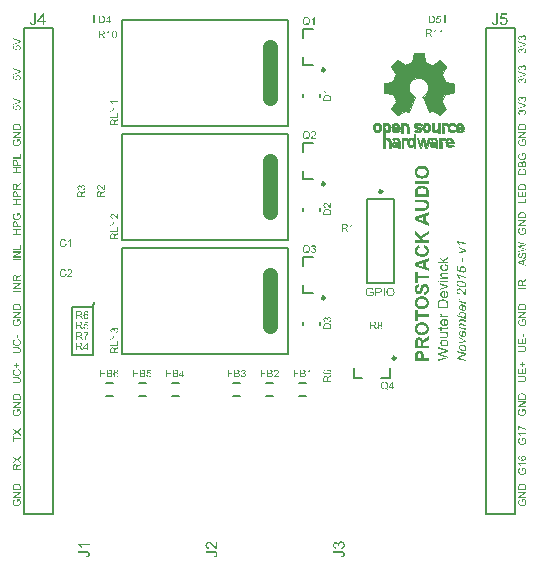
<source format=gto>
G04 Layer_Color=15132400*
%FSLAX23Y23*%
%MOIN*%
G70*
G01*
G75*
%ADD18C,0.008*%
%ADD21C,0.010*%
%ADD22C,0.006*%
%ADD32C,0.001*%
%ADD33C,0.001*%
%ADD34C,0.010*%
%ADD35C,0.004*%
%ADD36C,0.008*%
%ADD37C,0.050*%
G36*
X1178Y1191D02*
X1178D01*
X1179Y1191D01*
X1180Y1191D01*
X1180Y1191D01*
X1181Y1191D01*
X1182Y1190D01*
X1182D01*
X1182Y1190D01*
X1182Y1190D01*
X1183Y1190D01*
X1183Y1190D01*
X1184Y1190D01*
X1184Y1190D01*
X1185Y1189D01*
X1185Y1189D01*
X1186Y1189D01*
X1186Y1189D01*
X1186Y1189D01*
X1186Y1188D01*
X1187Y1188D01*
X1187Y1188D01*
X1188Y1187D01*
X1188Y1187D01*
X1188Y1186D01*
X1188Y1186D01*
X1188Y1186D01*
X1189Y1186D01*
X1189Y1186D01*
X1189Y1185D01*
X1189Y1185D01*
X1189Y1184D01*
X1190Y1183D01*
Y1183D01*
Y1183D01*
X1190Y1183D01*
X1190Y1183D01*
X1190Y1183D01*
X1190Y1182D01*
X1190Y1182D01*
X1190Y1181D01*
X1190Y1180D01*
X1190Y1179D01*
Y1170D01*
X1164D01*
Y1179D01*
Y1179D01*
Y1179D01*
Y1179D01*
Y1179D01*
Y1180D01*
Y1180D01*
X1164Y1181D01*
X1164Y1181D01*
X1165Y1182D01*
X1165Y1183D01*
X1165Y1183D01*
Y1183D01*
X1165Y1183D01*
Y1184D01*
X1165Y1184D01*
X1165Y1184D01*
X1165Y1185D01*
X1165Y1185D01*
X1166Y1186D01*
X1166Y1187D01*
X1167Y1187D01*
X1167Y1187D01*
X1167Y1187D01*
X1167Y1187D01*
X1167Y1187D01*
X1167Y1188D01*
X1168Y1188D01*
X1168Y1189D01*
X1169Y1189D01*
X1170Y1190D01*
X1171Y1190D01*
X1171D01*
X1171Y1190D01*
X1171Y1190D01*
X1171Y1190D01*
X1172Y1190D01*
X1172Y1190D01*
X1172Y1191D01*
X1173Y1191D01*
X1173Y1191D01*
X1174Y1191D01*
X1175Y1191D01*
X1176Y1191D01*
X1177Y1191D01*
X1178D01*
X1178Y1191D01*
D02*
G37*
G36*
X1183Y831D02*
X1183Y831D01*
X1184Y831D01*
X1184Y831D01*
X1184Y831D01*
X1185Y831D01*
X1186Y831D01*
X1186Y830D01*
X1187Y830D01*
X1187Y830D01*
X1188Y829D01*
X1188Y829D01*
X1188Y829D01*
X1188Y829D01*
X1188Y829D01*
X1188Y828D01*
X1189Y828D01*
X1189Y828D01*
X1189Y828D01*
X1189Y827D01*
X1189Y827D01*
X1190Y826D01*
X1190Y826D01*
X1190Y825D01*
X1190Y825D01*
X1190Y824D01*
X1190Y823D01*
X1190Y823D01*
Y823D01*
Y823D01*
Y822D01*
X1190Y822D01*
X1190Y822D01*
X1190Y821D01*
X1190Y821D01*
X1190Y821D01*
X1190Y820D01*
X1190Y819D01*
X1189Y818D01*
X1189Y818D01*
X1189Y818D01*
X1188Y817D01*
X1188Y817D01*
X1188Y817D01*
X1188Y817D01*
X1188Y817D01*
X1188Y817D01*
X1188Y816D01*
X1187Y816D01*
X1187Y816D01*
X1187Y816D01*
X1186Y815D01*
X1185Y815D01*
X1184Y815D01*
X1184Y815D01*
X1183Y815D01*
X1183Y818D01*
X1183D01*
X1183Y818D01*
X1183Y818D01*
X1183Y818D01*
X1183Y818D01*
X1184Y818D01*
X1184Y818D01*
X1185Y818D01*
X1186Y819D01*
X1186Y819D01*
X1187Y820D01*
X1187Y820D01*
X1187Y820D01*
X1187Y820D01*
X1187Y820D01*
X1187Y821D01*
X1188Y821D01*
X1188Y822D01*
X1188Y823D01*
Y823D01*
Y823D01*
Y823D01*
X1188Y823D01*
X1188Y823D01*
X1188Y824D01*
X1187Y825D01*
X1187Y825D01*
X1187Y826D01*
X1186Y826D01*
X1186Y827D01*
X1186Y827D01*
X1186Y827D01*
X1185Y827D01*
X1185Y828D01*
X1184Y828D01*
X1183Y828D01*
X1183Y828D01*
X1182D01*
X1182Y828D01*
X1182Y828D01*
X1181Y828D01*
X1181Y828D01*
X1180Y827D01*
X1179Y827D01*
X1179Y827D01*
X1179Y826D01*
X1179Y826D01*
X1178Y826D01*
X1178Y826D01*
X1178Y825D01*
X1178Y824D01*
X1178Y824D01*
X1178Y823D01*
Y823D01*
Y823D01*
Y823D01*
X1178Y822D01*
X1178Y822D01*
X1178Y822D01*
X1178Y821D01*
X1178Y821D01*
X1175Y821D01*
Y821D01*
Y821D01*
X1175Y821D01*
Y822D01*
Y822D01*
Y822D01*
Y822D01*
Y822D01*
X1175Y822D01*
X1175Y823D01*
X1175Y823D01*
X1175Y824D01*
X1174Y825D01*
X1174Y825D01*
Y825D01*
X1174Y825D01*
X1174Y825D01*
X1174Y826D01*
X1173Y826D01*
X1173Y826D01*
X1172Y827D01*
X1172Y827D01*
X1171Y827D01*
X1171D01*
X1170Y827D01*
X1170Y827D01*
X1169Y827D01*
X1169Y826D01*
X1168Y826D01*
X1168Y826D01*
X1168Y826D01*
X1168Y825D01*
X1168Y825D01*
X1167Y825D01*
X1167Y824D01*
X1167Y824D01*
X1167Y823D01*
X1167Y823D01*
Y823D01*
Y823D01*
Y822D01*
X1167Y822D01*
X1167Y822D01*
X1167Y821D01*
X1167Y821D01*
X1168Y820D01*
X1168Y820D01*
X1168Y820D01*
X1168Y819D01*
X1169Y819D01*
X1169Y819D01*
X1169Y819D01*
X1170Y818D01*
X1171Y818D01*
X1171Y818D01*
X1171Y815D01*
X1171D01*
X1171Y815D01*
X1171Y815D01*
X1170Y815D01*
X1170Y815D01*
X1170Y815D01*
X1169Y815D01*
X1168Y816D01*
X1168Y816D01*
X1167Y817D01*
X1166Y817D01*
X1166Y818D01*
X1166Y818D01*
X1166Y818D01*
X1166Y818D01*
X1166Y818D01*
X1165Y818D01*
X1165Y819D01*
X1165Y819D01*
X1165Y820D01*
X1165Y820D01*
X1164Y821D01*
X1164Y822D01*
Y823D01*
Y823D01*
Y823D01*
Y823D01*
Y823D01*
X1164Y823D01*
X1164Y824D01*
X1165Y824D01*
X1165Y825D01*
X1165Y826D01*
X1165Y826D01*
Y826D01*
X1165Y826D01*
X1165Y827D01*
X1166Y827D01*
X1166Y827D01*
X1166Y828D01*
X1167Y828D01*
X1167Y829D01*
X1168Y829D01*
X1168Y829D01*
X1168Y829D01*
X1168Y829D01*
X1169Y830D01*
X1169Y830D01*
X1170Y830D01*
X1170Y830D01*
X1171Y830D01*
X1171D01*
X1172Y830D01*
X1172Y830D01*
X1172Y830D01*
X1173Y830D01*
X1173Y829D01*
X1174Y829D01*
X1174Y829D01*
X1174Y829D01*
X1174Y829D01*
X1175Y828D01*
X1175Y828D01*
X1175Y828D01*
X1176Y827D01*
X1176Y827D01*
Y827D01*
X1176Y827D01*
X1176Y827D01*
X1176Y827D01*
X1176Y827D01*
X1177Y828D01*
X1177Y828D01*
X1177Y829D01*
X1178Y830D01*
X1178Y830D01*
X1178Y830D01*
X1179Y830D01*
X1179Y830D01*
X1179Y831D01*
X1180Y831D01*
X1181Y831D01*
X1182Y831D01*
X1182Y831D01*
X1183D01*
X1183Y831D01*
D02*
G37*
G36*
X1178Y1571D02*
X1178D01*
X1179Y1571D01*
X1180Y1571D01*
X1180Y1571D01*
X1181Y1571D01*
X1182Y1570D01*
X1182D01*
X1182Y1570D01*
X1182Y1570D01*
X1183Y1570D01*
X1183Y1570D01*
X1184Y1570D01*
X1184Y1570D01*
X1185Y1569D01*
X1185Y1569D01*
X1186Y1569D01*
X1186Y1569D01*
X1186Y1569D01*
X1186Y1568D01*
X1187Y1568D01*
X1187Y1568D01*
X1188Y1567D01*
X1188Y1567D01*
X1188Y1566D01*
X1188Y1566D01*
X1188Y1566D01*
X1189Y1566D01*
X1189Y1566D01*
X1189Y1565D01*
X1189Y1565D01*
X1189Y1564D01*
X1190Y1563D01*
Y1563D01*
Y1563D01*
X1190Y1563D01*
X1190Y1563D01*
X1190Y1563D01*
X1190Y1562D01*
X1190Y1562D01*
X1190Y1561D01*
X1190Y1560D01*
X1190Y1559D01*
Y1550D01*
X1164D01*
Y1559D01*
Y1559D01*
Y1559D01*
Y1559D01*
Y1559D01*
Y1560D01*
Y1560D01*
X1164Y1561D01*
X1164Y1561D01*
X1165Y1562D01*
X1165Y1563D01*
X1165Y1563D01*
Y1563D01*
X1165Y1563D01*
Y1564D01*
X1165Y1564D01*
X1165Y1564D01*
X1165Y1565D01*
X1165Y1565D01*
X1166Y1566D01*
X1166Y1567D01*
X1167Y1567D01*
X1167Y1567D01*
X1167Y1567D01*
X1167Y1567D01*
X1167Y1567D01*
X1167Y1568D01*
X1168Y1568D01*
X1168Y1569D01*
X1169Y1569D01*
X1170Y1570D01*
X1171Y1570D01*
X1171D01*
X1171Y1570D01*
X1171Y1570D01*
X1171Y1570D01*
X1172Y1570D01*
X1172Y1570D01*
X1172Y1571D01*
X1173Y1571D01*
X1173Y1571D01*
X1174Y1571D01*
X1175Y1571D01*
X1176Y1571D01*
X1177Y1571D01*
X1178D01*
X1178Y1571D01*
D02*
G37*
G36*
X1190Y1194D02*
X1190D01*
X1189Y1194D01*
X1189Y1194D01*
X1189Y1194D01*
X1188Y1194D01*
X1188Y1194D01*
X1188D01*
X1188Y1194D01*
X1188Y1195D01*
X1187Y1195D01*
X1187Y1195D01*
X1186Y1195D01*
X1186Y1196D01*
X1185Y1196D01*
X1184Y1197D01*
X1184D01*
X1184Y1197D01*
X1184Y1197D01*
X1184Y1197D01*
X1183Y1198D01*
X1183Y1198D01*
X1182Y1199D01*
X1181Y1200D01*
X1181Y1201D01*
X1181Y1201D01*
X1180Y1201D01*
X1180Y1201D01*
X1180Y1201D01*
X1180Y1202D01*
X1179Y1202D01*
X1179Y1202D01*
X1179Y1203D01*
X1178Y1204D01*
X1177Y1205D01*
X1176Y1205D01*
X1176Y1206D01*
X1176Y1206D01*
X1175Y1206D01*
X1175D01*
X1175Y1206D01*
X1175Y1206D01*
X1175Y1207D01*
X1174Y1207D01*
X1174Y1207D01*
X1173Y1207D01*
X1173Y1208D01*
X1172Y1208D01*
X1171Y1208D01*
X1171D01*
X1171Y1208D01*
X1171Y1208D01*
X1170Y1208D01*
X1170Y1207D01*
X1169Y1207D01*
X1169Y1207D01*
X1168Y1206D01*
X1168Y1206D01*
X1168Y1206D01*
X1168Y1206D01*
X1168Y1206D01*
X1167Y1205D01*
X1167Y1204D01*
X1167Y1204D01*
X1167Y1203D01*
Y1203D01*
Y1203D01*
Y1203D01*
X1167Y1203D01*
X1167Y1202D01*
X1167Y1202D01*
X1167Y1201D01*
X1167Y1200D01*
X1168Y1200D01*
X1168Y1199D01*
X1168Y1199D01*
X1169Y1199D01*
X1169Y1199D01*
X1169Y1199D01*
X1170Y1198D01*
X1170Y1198D01*
X1171Y1198D01*
X1172Y1198D01*
X1172Y1195D01*
X1172D01*
X1172Y1195D01*
X1171D01*
X1171Y1195D01*
X1171Y1195D01*
X1170Y1195D01*
X1170Y1195D01*
X1170Y1195D01*
X1169Y1195D01*
X1168Y1196D01*
X1167Y1196D01*
X1167Y1196D01*
X1167Y1197D01*
X1166Y1197D01*
X1166Y1197D01*
X1166Y1197D01*
X1166Y1197D01*
X1166Y1198D01*
X1166Y1198D01*
X1166Y1198D01*
X1165Y1198D01*
X1165Y1199D01*
X1165Y1199D01*
X1165Y1200D01*
X1165Y1200D01*
X1165Y1201D01*
X1164Y1201D01*
X1164Y1202D01*
X1164Y1202D01*
X1164Y1203D01*
Y1203D01*
Y1203D01*
Y1203D01*
X1164Y1204D01*
X1164Y1204D01*
X1164Y1204D01*
X1164Y1205D01*
X1165Y1205D01*
X1165Y1206D01*
X1165Y1207D01*
X1165Y1208D01*
X1166Y1208D01*
X1166Y1208D01*
X1166Y1209D01*
X1166Y1209D01*
X1166Y1209D01*
X1167Y1209D01*
X1167Y1209D01*
X1167Y1209D01*
X1167Y1210D01*
X1167Y1210D01*
X1168Y1210D01*
X1168Y1210D01*
X1169Y1211D01*
X1170Y1211D01*
X1170Y1211D01*
X1171Y1211D01*
X1171Y1211D01*
X1172D01*
X1172Y1211D01*
X1172Y1211D01*
X1173Y1211D01*
X1173Y1211D01*
X1174Y1211D01*
X1174Y1210D01*
X1174Y1210D01*
X1175Y1210D01*
X1175Y1210D01*
X1175Y1210D01*
X1176Y1210D01*
X1176Y1209D01*
X1177Y1209D01*
X1178Y1208D01*
X1178Y1208D01*
X1178Y1208D01*
X1178Y1208D01*
X1178Y1208D01*
X1178Y1207D01*
X1179Y1207D01*
X1179Y1207D01*
X1179Y1206D01*
X1180Y1206D01*
X1180Y1206D01*
X1181Y1205D01*
X1181Y1205D01*
X1182Y1204D01*
X1182Y1203D01*
X1182Y1203D01*
X1182Y1203D01*
X1182Y1203D01*
X1182Y1203D01*
X1183Y1203D01*
X1183Y1203D01*
X1183Y1202D01*
X1184Y1201D01*
X1184Y1201D01*
X1185Y1200D01*
X1185Y1200D01*
X1185Y1200D01*
X1185Y1200D01*
X1185Y1200D01*
X1186Y1199D01*
X1186Y1199D01*
X1186Y1199D01*
X1186Y1199D01*
X1187Y1198D01*
Y1211D01*
X1190D01*
Y1194D01*
D02*
G37*
G36*
X1097Y656D02*
X1097D01*
X1098Y655D01*
X1099Y655D01*
X1099Y655D01*
X1100Y655D01*
X1101Y655D01*
X1101D01*
X1101Y655D01*
X1101Y655D01*
X1101Y654D01*
X1102Y654D01*
X1102Y654D01*
X1103Y653D01*
X1103Y653D01*
X1104Y652D01*
X1104Y652D01*
X1104Y652D01*
X1104Y652D01*
X1104Y651D01*
X1104Y651D01*
X1105Y650D01*
X1105Y650D01*
X1105Y649D01*
Y649D01*
Y649D01*
X1105Y648D01*
X1105Y648D01*
X1104Y648D01*
X1104Y647D01*
X1104Y647D01*
X1104Y646D01*
X1104Y646D01*
X1104Y646D01*
X1103Y645D01*
X1103Y645D01*
X1103Y645D01*
X1102Y644D01*
X1102Y644D01*
X1101Y644D01*
X1101D01*
X1101Y644D01*
X1101Y644D01*
X1101Y644D01*
X1102Y643D01*
X1102Y643D01*
X1103Y643D01*
X1104Y642D01*
X1104Y642D01*
X1105Y641D01*
X1105Y641D01*
X1105Y641D01*
X1105Y641D01*
X1105Y640D01*
X1106Y640D01*
X1106Y639D01*
X1106Y638D01*
X1106Y637D01*
Y637D01*
Y637D01*
Y637D01*
X1106Y637D01*
X1106Y636D01*
X1106Y636D01*
X1106Y635D01*
X1105Y635D01*
X1105Y634D01*
X1105Y634D01*
X1105Y634D01*
X1105Y634D01*
X1105Y633D01*
X1104Y633D01*
X1104Y632D01*
X1104Y632D01*
X1103Y632D01*
X1103Y632D01*
X1103Y632D01*
X1103Y631D01*
X1102Y631D01*
X1102Y631D01*
X1102Y631D01*
X1101Y631D01*
X1100Y630D01*
X1100D01*
X1100Y630D01*
X1100Y630D01*
X1099Y630D01*
X1099Y630D01*
X1098Y630D01*
X1097Y630D01*
X1096Y630D01*
X1087D01*
Y656D01*
X1097D01*
X1097Y656D01*
D02*
G37*
G36*
X1082Y653D02*
X1068D01*
Y645D01*
X1080D01*
Y642D01*
X1068D01*
Y630D01*
X1065D01*
Y656D01*
X1082D01*
Y653D01*
D02*
G37*
G36*
X1178Y811D02*
X1178D01*
X1179Y811D01*
X1180Y811D01*
X1180Y811D01*
X1181Y811D01*
X1182Y810D01*
X1182D01*
X1182Y810D01*
X1182Y810D01*
X1183Y810D01*
X1183Y810D01*
X1184Y810D01*
X1184Y810D01*
X1185Y809D01*
X1185Y809D01*
X1186Y809D01*
X1186Y809D01*
X1186Y809D01*
X1186Y808D01*
X1187Y808D01*
X1187Y808D01*
X1188Y807D01*
X1188Y807D01*
X1188Y806D01*
X1188Y806D01*
X1188Y806D01*
X1189Y806D01*
X1189Y806D01*
X1189Y805D01*
X1189Y805D01*
X1189Y804D01*
X1190Y803D01*
Y803D01*
Y803D01*
X1190Y803D01*
X1190Y803D01*
X1190Y803D01*
X1190Y802D01*
X1190Y802D01*
X1190Y801D01*
X1190Y800D01*
X1190Y799D01*
Y790D01*
X1164D01*
Y799D01*
Y799D01*
Y799D01*
Y799D01*
Y799D01*
Y800D01*
Y800D01*
X1164Y801D01*
X1164Y801D01*
X1165Y802D01*
X1165Y803D01*
X1165Y803D01*
Y803D01*
X1165Y803D01*
Y804D01*
X1165Y804D01*
X1165Y804D01*
X1165Y805D01*
X1165Y805D01*
X1166Y806D01*
X1166Y807D01*
X1167Y807D01*
X1167Y807D01*
X1167Y807D01*
X1167Y807D01*
X1167Y807D01*
X1167Y808D01*
X1168Y808D01*
X1168Y809D01*
X1169Y809D01*
X1170Y810D01*
X1171Y810D01*
X1171D01*
X1171Y810D01*
X1171Y810D01*
X1171Y810D01*
X1172Y810D01*
X1172Y810D01*
X1172Y811D01*
X1173Y811D01*
X1173Y811D01*
X1174Y811D01*
X1175Y811D01*
X1176Y811D01*
X1177Y811D01*
X1178D01*
X1178Y811D01*
D02*
G37*
G36*
X1121Y630D02*
X1118D01*
Y650D01*
X1118Y650D01*
X1118Y650D01*
X1118Y650D01*
X1117Y649D01*
X1117Y649D01*
X1116Y649D01*
X1116Y648D01*
X1115Y648D01*
X1115D01*
X1115Y648D01*
X1115Y648D01*
X1114Y647D01*
X1114Y647D01*
X1113Y647D01*
X1113Y647D01*
X1112Y646D01*
X1112Y646D01*
Y649D01*
X1112D01*
X1112Y649D01*
X1112Y649D01*
X1112Y649D01*
X1112Y650D01*
X1113Y650D01*
X1113Y650D01*
X1114Y651D01*
X1115Y651D01*
X1116Y652D01*
X1116Y652D01*
X1116Y652D01*
X1116Y652D01*
X1116Y652D01*
X1117Y653D01*
X1117Y653D01*
X1117Y653D01*
X1118Y654D01*
X1118Y654D01*
X1119Y655D01*
X1119Y656D01*
X1121D01*
Y630D01*
D02*
G37*
G36*
X1190Y1583D02*
X1170D01*
X1170Y1583D01*
X1170Y1583D01*
X1170Y1583D01*
X1171Y1582D01*
X1171Y1582D01*
X1171Y1581D01*
X1172Y1581D01*
X1172Y1580D01*
Y1580D01*
X1172Y1580D01*
X1172Y1580D01*
X1173Y1580D01*
X1173Y1579D01*
X1173Y1579D01*
X1173Y1578D01*
X1174Y1577D01*
X1174Y1577D01*
X1171D01*
Y1577D01*
X1171Y1577D01*
X1171Y1577D01*
X1171Y1577D01*
X1170Y1578D01*
X1170Y1578D01*
X1170Y1578D01*
X1169Y1579D01*
X1169Y1580D01*
X1168Y1581D01*
X1168Y1582D01*
X1168Y1582D01*
X1168Y1582D01*
X1168Y1582D01*
X1167Y1582D01*
X1167Y1582D01*
X1167Y1583D01*
X1166Y1583D01*
X1166Y1584D01*
X1165Y1584D01*
X1164Y1584D01*
Y1586D01*
X1190D01*
Y1583D01*
D02*
G37*
G36*
X206Y1817D02*
Y1817D01*
Y1817D01*
Y1817D01*
Y1816D01*
X206Y1816D01*
Y1816D01*
X206Y1814D01*
X206Y1813D01*
X206Y1812D01*
X205Y1811D01*
X205Y1810D01*
Y1810D01*
X205Y1810D01*
X205Y1809D01*
X205Y1809D01*
X204Y1808D01*
X204Y1808D01*
X203Y1807D01*
X202Y1806D01*
X201Y1806D01*
X201Y1806D01*
X201Y1805D01*
X200Y1805D01*
X200Y1805D01*
X199Y1805D01*
X198Y1805D01*
X197Y1804D01*
X195Y1804D01*
X195D01*
X195Y1804D01*
X194Y1804D01*
X194Y1805D01*
X193Y1805D01*
X191Y1805D01*
X190Y1806D01*
X189Y1806D01*
X189Y1806D01*
X188Y1807D01*
X188Y1807D01*
X188Y1807D01*
X188Y1807D01*
X187Y1808D01*
X187Y1808D01*
X187Y1808D01*
X187Y1808D01*
X187Y1809D01*
X186Y1809D01*
X186Y1810D01*
X186Y1811D01*
X186Y1811D01*
X185Y1812D01*
X185Y1813D01*
X185Y1814D01*
X185Y1815D01*
Y1816D01*
X190Y1816D01*
Y1816D01*
Y1816D01*
Y1816D01*
X190Y1816D01*
X190Y1815D01*
Y1815D01*
X190Y1814D01*
X190Y1813D01*
X190Y1812D01*
X191Y1811D01*
X191Y1811D01*
X191Y1810D01*
X191Y1810D01*
X192Y1810D01*
X192Y1810D01*
X192Y1810D01*
X193Y1809D01*
X194Y1809D01*
X194Y1809D01*
X195Y1809D01*
X196D01*
X196Y1809D01*
X197Y1809D01*
X197Y1809D01*
X198Y1809D01*
X198Y1809D01*
X199Y1810D01*
X199Y1810D01*
X199Y1810D01*
X199Y1810D01*
X199Y1810D01*
X200Y1811D01*
X200Y1811D01*
X200Y1812D01*
X201Y1812D01*
Y1812D01*
X201Y1812D01*
X201Y1813D01*
X201Y1813D01*
X201Y1814D01*
X201Y1815D01*
X201Y1816D01*
Y1817D01*
Y1843D01*
X206D01*
Y1817D01*
D02*
G37*
G36*
X232Y1819D02*
X238D01*
Y1814D01*
X232D01*
Y1805D01*
X228D01*
Y1814D01*
X211D01*
Y1819D01*
X229Y1843D01*
X232D01*
Y1819D01*
D02*
G37*
G36*
X1746Y1817D02*
Y1817D01*
Y1817D01*
Y1817D01*
Y1816D01*
X1746Y1816D01*
Y1816D01*
X1746Y1814D01*
X1746Y1813D01*
X1746Y1812D01*
X1745Y1811D01*
X1745Y1810D01*
Y1810D01*
X1745Y1810D01*
X1745Y1809D01*
X1745Y1809D01*
X1744Y1808D01*
X1744Y1808D01*
X1743Y1807D01*
X1742Y1806D01*
X1741Y1806D01*
X1741Y1806D01*
X1741Y1805D01*
X1740Y1805D01*
X1740Y1805D01*
X1739Y1805D01*
X1738Y1805D01*
X1737Y1804D01*
X1735Y1804D01*
X1735D01*
X1735Y1804D01*
X1734Y1804D01*
X1734Y1805D01*
X1733Y1805D01*
X1731Y1805D01*
X1730Y1806D01*
X1729Y1806D01*
X1729Y1806D01*
X1728Y1807D01*
X1728Y1807D01*
X1728Y1807D01*
X1728Y1807D01*
X1727Y1808D01*
X1727Y1808D01*
X1727Y1808D01*
X1727Y1808D01*
X1727Y1809D01*
X1726Y1809D01*
X1726Y1810D01*
X1726Y1811D01*
X1726Y1811D01*
X1725Y1812D01*
X1725Y1813D01*
X1725Y1814D01*
X1725Y1815D01*
Y1816D01*
X1730Y1816D01*
Y1816D01*
Y1816D01*
Y1816D01*
X1730Y1816D01*
X1730Y1815D01*
Y1815D01*
X1730Y1814D01*
X1730Y1813D01*
X1730Y1812D01*
X1731Y1811D01*
X1731Y1811D01*
X1731Y1810D01*
X1731Y1810D01*
X1732Y1810D01*
X1732Y1810D01*
X1732Y1810D01*
X1733Y1809D01*
X1734Y1809D01*
X1734Y1809D01*
X1735Y1809D01*
X1736D01*
X1736Y1809D01*
X1737Y1809D01*
X1737Y1809D01*
X1738Y1809D01*
X1738Y1809D01*
X1739Y1810D01*
X1739Y1810D01*
X1739Y1810D01*
X1739Y1810D01*
X1739Y1810D01*
X1740Y1811D01*
X1740Y1811D01*
X1740Y1812D01*
X1741Y1812D01*
Y1812D01*
X1741Y1812D01*
X1741Y1813D01*
X1741Y1813D01*
X1741Y1814D01*
X1741Y1815D01*
X1741Y1816D01*
Y1817D01*
Y1843D01*
X1746D01*
Y1817D01*
D02*
G37*
G36*
X1776Y1838D02*
X1761D01*
X1759Y1828D01*
X1759Y1828D01*
X1759Y1828D01*
X1759Y1828D01*
X1759Y1828D01*
X1760Y1829D01*
X1760Y1829D01*
X1761Y1829D01*
X1762Y1830D01*
X1763Y1830D01*
X1765Y1830D01*
X1765Y1830D01*
X1767D01*
X1767Y1830D01*
X1767Y1830D01*
X1768Y1830D01*
X1768Y1830D01*
X1769Y1830D01*
X1770Y1830D01*
X1771Y1829D01*
X1772Y1829D01*
X1773Y1829D01*
X1773Y1828D01*
X1774Y1828D01*
X1775Y1827D01*
X1775Y1827D01*
X1775Y1827D01*
X1775Y1827D01*
X1775Y1826D01*
X1775Y1826D01*
X1776Y1826D01*
X1776Y1825D01*
X1776Y1825D01*
X1777Y1824D01*
X1777Y1823D01*
X1777Y1822D01*
X1778Y1822D01*
X1778Y1821D01*
X1778Y1820D01*
X1778Y1819D01*
X1778Y1818D01*
Y1818D01*
Y1818D01*
Y1817D01*
X1778Y1817D01*
X1778Y1817D01*
X1778Y1816D01*
X1778Y1816D01*
X1778Y1815D01*
X1777Y1813D01*
X1777Y1812D01*
X1777Y1811D01*
X1776Y1810D01*
X1776Y1810D01*
X1775Y1809D01*
X1775Y1809D01*
X1775Y1809D01*
X1775Y1809D01*
X1774Y1808D01*
X1774Y1808D01*
X1774Y1807D01*
X1773Y1807D01*
X1772Y1807D01*
X1772Y1806D01*
X1771Y1806D01*
X1770Y1805D01*
X1769Y1805D01*
X1768Y1805D01*
X1767Y1805D01*
X1766Y1804D01*
X1765Y1804D01*
X1764D01*
X1764Y1804D01*
X1764Y1804D01*
X1763Y1805D01*
X1763Y1805D01*
X1762Y1805D01*
X1761Y1805D01*
X1759Y1806D01*
X1758Y1806D01*
X1758Y1806D01*
X1757Y1807D01*
X1756Y1807D01*
X1756Y1807D01*
X1756Y1807D01*
X1756Y1808D01*
X1756Y1808D01*
X1756Y1808D01*
X1755Y1808D01*
X1755Y1809D01*
X1755Y1809D01*
X1754Y1810D01*
X1754Y1810D01*
X1753Y1812D01*
X1753Y1813D01*
X1753Y1814D01*
X1753Y1815D01*
X1758Y1815D01*
Y1815D01*
Y1815D01*
X1758Y1815D01*
X1758Y1815D01*
X1758Y1814D01*
X1758Y1813D01*
X1758Y1813D01*
X1759Y1812D01*
X1759Y1811D01*
X1760Y1810D01*
X1760Y1810D01*
X1760Y1810D01*
X1761Y1809D01*
X1761Y1809D01*
X1762Y1809D01*
X1763Y1808D01*
X1764Y1808D01*
X1765Y1808D01*
X1765D01*
X1766Y1808D01*
X1766Y1808D01*
X1767Y1809D01*
X1768Y1809D01*
X1769Y1809D01*
X1770Y1810D01*
X1770Y1810D01*
X1771Y1811D01*
X1771Y1811D01*
X1771Y1811D01*
X1771Y1811D01*
X1771Y1811D01*
X1772Y1812D01*
X1772Y1813D01*
X1772Y1814D01*
X1773Y1815D01*
X1773Y1816D01*
X1773Y1817D01*
Y1818D01*
Y1818D01*
Y1818D01*
Y1818D01*
X1773Y1818D01*
Y1819D01*
X1773Y1819D01*
X1773Y1820D01*
X1773Y1821D01*
X1772Y1822D01*
X1772Y1823D01*
X1771Y1824D01*
Y1824D01*
X1771Y1824D01*
X1770Y1824D01*
X1770Y1825D01*
X1769Y1825D01*
X1768Y1826D01*
X1767Y1826D01*
X1766Y1826D01*
X1766Y1826D01*
X1765D01*
X1764Y1826D01*
X1764Y1826D01*
X1763Y1826D01*
X1762Y1826D01*
X1761Y1826D01*
X1761Y1825D01*
X1761Y1825D01*
X1760Y1825D01*
X1760Y1825D01*
X1760Y1825D01*
X1759Y1824D01*
X1759Y1824D01*
X1758Y1823D01*
X1758Y1823D01*
X1753Y1823D01*
X1757Y1843D01*
X1776D01*
Y1838D01*
D02*
G37*
G36*
X298Y991D02*
X298Y991D01*
X298Y991D01*
X299Y991D01*
X299Y991D01*
X300Y991D01*
X301Y990D01*
X302Y990D01*
X303Y990D01*
X303Y989D01*
X304Y989D01*
X304Y989D01*
X304Y989D01*
X304Y989D01*
X304Y989D01*
X304Y989D01*
X304Y988D01*
X305Y988D01*
X305Y988D01*
X305Y987D01*
X306Y987D01*
X306Y986D01*
X306Y986D01*
X306Y985D01*
X307Y985D01*
X307Y984D01*
X307Y984D01*
X304Y983D01*
Y983D01*
X304Y983D01*
X304Y983D01*
X304Y983D01*
X304Y983D01*
X303Y984D01*
X303Y984D01*
X303Y985D01*
X302Y986D01*
X302Y986D01*
X301Y987D01*
X301Y987D01*
X301Y987D01*
X301Y987D01*
X300Y988D01*
X299Y988D01*
X299Y988D01*
X298Y988D01*
X297Y988D01*
X297D01*
X297Y988D01*
X296D01*
X296Y988D01*
X295Y988D01*
X294Y988D01*
X294Y988D01*
X293Y987D01*
X292Y987D01*
X292D01*
X292Y987D01*
X292Y986D01*
X291Y986D01*
X291Y986D01*
X290Y985D01*
X290Y985D01*
X290Y984D01*
X289Y983D01*
Y983D01*
X289Y983D01*
X289Y983D01*
X289Y983D01*
X289Y982D01*
X289Y982D01*
X289Y981D01*
X289Y981D01*
X289Y980D01*
X289Y979D01*
X288Y978D01*
Y978D01*
Y978D01*
Y978D01*
Y977D01*
X289Y977D01*
Y977D01*
X289Y976D01*
X289Y976D01*
X289Y975D01*
X289Y974D01*
X289Y973D01*
X289Y972D01*
Y972D01*
X289Y972D01*
X290Y972D01*
X290Y972D01*
X290Y971D01*
X290Y971D01*
X291Y970D01*
X291Y970D01*
X292Y969D01*
X292Y969D01*
X292D01*
X292Y969D01*
X293Y969D01*
X293Y968D01*
X293Y968D01*
X293Y968D01*
X294Y968D01*
X294Y968D01*
X295Y968D01*
X296Y967D01*
X297Y967D01*
X297D01*
X297Y967D01*
X297D01*
X298Y968D01*
X298Y968D01*
X299Y968D01*
X300Y968D01*
X301Y969D01*
X301Y969D01*
X302Y969D01*
X302Y969D01*
X302Y969D01*
X302Y969D01*
X302Y969D01*
X302Y970D01*
X302Y970D01*
X302Y970D01*
X303Y970D01*
X303Y971D01*
X303Y971D01*
X303Y971D01*
X304Y972D01*
X304Y972D01*
X304Y973D01*
X304Y973D01*
X304Y974D01*
X308Y973D01*
Y973D01*
X308Y973D01*
X308Y973D01*
X307Y972D01*
X307Y972D01*
X307Y972D01*
X307Y971D01*
X307Y971D01*
X306Y970D01*
X306Y969D01*
X305Y968D01*
X305Y968D01*
X304Y967D01*
X304Y967D01*
X304Y967D01*
X304Y967D01*
X303Y967D01*
X303Y966D01*
X303Y966D01*
X303Y966D01*
X302Y966D01*
X302Y966D01*
X301Y965D01*
X301Y965D01*
X300Y965D01*
X300Y965D01*
X299Y965D01*
X298Y965D01*
X298Y965D01*
X297Y965D01*
X297D01*
X296Y965D01*
X296D01*
X296Y965D01*
X295Y965D01*
X295Y965D01*
X294Y965D01*
X292Y965D01*
X291Y966D01*
X291Y966D01*
X290Y966D01*
X290Y966D01*
X290Y966D01*
X290Y966D01*
X290Y967D01*
X290Y967D01*
X289Y967D01*
X289Y967D01*
X289Y967D01*
X289Y968D01*
X288Y968D01*
X288Y969D01*
X287Y970D01*
X286Y971D01*
Y971D01*
X286Y971D01*
X286Y971D01*
X286Y972D01*
X286Y972D01*
X286Y972D01*
X286Y973D01*
X286Y973D01*
X286Y974D01*
X285Y974D01*
X285Y975D01*
X285Y977D01*
X285Y978D01*
Y978D01*
Y978D01*
Y978D01*
X285Y979D01*
Y979D01*
X285Y979D01*
X285Y980D01*
X285Y980D01*
X285Y981D01*
X286Y983D01*
X286Y984D01*
X287Y985D01*
X287Y985D01*
X287Y985D01*
X287Y985D01*
X287Y985D01*
X287Y986D01*
X287Y986D01*
X288Y987D01*
X288Y987D01*
X289Y988D01*
X290Y989D01*
X291Y989D01*
X291Y990D01*
X291Y990D01*
X291Y990D01*
X291Y990D01*
X292Y990D01*
X292Y990D01*
X292Y990D01*
X293Y990D01*
X293Y990D01*
X294Y991D01*
X295Y991D01*
X296Y991D01*
X297Y991D01*
X297D01*
X298Y991D01*
D02*
G37*
G36*
X320Y991D02*
X320Y991D01*
X320Y991D01*
X321Y991D01*
X321Y990D01*
X322Y990D01*
X323Y990D01*
X324Y990D01*
X324Y989D01*
X324Y989D01*
X325Y989D01*
X325Y989D01*
X325Y989D01*
X325Y988D01*
X325Y988D01*
X325Y988D01*
X326Y988D01*
X326Y988D01*
X326Y987D01*
X326Y987D01*
X327Y986D01*
X327Y985D01*
X327Y985D01*
X327Y984D01*
X327Y984D01*
Y984D01*
Y983D01*
X327Y983D01*
X327Y983D01*
X327Y982D01*
X327Y982D01*
X327Y981D01*
X326Y981D01*
X326Y981D01*
X326Y980D01*
X326Y980D01*
X326Y980D01*
X326Y979D01*
X325Y979D01*
X325Y978D01*
X324Y977D01*
X324Y977D01*
X324Y977D01*
X324Y977D01*
X324Y977D01*
X323Y977D01*
X323Y976D01*
X323Y976D01*
X322Y976D01*
X322Y975D01*
X322Y975D01*
X321Y974D01*
X321Y974D01*
X320Y973D01*
X319Y973D01*
X319Y973D01*
X319Y973D01*
X319Y973D01*
X319Y973D01*
X319Y972D01*
X319Y972D01*
X318Y972D01*
X317Y971D01*
X317Y971D01*
X316Y970D01*
X316Y970D01*
X316Y970D01*
X316Y970D01*
X316Y970D01*
X315Y969D01*
X315Y969D01*
X315Y969D01*
X315Y969D01*
X314Y968D01*
X327D01*
Y965D01*
X310D01*
Y965D01*
Y965D01*
Y965D01*
X310Y966D01*
X310Y966D01*
X310Y966D01*
X310Y967D01*
X310Y967D01*
Y967D01*
X310Y967D01*
X311Y967D01*
X311Y968D01*
X311Y968D01*
X311Y969D01*
X312Y969D01*
X312Y970D01*
X313Y971D01*
Y971D01*
X313Y971D01*
X313Y971D01*
X313Y971D01*
X314Y972D01*
X314Y972D01*
X315Y973D01*
X316Y974D01*
X317Y974D01*
X317Y974D01*
X317Y975D01*
X317Y975D01*
X317Y975D01*
X318Y975D01*
X318Y976D01*
X318Y976D01*
X319Y976D01*
X320Y977D01*
X321Y978D01*
X321Y979D01*
X322Y979D01*
X322Y979D01*
X322Y980D01*
Y980D01*
X322Y980D01*
X322Y980D01*
X323Y980D01*
X323Y981D01*
X323Y981D01*
X323Y982D01*
X324Y982D01*
X324Y983D01*
X324Y984D01*
Y984D01*
Y984D01*
X324Y984D01*
X324Y984D01*
X324Y985D01*
X323Y985D01*
X323Y986D01*
X323Y986D01*
X322Y987D01*
X322Y987D01*
X322Y987D01*
X322Y987D01*
X322Y987D01*
X321Y988D01*
X320Y988D01*
X320Y988D01*
X319Y988D01*
X319D01*
X319Y988D01*
X318Y988D01*
X318Y988D01*
X317Y988D01*
X316Y988D01*
X316Y987D01*
X315Y987D01*
X315Y987D01*
X315Y986D01*
X315Y986D01*
X315Y986D01*
X314Y985D01*
X314Y985D01*
X314Y984D01*
X314Y983D01*
X311Y983D01*
Y983D01*
X311Y983D01*
Y984D01*
X311Y984D01*
X311Y984D01*
X311Y985D01*
X311Y985D01*
X311Y985D01*
X311Y986D01*
X312Y987D01*
X312Y988D01*
X312Y988D01*
X313Y988D01*
X313Y989D01*
X313Y989D01*
X313Y989D01*
X313Y989D01*
X314Y989D01*
X314Y989D01*
X314Y989D01*
X314Y990D01*
X315Y990D01*
X315Y990D01*
X316Y990D01*
X316Y990D01*
X317Y990D01*
X317Y991D01*
X318Y991D01*
X318Y991D01*
X319Y991D01*
X319D01*
X320Y991D01*
D02*
G37*
G36*
X298Y1091D02*
X298Y1091D01*
X298Y1091D01*
X299Y1091D01*
X299Y1091D01*
X300Y1091D01*
X301Y1090D01*
X302Y1090D01*
X303Y1090D01*
X303Y1089D01*
X304Y1089D01*
X304Y1089D01*
X304Y1089D01*
X304Y1089D01*
X304Y1089D01*
X304Y1089D01*
X304Y1088D01*
X305Y1088D01*
X305Y1088D01*
X305Y1087D01*
X306Y1087D01*
X306Y1086D01*
X306Y1086D01*
X306Y1085D01*
X307Y1085D01*
X307Y1084D01*
X307Y1084D01*
X304Y1083D01*
Y1083D01*
X304Y1083D01*
X304Y1083D01*
X304Y1083D01*
X304Y1083D01*
X303Y1084D01*
X303Y1084D01*
X303Y1085D01*
X302Y1086D01*
X302Y1086D01*
X301Y1087D01*
X301Y1087D01*
X301Y1087D01*
X301Y1087D01*
X300Y1088D01*
X299Y1088D01*
X299Y1088D01*
X298Y1088D01*
X297Y1088D01*
X297D01*
X297Y1088D01*
X296D01*
X296Y1088D01*
X295Y1088D01*
X294Y1088D01*
X294Y1088D01*
X293Y1087D01*
X292Y1087D01*
X292D01*
X292Y1087D01*
X292Y1086D01*
X291Y1086D01*
X291Y1086D01*
X290Y1085D01*
X290Y1085D01*
X290Y1084D01*
X289Y1083D01*
Y1083D01*
X289Y1083D01*
X289Y1083D01*
X289Y1083D01*
X289Y1082D01*
X289Y1082D01*
X289Y1081D01*
X289Y1081D01*
X289Y1080D01*
X289Y1079D01*
X288Y1078D01*
Y1078D01*
Y1078D01*
Y1078D01*
Y1077D01*
X289Y1077D01*
Y1077D01*
X289Y1076D01*
X289Y1076D01*
X289Y1075D01*
X289Y1074D01*
X289Y1073D01*
X289Y1072D01*
Y1072D01*
X289Y1072D01*
X290Y1072D01*
X290Y1072D01*
X290Y1071D01*
X290Y1071D01*
X291Y1070D01*
X291Y1070D01*
X292Y1069D01*
X292Y1069D01*
X292D01*
X292Y1069D01*
X293Y1069D01*
X293Y1068D01*
X293Y1068D01*
X293Y1068D01*
X294Y1068D01*
X294Y1068D01*
X295Y1068D01*
X296Y1067D01*
X297Y1067D01*
X297D01*
X297Y1067D01*
X297D01*
X298Y1068D01*
X298Y1068D01*
X299Y1068D01*
X300Y1068D01*
X301Y1069D01*
X301Y1069D01*
X302Y1069D01*
X302Y1069D01*
X302Y1069D01*
X302Y1069D01*
X302Y1069D01*
X302Y1070D01*
X302Y1070D01*
X302Y1070D01*
X303Y1070D01*
X303Y1071D01*
X303Y1071D01*
X303Y1071D01*
X304Y1072D01*
X304Y1072D01*
X304Y1073D01*
X304Y1073D01*
X304Y1074D01*
X308Y1073D01*
Y1073D01*
X308Y1073D01*
X308Y1073D01*
X307Y1072D01*
X307Y1072D01*
X307Y1072D01*
X307Y1071D01*
X307Y1071D01*
X306Y1070D01*
X306Y1069D01*
X305Y1068D01*
X305Y1068D01*
X304Y1067D01*
X304Y1067D01*
X304Y1067D01*
X304Y1067D01*
X303Y1067D01*
X303Y1066D01*
X303Y1066D01*
X303Y1066D01*
X302Y1066D01*
X302Y1066D01*
X301Y1065D01*
X301Y1065D01*
X300Y1065D01*
X300Y1065D01*
X299Y1065D01*
X298Y1065D01*
X298Y1065D01*
X297Y1065D01*
X297D01*
X296Y1065D01*
X296D01*
X296Y1065D01*
X295Y1065D01*
X295Y1065D01*
X294Y1065D01*
X292Y1065D01*
X291Y1066D01*
X291Y1066D01*
X290Y1066D01*
X290Y1066D01*
X290Y1066D01*
X290Y1066D01*
X290Y1067D01*
X290Y1067D01*
X289Y1067D01*
X289Y1067D01*
X289Y1067D01*
X289Y1068D01*
X288Y1068D01*
X288Y1069D01*
X287Y1070D01*
X286Y1071D01*
Y1071D01*
X286Y1071D01*
X286Y1071D01*
X286Y1072D01*
X286Y1072D01*
X286Y1072D01*
X286Y1073D01*
X286Y1073D01*
X286Y1074D01*
X285Y1074D01*
X285Y1075D01*
X285Y1077D01*
X285Y1078D01*
Y1078D01*
Y1078D01*
Y1078D01*
X285Y1079D01*
Y1079D01*
X285Y1079D01*
X285Y1080D01*
X285Y1080D01*
X285Y1081D01*
X286Y1083D01*
X286Y1084D01*
X287Y1085D01*
X287Y1085D01*
X287Y1085D01*
X287Y1085D01*
X287Y1085D01*
X287Y1086D01*
X287Y1086D01*
X288Y1087D01*
X288Y1087D01*
X289Y1088D01*
X290Y1089D01*
X291Y1089D01*
X291Y1090D01*
X291Y1090D01*
X291Y1090D01*
X291Y1090D01*
X292Y1090D01*
X292Y1090D01*
X292Y1090D01*
X293Y1090D01*
X293Y1090D01*
X294Y1091D01*
X295Y1091D01*
X296Y1091D01*
X297Y1091D01*
X297D01*
X298Y1091D01*
D02*
G37*
G36*
X322Y1065D02*
X319D01*
Y1085D01*
X319Y1085D01*
X319Y1085D01*
X319Y1085D01*
X318Y1084D01*
X318Y1084D01*
X317Y1084D01*
X317Y1083D01*
X316Y1083D01*
X316D01*
X316Y1083D01*
X316Y1083D01*
X316Y1082D01*
X315Y1082D01*
X315Y1082D01*
X314Y1082D01*
X313Y1081D01*
X313Y1081D01*
Y1084D01*
X313D01*
X313Y1084D01*
X313Y1084D01*
X313Y1084D01*
X314Y1085D01*
X314Y1085D01*
X314Y1085D01*
X315Y1086D01*
X316Y1086D01*
X317Y1087D01*
X318Y1087D01*
X318Y1087D01*
X318Y1087D01*
X318Y1087D01*
X318Y1088D01*
X318Y1088D01*
X319Y1088D01*
X319Y1089D01*
X320Y1089D01*
X320Y1090D01*
X320Y1091D01*
X322D01*
Y1065D01*
D02*
G37*
G36*
X1008Y656D02*
X1009Y656D01*
X1009Y656D01*
X1009Y656D01*
X1010Y655D01*
X1011Y655D01*
X1012Y655D01*
X1012Y655D01*
X1013Y654D01*
X1013Y654D01*
X1014Y654D01*
X1014Y654D01*
X1014Y654D01*
X1014Y653D01*
X1014Y653D01*
X1014Y653D01*
X1014Y653D01*
X1014Y653D01*
X1015Y652D01*
X1015Y652D01*
X1015Y651D01*
X1016Y650D01*
X1016Y650D01*
X1016Y649D01*
X1016Y649D01*
Y649D01*
Y648D01*
X1016Y648D01*
X1016Y648D01*
X1016Y647D01*
X1015Y647D01*
X1015Y646D01*
X1015Y646D01*
X1015Y646D01*
X1015Y645D01*
X1015Y645D01*
X1015Y645D01*
X1014Y644D01*
X1014Y644D01*
X1014Y643D01*
X1013Y642D01*
X1013Y642D01*
X1013Y642D01*
X1013Y642D01*
X1012Y642D01*
X1012Y642D01*
X1012Y641D01*
X1012Y641D01*
X1011Y641D01*
X1011Y640D01*
X1010Y640D01*
X1010Y639D01*
X1009Y639D01*
X1009Y638D01*
X1008Y638D01*
X1008Y638D01*
X1008Y638D01*
X1008Y638D01*
X1008Y638D01*
X1008Y637D01*
X1007Y637D01*
X1007Y637D01*
X1006Y636D01*
X1005Y636D01*
X1005Y635D01*
X1005Y635D01*
X1005Y635D01*
X1005Y635D01*
X1004Y635D01*
X1004Y634D01*
X1004Y634D01*
X1004Y634D01*
X1004Y634D01*
X1003Y633D01*
X1016D01*
Y630D01*
X999D01*
Y630D01*
Y630D01*
Y630D01*
X999Y631D01*
X999Y631D01*
X999Y631D01*
X999Y632D01*
X999Y632D01*
Y632D01*
X999Y632D01*
X999Y632D01*
X999Y633D01*
X1000Y633D01*
X1000Y634D01*
X1000Y634D01*
X1001Y635D01*
X1001Y636D01*
Y636D01*
X1001Y636D01*
X1002Y636D01*
X1002Y636D01*
X1002Y637D01*
X1003Y637D01*
X1004Y638D01*
X1004Y639D01*
X1005Y639D01*
X1005Y639D01*
X1006Y640D01*
X1006Y640D01*
X1006Y640D01*
X1006Y640D01*
X1007Y641D01*
X1007Y641D01*
X1008Y641D01*
X1009Y642D01*
X1010Y643D01*
X1010Y644D01*
X1010Y644D01*
X1011Y644D01*
X1011Y645D01*
Y645D01*
X1011Y645D01*
X1011Y645D01*
X1011Y645D01*
X1012Y646D01*
X1012Y646D01*
X1012Y647D01*
X1012Y647D01*
X1012Y648D01*
X1013Y649D01*
Y649D01*
Y649D01*
X1013Y649D01*
X1012Y649D01*
X1012Y650D01*
X1012Y650D01*
X1012Y651D01*
X1012Y651D01*
X1011Y652D01*
X1011Y652D01*
X1011Y652D01*
X1011Y652D01*
X1010Y652D01*
X1010Y653D01*
X1009Y653D01*
X1008Y653D01*
X1008Y653D01*
X1007D01*
X1007Y653D01*
X1007Y653D01*
X1006Y653D01*
X1006Y653D01*
X1005Y653D01*
X1005Y652D01*
X1004Y652D01*
X1004Y652D01*
X1004Y651D01*
X1004Y651D01*
X1003Y651D01*
X1003Y650D01*
X1003Y650D01*
X1003Y649D01*
X1003Y648D01*
X999Y648D01*
Y648D01*
X999Y648D01*
Y649D01*
X1000Y649D01*
X1000Y649D01*
X1000Y650D01*
X1000Y650D01*
X1000Y650D01*
X1000Y651D01*
X1001Y652D01*
X1001Y653D01*
X1001Y653D01*
X1002Y653D01*
X1002Y654D01*
X1002Y654D01*
X1002Y654D01*
X1002Y654D01*
X1002Y654D01*
X1003Y654D01*
X1003Y654D01*
X1003Y655D01*
X1003Y655D01*
X1004Y655D01*
X1004Y655D01*
X1005Y655D01*
X1005Y655D01*
X1006Y656D01*
X1006Y656D01*
X1007Y656D01*
X1008Y656D01*
X1008D01*
X1008Y656D01*
D02*
G37*
G36*
X474D02*
X474D01*
X474Y656D01*
X475Y655D01*
X476Y655D01*
X477Y655D01*
X478Y655D01*
X478Y654D01*
X478Y654D01*
X478Y654D01*
X478Y654D01*
X478Y654D01*
X479Y654D01*
X479Y654D01*
X479Y653D01*
X479Y653D01*
X480Y652D01*
X480Y651D01*
X480Y650D01*
X481Y649D01*
X478Y649D01*
Y649D01*
X477Y649D01*
X477Y649D01*
X477Y650D01*
X477Y650D01*
X477Y651D01*
X477Y651D01*
X477Y651D01*
X476Y652D01*
X476Y652D01*
X476Y652D01*
X476Y652D01*
X475Y652D01*
X475Y653D01*
X474Y653D01*
X474Y653D01*
X473Y653D01*
X473D01*
X473Y653D01*
X472Y653D01*
X472Y653D01*
X471Y653D01*
X471Y653D01*
X471Y652D01*
X470Y652D01*
X470Y652D01*
X470Y652D01*
X470Y651D01*
X469Y651D01*
X469Y650D01*
X469Y650D01*
X468Y649D01*
Y649D01*
X468Y649D01*
X468Y649D01*
X468Y649D01*
X468Y649D01*
X468Y648D01*
X468Y648D01*
X468Y648D01*
X468Y647D01*
X468Y647D01*
X467Y646D01*
X467Y646D01*
X467Y645D01*
X467Y645D01*
X467Y644D01*
Y643D01*
X467Y643D01*
X467Y643D01*
X468Y644D01*
X468Y644D01*
X468Y645D01*
X469Y645D01*
X469Y645D01*
X470Y646D01*
X470D01*
X470Y646D01*
X470Y646D01*
X471Y646D01*
X471Y646D01*
X472Y646D01*
X472Y646D01*
X473Y647D01*
X474Y647D01*
X474D01*
X474Y647D01*
X474Y647D01*
X475Y647D01*
X475Y646D01*
X475Y646D01*
X476Y646D01*
X477Y646D01*
X477Y646D01*
X478Y645D01*
X478Y645D01*
X478Y645D01*
X479Y644D01*
X479Y644D01*
X479Y644D01*
X479Y644D01*
X479Y644D01*
X479Y644D01*
X480Y643D01*
X480Y643D01*
X480Y643D01*
X480Y642D01*
X480Y642D01*
X481Y641D01*
X481Y641D01*
X481Y640D01*
X481Y640D01*
X481Y639D01*
X481Y638D01*
Y638D01*
Y638D01*
Y638D01*
Y638D01*
X481Y638D01*
Y637D01*
X481Y637D01*
X481Y636D01*
X481Y635D01*
X480Y635D01*
X480Y634D01*
Y634D01*
X480Y634D01*
X480Y634D01*
X480Y633D01*
X480Y633D01*
X479Y633D01*
X479Y632D01*
X478Y632D01*
X478Y631D01*
X477Y631D01*
X477D01*
X477Y631D01*
X477Y631D01*
X477Y630D01*
X476Y630D01*
X476Y630D01*
X475Y630D01*
X475Y630D01*
X474Y630D01*
X473Y630D01*
X473D01*
X473Y630D01*
X472D01*
X472Y630D01*
X472Y630D01*
X471Y630D01*
X471Y630D01*
X470Y630D01*
X470Y630D01*
X469Y630D01*
X469Y631D01*
X468Y631D01*
X468Y631D01*
X467Y632D01*
X467Y632D01*
X467Y632D01*
X467Y633D01*
X466Y633D01*
X466Y633D01*
X466Y633D01*
X466Y634D01*
X466Y634D01*
X465Y635D01*
X465Y635D01*
X465Y636D01*
X465Y637D01*
X465Y638D01*
X464Y639D01*
X464Y640D01*
X464Y641D01*
X464Y642D01*
Y642D01*
Y642D01*
Y642D01*
Y642D01*
X464Y643D01*
Y643D01*
X464Y644D01*
X464Y644D01*
X464Y645D01*
X464Y646D01*
X465Y647D01*
X465Y648D01*
X465Y649D01*
X465Y650D01*
X466Y650D01*
X466Y651D01*
X466Y652D01*
X467Y653D01*
X467Y653D01*
X467Y653D01*
X467Y653D01*
X467Y653D01*
X468Y653D01*
X468Y654D01*
X468Y654D01*
X469Y654D01*
X469Y654D01*
X470Y655D01*
X470Y655D01*
X471Y655D01*
X471Y655D01*
X472Y656D01*
X473Y656D01*
X473Y656D01*
X474D01*
X474Y656D01*
D02*
G37*
G36*
X452Y656D02*
X452D01*
X453Y655D01*
X454Y655D01*
X454Y655D01*
X455Y655D01*
X456Y655D01*
X456D01*
X456Y655D01*
X456Y655D01*
X456Y654D01*
X457Y654D01*
X457Y654D01*
X458Y653D01*
X458Y653D01*
X459Y652D01*
X459Y652D01*
X459Y652D01*
X459Y652D01*
X459Y651D01*
X459Y651D01*
X460Y650D01*
X460Y650D01*
X460Y649D01*
Y649D01*
Y649D01*
X460Y648D01*
X460Y648D01*
X459Y648D01*
X459Y647D01*
X459Y647D01*
X459Y646D01*
X459Y646D01*
X459Y646D01*
X458Y645D01*
X458Y645D01*
X458Y645D01*
X457Y644D01*
X457Y644D01*
X456Y644D01*
X456D01*
X456Y644D01*
X456Y644D01*
X456Y644D01*
X457Y643D01*
X457Y643D01*
X458Y643D01*
X459Y642D01*
X459Y642D01*
X460Y641D01*
X460Y641D01*
X460Y641D01*
X460Y641D01*
X460Y640D01*
X461Y640D01*
X461Y639D01*
X461Y638D01*
X461Y637D01*
Y637D01*
Y637D01*
Y637D01*
X461Y637D01*
X461Y636D01*
X461Y636D01*
X461Y635D01*
X460Y635D01*
X460Y634D01*
X460Y634D01*
X460Y634D01*
X460Y634D01*
X460Y633D01*
X459Y633D01*
X459Y632D01*
X459Y632D01*
X458Y632D01*
X458Y632D01*
X458Y632D01*
X458Y631D01*
X457Y631D01*
X457Y631D01*
X457Y631D01*
X456Y631D01*
X455Y630D01*
X455D01*
X455Y630D01*
X455Y630D01*
X454Y630D01*
X454Y630D01*
X453Y630D01*
X452Y630D01*
X451Y630D01*
X442D01*
Y656D01*
X452D01*
X452Y656D01*
D02*
G37*
G36*
X562D02*
X562D01*
X563Y655D01*
X564Y655D01*
X564Y655D01*
X565Y655D01*
X566Y655D01*
X566D01*
X566Y655D01*
X566Y655D01*
X566Y654D01*
X567Y654D01*
X567Y654D01*
X568Y653D01*
X568Y653D01*
X569Y652D01*
X569Y652D01*
X569Y652D01*
X569Y652D01*
X569Y651D01*
X569Y651D01*
X570Y650D01*
X570Y650D01*
X570Y649D01*
Y649D01*
Y649D01*
X570Y648D01*
X570Y648D01*
X569Y648D01*
X569Y647D01*
X569Y647D01*
X569Y646D01*
X569Y646D01*
X569Y646D01*
X568Y645D01*
X568Y645D01*
X568Y645D01*
X567Y644D01*
X567Y644D01*
X566Y644D01*
X566D01*
X566Y644D01*
X566Y644D01*
X566Y644D01*
X567Y643D01*
X567Y643D01*
X568Y643D01*
X569Y642D01*
X569Y642D01*
X570Y641D01*
X570Y641D01*
X570Y641D01*
X570Y641D01*
X570Y640D01*
X571Y640D01*
X571Y639D01*
X571Y638D01*
X571Y637D01*
Y637D01*
Y637D01*
Y637D01*
X571Y637D01*
X571Y636D01*
X571Y636D01*
X571Y635D01*
X570Y635D01*
X570Y634D01*
X570Y634D01*
X570Y634D01*
X570Y634D01*
X570Y633D01*
X569Y633D01*
X569Y632D01*
X569Y632D01*
X568Y632D01*
X568Y632D01*
X568Y632D01*
X568Y631D01*
X567Y631D01*
X567Y631D01*
X567Y631D01*
X566Y631D01*
X565Y630D01*
X565D01*
X565Y630D01*
X565Y630D01*
X564Y630D01*
X564Y630D01*
X563Y630D01*
X562Y630D01*
X561Y630D01*
X552D01*
Y656D01*
X562D01*
X562Y656D01*
D02*
G37*
G36*
X547Y653D02*
X533D01*
Y645D01*
X545D01*
Y642D01*
X533D01*
Y630D01*
X530D01*
Y656D01*
X547D01*
Y653D01*
D02*
G37*
G36*
X1108Y1831D02*
X1108D01*
X1109Y1831D01*
X1109Y1831D01*
X1109Y1831D01*
X1110Y1831D01*
X1111Y1830D01*
X1113Y1830D01*
X1113Y1830D01*
X1114Y1829D01*
X1114Y1829D01*
X1114Y1829D01*
X1114Y1829D01*
X1114Y1829D01*
X1114Y1829D01*
X1115Y1829D01*
X1115Y1828D01*
X1116Y1827D01*
X1117Y1827D01*
X1117Y1826D01*
X1118Y1825D01*
Y1825D01*
X1118Y1824D01*
X1118Y1824D01*
X1118Y1824D01*
X1118Y1824D01*
X1118Y1823D01*
X1119Y1823D01*
X1119Y1823D01*
X1119Y1822D01*
X1119Y1822D01*
X1119Y1821D01*
X1119Y1820D01*
X1119Y1819D01*
X1119Y1818D01*
Y1818D01*
Y1818D01*
Y1818D01*
Y1817D01*
X1119Y1817D01*
Y1817D01*
X1119Y1816D01*
X1119Y1816D01*
X1119Y1815D01*
X1119Y1814D01*
X1119Y1813D01*
X1119Y1812D01*
Y1812D01*
X1118Y1812D01*
X1118Y1812D01*
X1118Y1812D01*
X1118Y1811D01*
X1118Y1811D01*
X1118Y1811D01*
X1117Y1810D01*
X1117Y1809D01*
X1116Y1808D01*
X1116Y1808D01*
X1116D01*
X1116Y1808D01*
X1116Y1808D01*
X1116Y1807D01*
X1116Y1807D01*
X1116Y1807D01*
X1117Y1807D01*
X1118Y1806D01*
X1118Y1806D01*
X1119Y1806D01*
X1120Y1805D01*
X1119Y1803D01*
X1119D01*
X1119Y1803D01*
X1119Y1803D01*
X1118Y1803D01*
X1118Y1803D01*
X1118Y1803D01*
X1118Y1804D01*
X1117Y1804D01*
X1116Y1804D01*
X1115Y1805D01*
X1114Y1805D01*
X1113Y1806D01*
X1113D01*
X1113Y1806D01*
X1113Y1806D01*
X1113Y1806D01*
X1113Y1806D01*
X1112Y1806D01*
X1112Y1806D01*
X1112Y1805D01*
X1111Y1805D01*
X1111Y1805D01*
X1110Y1805D01*
X1108Y1805D01*
X1108Y1805D01*
X1107Y1805D01*
X1107D01*
X1107Y1805D01*
X1106D01*
X1106Y1805D01*
X1106Y1805D01*
X1105Y1805D01*
X1104Y1805D01*
X1103Y1805D01*
X1102Y1806D01*
X1101Y1806D01*
X1101Y1806D01*
X1101Y1806D01*
X1101Y1806D01*
X1101Y1806D01*
X1100Y1807D01*
X1100Y1807D01*
X1100Y1807D01*
X1099Y1807D01*
X1099Y1808D01*
X1098Y1809D01*
X1097Y1810D01*
X1097Y1811D01*
Y1811D01*
X1096Y1811D01*
X1096Y1811D01*
X1096Y1811D01*
X1096Y1812D01*
X1096Y1812D01*
X1096Y1812D01*
X1096Y1813D01*
X1096Y1813D01*
X1095Y1814D01*
X1095Y1814D01*
X1095Y1815D01*
X1095Y1816D01*
X1095Y1818D01*
Y1818D01*
Y1818D01*
Y1818D01*
X1095Y1818D01*
Y1819D01*
X1095Y1819D01*
X1095Y1820D01*
X1095Y1820D01*
X1095Y1821D01*
X1096Y1822D01*
X1096Y1824D01*
X1097Y1825D01*
X1097Y1825D01*
X1097Y1825D01*
X1097Y1825D01*
X1097Y1825D01*
X1097Y1825D01*
X1097Y1826D01*
X1098Y1826D01*
X1098Y1827D01*
X1099Y1828D01*
X1100Y1829D01*
X1101Y1829D01*
X1101Y1829D01*
X1101Y1829D01*
X1101Y1830D01*
X1101Y1830D01*
X1102Y1830D01*
X1102Y1830D01*
X1102Y1830D01*
X1103Y1830D01*
X1103Y1830D01*
X1104Y1831D01*
X1105Y1831D01*
X1106Y1831D01*
X1107Y1831D01*
X1108D01*
X1108Y1831D01*
D02*
G37*
G36*
X1132Y1451D02*
X1132Y1451D01*
X1133Y1451D01*
X1133Y1451D01*
X1133Y1450D01*
X1134Y1450D01*
X1135Y1450D01*
X1136Y1450D01*
X1136Y1449D01*
X1137Y1449D01*
X1137Y1449D01*
X1137Y1449D01*
X1137Y1449D01*
X1137Y1448D01*
X1137Y1448D01*
X1138Y1448D01*
X1138Y1448D01*
X1138Y1448D01*
X1138Y1447D01*
X1139Y1447D01*
X1139Y1446D01*
X1139Y1445D01*
X1139Y1445D01*
X1139Y1444D01*
X1139Y1444D01*
Y1444D01*
Y1443D01*
X1139Y1443D01*
X1139Y1443D01*
X1139Y1442D01*
X1139Y1442D01*
X1139Y1441D01*
X1139Y1441D01*
X1139Y1441D01*
X1138Y1440D01*
X1138Y1440D01*
X1138Y1440D01*
X1138Y1439D01*
X1137Y1439D01*
X1137Y1438D01*
X1136Y1437D01*
X1136Y1437D01*
X1136Y1437D01*
X1136Y1437D01*
X1136Y1437D01*
X1136Y1437D01*
X1135Y1436D01*
X1135Y1436D01*
X1135Y1436D01*
X1134Y1435D01*
X1134Y1435D01*
X1133Y1434D01*
X1133Y1434D01*
X1132Y1433D01*
X1132Y1433D01*
X1132Y1433D01*
X1132Y1433D01*
X1131Y1433D01*
X1131Y1433D01*
X1131Y1432D01*
X1131Y1432D01*
X1130Y1432D01*
X1130Y1431D01*
X1129Y1431D01*
X1128Y1430D01*
X1128Y1430D01*
X1128Y1430D01*
X1128Y1430D01*
X1128Y1430D01*
X1128Y1429D01*
X1128Y1429D01*
X1127Y1429D01*
X1127Y1429D01*
X1127Y1428D01*
X1139D01*
Y1425D01*
X1122D01*
Y1425D01*
Y1425D01*
Y1425D01*
X1122Y1426D01*
X1122Y1426D01*
X1122Y1426D01*
X1123Y1427D01*
X1123Y1427D01*
Y1427D01*
X1123Y1427D01*
X1123Y1427D01*
X1123Y1428D01*
X1123Y1428D01*
X1123Y1429D01*
X1124Y1429D01*
X1124Y1430D01*
X1125Y1431D01*
Y1431D01*
X1125Y1431D01*
X1125Y1431D01*
X1125Y1431D01*
X1126Y1432D01*
X1126Y1432D01*
X1127Y1433D01*
X1128Y1434D01*
X1129Y1434D01*
X1129Y1434D01*
X1129Y1435D01*
X1129Y1435D01*
X1130Y1435D01*
X1130Y1435D01*
X1130Y1436D01*
X1131Y1436D01*
X1131Y1436D01*
X1132Y1437D01*
X1133Y1438D01*
X1133Y1439D01*
X1134Y1439D01*
X1134Y1439D01*
X1135Y1440D01*
Y1440D01*
X1135Y1440D01*
X1135Y1440D01*
X1135Y1440D01*
X1135Y1441D01*
X1135Y1441D01*
X1136Y1442D01*
X1136Y1442D01*
X1136Y1443D01*
X1136Y1444D01*
Y1444D01*
Y1444D01*
X1136Y1444D01*
X1136Y1444D01*
X1136Y1445D01*
X1136Y1445D01*
X1135Y1446D01*
X1135Y1446D01*
X1135Y1447D01*
X1135Y1447D01*
X1134Y1447D01*
X1134Y1447D01*
X1134Y1447D01*
X1133Y1448D01*
X1133Y1448D01*
X1132Y1448D01*
X1131Y1448D01*
X1131D01*
X1131Y1448D01*
X1130Y1448D01*
X1130Y1448D01*
X1129Y1448D01*
X1129Y1448D01*
X1128Y1447D01*
X1127Y1447D01*
X1127Y1447D01*
X1127Y1446D01*
X1127Y1446D01*
X1127Y1446D01*
X1127Y1445D01*
X1126Y1445D01*
X1126Y1444D01*
X1126Y1443D01*
X1123Y1443D01*
Y1443D01*
X1123Y1443D01*
Y1444D01*
X1123Y1444D01*
X1123Y1444D01*
X1123Y1445D01*
X1123Y1445D01*
X1123Y1445D01*
X1124Y1446D01*
X1124Y1447D01*
X1124Y1448D01*
X1125Y1448D01*
X1125Y1448D01*
X1125Y1449D01*
X1125Y1449D01*
X1125Y1449D01*
X1126Y1449D01*
X1126Y1449D01*
X1126Y1449D01*
X1126Y1449D01*
X1127Y1450D01*
X1127Y1450D01*
X1127Y1450D01*
X1128Y1450D01*
X1128Y1450D01*
X1129Y1450D01*
X1129Y1451D01*
X1130Y1451D01*
X1131Y1451D01*
X1131Y1451D01*
X1132D01*
X1132Y1451D01*
D02*
G37*
G36*
X437Y653D02*
X423D01*
Y645D01*
X435D01*
Y642D01*
X423D01*
Y630D01*
X420D01*
Y656D01*
X437D01*
Y653D01*
D02*
G37*
G36*
X1135Y1805D02*
X1131D01*
Y1825D01*
X1131Y1825D01*
X1131Y1825D01*
X1131Y1825D01*
X1131Y1824D01*
X1130Y1824D01*
X1130Y1824D01*
X1129Y1823D01*
X1128Y1823D01*
X1128D01*
X1128Y1823D01*
X1128Y1823D01*
X1128Y1822D01*
X1127Y1822D01*
X1127Y1822D01*
X1126Y1822D01*
X1126Y1821D01*
X1125Y1821D01*
Y1824D01*
X1125D01*
X1125Y1824D01*
X1125Y1824D01*
X1126Y1824D01*
X1126Y1825D01*
X1126Y1825D01*
X1127Y1825D01*
X1127Y1826D01*
X1128Y1826D01*
X1129Y1827D01*
X1130Y1827D01*
X1130Y1827D01*
X1130Y1827D01*
X1130Y1827D01*
X1130Y1828D01*
X1130Y1828D01*
X1131Y1828D01*
X1131Y1829D01*
X1132Y1829D01*
X1132Y1830D01*
X1133Y1831D01*
X1135D01*
Y1805D01*
D02*
G37*
G36*
X590Y652D02*
X580D01*
X578Y645D01*
X578Y645D01*
X579Y645D01*
X579Y646D01*
X579Y646D01*
X579Y646D01*
X579Y646D01*
X580Y646D01*
X581Y646D01*
X581Y647D01*
X582Y647D01*
X583Y647D01*
X584D01*
X584Y647D01*
X584Y647D01*
X584Y647D01*
X585Y647D01*
X585Y647D01*
X586Y646D01*
X587Y646D01*
X587Y646D01*
X588Y646D01*
X588Y645D01*
X588Y645D01*
X589Y645D01*
X589Y645D01*
X589Y645D01*
X589Y644D01*
X589Y644D01*
X589Y644D01*
X590Y644D01*
X590Y643D01*
X590Y643D01*
X590Y643D01*
X591Y642D01*
X591Y642D01*
X591Y641D01*
X591Y641D01*
X591Y640D01*
X591Y639D01*
X591Y639D01*
Y639D01*
Y639D01*
Y638D01*
X591Y638D01*
X591Y638D01*
X591Y637D01*
X591Y637D01*
X591Y637D01*
X591Y636D01*
X590Y635D01*
X590Y634D01*
X590Y634D01*
X590Y633D01*
X589Y633D01*
X589Y633D01*
X589Y633D01*
X589Y632D01*
X589Y632D01*
X589Y632D01*
X588Y632D01*
X588Y631D01*
X587Y631D01*
X587Y631D01*
X586Y631D01*
X586Y630D01*
X585Y630D01*
X585Y630D01*
X584Y630D01*
X583Y630D01*
X583Y630D01*
X582D01*
X582Y630D01*
X582Y630D01*
X581Y630D01*
X581Y630D01*
X580Y630D01*
X580Y630D01*
X579Y630D01*
X578Y631D01*
X578Y631D01*
X577Y631D01*
X577Y631D01*
X577Y632D01*
X577Y632D01*
X577Y632D01*
X576Y632D01*
X576Y632D01*
X576Y632D01*
X576Y633D01*
X576Y633D01*
X575Y633D01*
X575Y634D01*
X575Y635D01*
X574Y636D01*
X574Y636D01*
X574Y637D01*
X578Y637D01*
Y637D01*
Y637D01*
X578Y637D01*
X578Y637D01*
X578Y636D01*
X578Y636D01*
X578Y635D01*
X578Y634D01*
X579Y634D01*
X579Y633D01*
X579Y633D01*
X579Y633D01*
X580Y633D01*
X580Y633D01*
X581Y633D01*
X581Y632D01*
X582Y632D01*
X583Y632D01*
X583D01*
X583Y632D01*
X583Y632D01*
X584Y632D01*
X584Y633D01*
X585Y633D01*
X586Y633D01*
X586Y634D01*
X586Y634D01*
X586Y634D01*
X586Y634D01*
X586Y634D01*
X587Y634D01*
X587Y635D01*
X587Y635D01*
X587Y636D01*
X588Y636D01*
X588Y637D01*
X588Y638D01*
Y638D01*
Y638D01*
Y639D01*
Y639D01*
X588Y639D01*
Y639D01*
X588Y639D01*
X588Y640D01*
X588Y641D01*
X587Y641D01*
X587Y642D01*
X586Y643D01*
Y643D01*
X586Y643D01*
X586Y643D01*
X586Y643D01*
X585Y643D01*
X585Y644D01*
X584Y644D01*
X583Y644D01*
X583Y644D01*
X582D01*
X582Y644D01*
X582Y644D01*
X581Y644D01*
X581Y644D01*
X580Y644D01*
X580Y644D01*
X580Y643D01*
X580Y643D01*
X579Y643D01*
X579Y643D01*
X579Y643D01*
X578Y642D01*
X578Y642D01*
X578Y642D01*
X575Y642D01*
X577Y655D01*
X590D01*
Y652D01*
D02*
G37*
G36*
X898Y656D02*
X899Y656D01*
X899Y655D01*
X900Y655D01*
X900Y655D01*
X901Y655D01*
X901D01*
X901Y655D01*
X901Y655D01*
X902Y654D01*
X902Y654D01*
X903Y654D01*
X903Y653D01*
X903Y653D01*
X904Y652D01*
X904Y652D01*
X904Y652D01*
X904Y652D01*
X904Y651D01*
X905Y651D01*
X905Y650D01*
X905Y650D01*
X905Y649D01*
Y649D01*
Y649D01*
X905Y648D01*
X905Y648D01*
X905Y648D01*
X904Y647D01*
X904Y647D01*
X904Y646D01*
X904Y646D01*
X904Y646D01*
X904Y646D01*
X903Y645D01*
X903Y645D01*
X902Y645D01*
X902Y644D01*
X901Y644D01*
X901D01*
X901Y644D01*
X901Y644D01*
X902Y644D01*
X902Y644D01*
X903Y643D01*
X903Y643D01*
X904Y643D01*
X904Y642D01*
X905Y642D01*
X905Y642D01*
X905Y641D01*
X905Y641D01*
X905Y641D01*
X906Y640D01*
X906Y639D01*
X906Y638D01*
X906Y638D01*
Y638D01*
Y637D01*
Y637D01*
X906Y637D01*
X906Y637D01*
X906Y636D01*
X906Y636D01*
X906Y636D01*
X905Y635D01*
X905Y634D01*
X905Y634D01*
X905Y633D01*
X904Y633D01*
X904Y632D01*
X904Y632D01*
X904Y632D01*
X903Y632D01*
X903Y632D01*
X903Y632D01*
X903Y631D01*
X903Y631D01*
X902Y631D01*
X902Y631D01*
X901Y631D01*
X901Y630D01*
X901Y630D01*
X900Y630D01*
X899Y630D01*
X899Y630D01*
X898Y630D01*
X897Y630D01*
X897D01*
X897Y630D01*
X897Y630D01*
X896Y630D01*
X896Y630D01*
X895Y630D01*
X895Y630D01*
X894Y630D01*
X893Y631D01*
X893Y631D01*
X892Y631D01*
X892Y632D01*
X892Y632D01*
X892Y632D01*
X892Y632D01*
X892Y632D01*
X891Y632D01*
X891Y632D01*
X891Y633D01*
X891Y633D01*
X890Y633D01*
X890Y634D01*
X890Y635D01*
X890Y636D01*
X889Y636D01*
X889Y637D01*
X892Y637D01*
Y637D01*
X893Y637D01*
X893Y637D01*
X893Y637D01*
X893Y637D01*
X893Y636D01*
X893Y636D01*
X893Y635D01*
X893Y634D01*
X894Y634D01*
X894Y633D01*
X894Y633D01*
X895Y633D01*
X895Y633D01*
X895Y633D01*
X896Y633D01*
X896Y632D01*
X897Y632D01*
X897Y632D01*
X898D01*
X898Y632D01*
X898Y632D01*
X899Y632D01*
X899Y633D01*
X900Y633D01*
X901Y633D01*
X901Y634D01*
X901Y634D01*
X901Y634D01*
X902Y634D01*
X902Y635D01*
X902Y635D01*
X902Y636D01*
X903Y637D01*
X903Y637D01*
Y638D01*
Y638D01*
Y638D01*
X903Y638D01*
X903Y638D01*
X903Y639D01*
X902Y639D01*
X902Y640D01*
X902Y641D01*
X901Y641D01*
X901Y641D01*
X901Y641D01*
X901Y642D01*
X900Y642D01*
X900Y642D01*
X899Y642D01*
X899Y642D01*
X898Y642D01*
X897D01*
X897Y642D01*
X897Y642D01*
X896Y642D01*
X896Y642D01*
X896Y642D01*
X896Y645D01*
X896D01*
X896Y645D01*
X897D01*
X897Y645D01*
X898Y645D01*
X898Y645D01*
X899Y645D01*
X899Y646D01*
X900Y646D01*
X900D01*
X900Y646D01*
X900Y646D01*
X900Y646D01*
X901Y647D01*
X901Y647D01*
X901Y648D01*
X902Y648D01*
X902Y649D01*
Y649D01*
Y649D01*
Y649D01*
Y649D01*
X902Y650D01*
X901Y650D01*
X901Y651D01*
X901Y651D01*
X901Y652D01*
X900Y652D01*
X900Y652D01*
X900Y652D01*
X900Y652D01*
X900Y653D01*
X899Y653D01*
X899Y653D01*
X898Y653D01*
X897Y653D01*
X897D01*
X897Y653D01*
X896Y653D01*
X896Y653D01*
X895Y653D01*
X895Y652D01*
X894Y652D01*
X894Y652D01*
X894Y652D01*
X894Y651D01*
X894Y651D01*
X893Y651D01*
X893Y650D01*
X893Y649D01*
X893Y649D01*
X890Y649D01*
Y649D01*
X890Y649D01*
X890Y649D01*
X890Y650D01*
X890Y650D01*
X890Y650D01*
X890Y651D01*
X891Y652D01*
X891Y652D01*
X892Y653D01*
X892Y654D01*
X892Y654D01*
X892Y654D01*
X892Y654D01*
X893Y654D01*
X893Y654D01*
X893Y655D01*
X893Y655D01*
X894Y655D01*
X894Y655D01*
X895Y655D01*
X896Y656D01*
X897Y656D01*
X898D01*
X898Y656D01*
D02*
G37*
G36*
X877Y656D02*
X877D01*
X878Y655D01*
X879Y655D01*
X879Y655D01*
X880Y655D01*
X881Y655D01*
X881D01*
X881Y655D01*
X881Y655D01*
X881Y654D01*
X882Y654D01*
X882Y654D01*
X883Y653D01*
X883Y653D01*
X884Y652D01*
X884Y652D01*
X884Y652D01*
X884Y652D01*
X884Y651D01*
X884Y651D01*
X885Y650D01*
X885Y650D01*
X885Y649D01*
Y649D01*
Y649D01*
X885Y648D01*
X885Y648D01*
X884Y648D01*
X884Y647D01*
X884Y647D01*
X884Y646D01*
X884Y646D01*
X884Y646D01*
X883Y645D01*
X883Y645D01*
X883Y645D01*
X882Y644D01*
X882Y644D01*
X881Y644D01*
X881D01*
X881Y644D01*
X881Y644D01*
X881Y644D01*
X882Y643D01*
X882Y643D01*
X883Y643D01*
X884Y642D01*
X884Y642D01*
X885Y641D01*
X885Y641D01*
X885Y641D01*
X885Y641D01*
X885Y640D01*
X886Y640D01*
X886Y639D01*
X886Y638D01*
X886Y637D01*
Y637D01*
Y637D01*
Y637D01*
X886Y637D01*
X886Y636D01*
X886Y636D01*
X886Y635D01*
X885Y635D01*
X885Y634D01*
X885Y634D01*
X885Y634D01*
X885Y634D01*
X885Y633D01*
X884Y633D01*
X884Y632D01*
X884Y632D01*
X883Y632D01*
X883Y632D01*
X883Y632D01*
X883Y631D01*
X882Y631D01*
X882Y631D01*
X882Y631D01*
X881Y631D01*
X880Y630D01*
X880D01*
X880Y630D01*
X880Y630D01*
X879Y630D01*
X879Y630D01*
X878Y630D01*
X877Y630D01*
X876Y630D01*
X867D01*
Y656D01*
X877D01*
X877Y656D01*
D02*
G37*
G36*
X987D02*
X987D01*
X988Y655D01*
X989Y655D01*
X989Y655D01*
X990Y655D01*
X991Y655D01*
X991D01*
X991Y655D01*
X991Y655D01*
X991Y654D01*
X992Y654D01*
X992Y654D01*
X993Y653D01*
X993Y653D01*
X994Y652D01*
X994Y652D01*
X994Y652D01*
X994Y652D01*
X994Y651D01*
X994Y651D01*
X995Y650D01*
X995Y650D01*
X995Y649D01*
Y649D01*
Y649D01*
X995Y648D01*
X995Y648D01*
X994Y648D01*
X994Y647D01*
X994Y647D01*
X994Y646D01*
X994Y646D01*
X994Y646D01*
X993Y645D01*
X993Y645D01*
X993Y645D01*
X992Y644D01*
X992Y644D01*
X991Y644D01*
X991D01*
X991Y644D01*
X991Y644D01*
X991Y644D01*
X992Y643D01*
X992Y643D01*
X993Y643D01*
X994Y642D01*
X994Y642D01*
X995Y641D01*
X995Y641D01*
X995Y641D01*
X995Y641D01*
X995Y640D01*
X996Y640D01*
X996Y639D01*
X996Y638D01*
X996Y637D01*
Y637D01*
Y637D01*
Y637D01*
X996Y637D01*
X996Y636D01*
X996Y636D01*
X996Y635D01*
X995Y635D01*
X995Y634D01*
X995Y634D01*
X995Y634D01*
X995Y634D01*
X995Y633D01*
X994Y633D01*
X994Y632D01*
X994Y632D01*
X993Y632D01*
X993Y632D01*
X993Y632D01*
X993Y631D01*
X992Y631D01*
X992Y631D01*
X992Y631D01*
X991Y631D01*
X990Y630D01*
X990D01*
X990Y630D01*
X990Y630D01*
X989Y630D01*
X989Y630D01*
X988Y630D01*
X987Y630D01*
X986Y630D01*
X977D01*
Y656D01*
X987D01*
X987Y656D01*
D02*
G37*
G36*
X972Y653D02*
X958D01*
Y645D01*
X970D01*
Y642D01*
X958D01*
Y630D01*
X955D01*
Y656D01*
X972D01*
Y653D01*
D02*
G37*
G36*
X672Y656D02*
X672D01*
X673Y655D01*
X674Y655D01*
X674Y655D01*
X675Y655D01*
X676Y655D01*
X676D01*
X676Y655D01*
X676Y655D01*
X676Y654D01*
X677Y654D01*
X677Y654D01*
X678Y653D01*
X678Y653D01*
X679Y652D01*
X679Y652D01*
X679Y652D01*
X679Y652D01*
X679Y651D01*
X679Y651D01*
X680Y650D01*
X680Y650D01*
X680Y649D01*
Y649D01*
Y649D01*
X680Y648D01*
X680Y648D01*
X679Y648D01*
X679Y647D01*
X679Y647D01*
X679Y646D01*
X679Y646D01*
X679Y646D01*
X678Y645D01*
X678Y645D01*
X678Y645D01*
X677Y644D01*
X677Y644D01*
X676Y644D01*
X676D01*
X676Y644D01*
X676Y644D01*
X676Y644D01*
X677Y643D01*
X677Y643D01*
X678Y643D01*
X679Y642D01*
X679Y642D01*
X680Y641D01*
X680Y641D01*
X680Y641D01*
X680Y641D01*
X680Y640D01*
X681Y640D01*
X681Y639D01*
X681Y638D01*
X681Y637D01*
Y637D01*
Y637D01*
Y637D01*
X681Y637D01*
X681Y636D01*
X681Y636D01*
X681Y635D01*
X680Y635D01*
X680Y634D01*
X680Y634D01*
X680Y634D01*
X680Y634D01*
X680Y633D01*
X679Y633D01*
X679Y632D01*
X679Y632D01*
X678Y632D01*
X678Y632D01*
X678Y632D01*
X678Y631D01*
X677Y631D01*
X677Y631D01*
X677Y631D01*
X676Y631D01*
X675Y630D01*
X675D01*
X675Y630D01*
X675Y630D01*
X674Y630D01*
X674Y630D01*
X673Y630D01*
X672Y630D01*
X671Y630D01*
X662D01*
Y656D01*
X672D01*
X672Y656D01*
D02*
G37*
G36*
X657Y653D02*
X643D01*
Y645D01*
X655D01*
Y642D01*
X643D01*
Y630D01*
X640D01*
Y656D01*
X657D01*
Y653D01*
D02*
G37*
G36*
X862D02*
X848D01*
Y645D01*
X860D01*
Y642D01*
X848D01*
Y630D01*
X845D01*
Y656D01*
X862D01*
Y653D01*
D02*
G37*
G36*
X697Y639D02*
X701D01*
Y636D01*
X697D01*
Y630D01*
X694D01*
Y636D01*
X683D01*
Y639D01*
X695Y656D01*
X697D01*
Y639D01*
D02*
G37*
G36*
X374Y51D02*
X374D01*
X376Y51D01*
X377Y51D01*
X378Y51D01*
X379Y50D01*
X380Y50D01*
X380D01*
X380Y50D01*
X381Y50D01*
X381Y50D01*
X382Y49D01*
X382Y49D01*
X383Y48D01*
X384Y47D01*
X384Y46D01*
X384Y46D01*
X384Y46D01*
X385Y45D01*
X385Y45D01*
X385Y44D01*
X385Y43D01*
X386Y42D01*
X386Y40D01*
Y40D01*
Y40D01*
Y40D01*
X386Y40D01*
X386Y39D01*
X386Y39D01*
X385Y38D01*
X385Y36D01*
X384Y35D01*
X384Y34D01*
X384Y34D01*
X383Y33D01*
X383Y33D01*
X383Y33D01*
X383Y33D01*
X382Y32D01*
X382Y32D01*
X382Y32D01*
X382Y32D01*
X381Y32D01*
X381Y31D01*
X380Y31D01*
X379Y31D01*
X379Y31D01*
X378Y30D01*
X377Y30D01*
X376Y30D01*
X375Y30D01*
X374D01*
X374Y35D01*
X374D01*
X374Y35D01*
X375Y35D01*
X375D01*
X376Y35D01*
X377Y35D01*
X378Y35D01*
X379Y36D01*
X379Y36D01*
X380Y36D01*
X380Y36D01*
X380Y37D01*
X380Y37D01*
X380Y37D01*
X381Y38D01*
X381Y39D01*
X381Y39D01*
X381Y40D01*
Y40D01*
Y41D01*
X381Y41D01*
X381Y42D01*
X381Y42D01*
X381Y43D01*
X381Y43D01*
X380Y44D01*
X380Y44D01*
X380Y44D01*
X380Y44D01*
X380Y44D01*
X379Y45D01*
X379Y45D01*
X378Y45D01*
X378Y46D01*
X378D01*
X378Y46D01*
X377Y46D01*
X377Y46D01*
X376Y46D01*
X375Y46D01*
X374Y46D01*
X347D01*
Y51D01*
X374D01*
X374Y51D01*
D02*
G37*
G36*
X451Y1760D02*
X448D01*
Y1780D01*
X448Y1780D01*
X448Y1780D01*
X448Y1780D01*
X447Y1779D01*
X447Y1779D01*
X446Y1779D01*
X446Y1778D01*
X445Y1778D01*
X445D01*
X445Y1778D01*
X445Y1778D01*
X444Y1777D01*
X444Y1777D01*
X443Y1777D01*
X443Y1777D01*
X442Y1776D01*
X442Y1776D01*
Y1779D01*
X442D01*
X442Y1779D01*
X442Y1779D01*
X442Y1780D01*
X442Y1780D01*
X443Y1780D01*
X443Y1780D01*
X444Y1781D01*
X445Y1781D01*
X446Y1782D01*
X446Y1782D01*
X446Y1782D01*
X446Y1782D01*
X447Y1782D01*
X447Y1783D01*
X447Y1783D01*
X447Y1783D01*
X448Y1784D01*
X448Y1785D01*
X449Y1785D01*
X449Y1786D01*
X451D01*
Y1760D01*
D02*
G37*
G36*
X427Y1786D02*
X427D01*
X428Y1786D01*
X429Y1785D01*
X430Y1785D01*
X431Y1785D01*
X431Y1785D01*
X431Y1785D01*
X431D01*
X431Y1785D01*
X432Y1785D01*
X432Y1785D01*
X432Y1784D01*
X433Y1784D01*
X433Y1784D01*
X434Y1783D01*
X434Y1782D01*
Y1782D01*
X434Y1782D01*
X434Y1782D01*
X435Y1782D01*
X435Y1781D01*
X435Y1781D01*
X435Y1780D01*
X435Y1779D01*
X435Y1779D01*
Y1779D01*
Y1779D01*
Y1778D01*
X435Y1778D01*
Y1778D01*
X435Y1778D01*
X435Y1777D01*
X435Y1776D01*
X435Y1776D01*
X434Y1775D01*
X434Y1774D01*
X434Y1774D01*
X434Y1774D01*
X433Y1774D01*
X433Y1774D01*
X433Y1774D01*
X433Y1774D01*
X433Y1773D01*
X433Y1773D01*
X432Y1773D01*
X432Y1773D01*
X431Y1773D01*
X431Y1772D01*
X431Y1772D01*
X430Y1772D01*
X429Y1772D01*
X429Y1772D01*
X428Y1772D01*
X428Y1772D01*
X428Y1772D01*
X429Y1771D01*
X429Y1771D01*
X430Y1771D01*
X430Y1771D01*
X430Y1770D01*
X430Y1770D01*
X430Y1770D01*
X431Y1770D01*
X431Y1769D01*
X431Y1769D01*
X432Y1768D01*
X432Y1768D01*
X433Y1767D01*
X437Y1760D01*
X433D01*
X430Y1765D01*
Y1765D01*
X430Y1765D01*
X430Y1766D01*
X430Y1766D01*
X429Y1766D01*
X429Y1767D01*
X429Y1767D01*
X428Y1768D01*
X428Y1768D01*
X427Y1769D01*
X427Y1769D01*
X427Y1769D01*
X427Y1769D01*
X427Y1770D01*
X426Y1770D01*
X426Y1770D01*
X426Y1771D01*
X426Y1771D01*
X425Y1771D01*
X425Y1771D01*
X425Y1771D01*
X425Y1771D01*
X425Y1771D01*
X424Y1771D01*
X424D01*
X424Y1771D01*
X424D01*
X424Y1771D01*
X423Y1771D01*
X423D01*
X423Y1771D01*
X418D01*
Y1760D01*
X415D01*
Y1786D01*
X427D01*
X427Y1786D01*
D02*
G37*
G36*
X1541Y1765D02*
X1538D01*
Y1785D01*
X1538Y1785D01*
X1538Y1785D01*
X1538Y1785D01*
X1537Y1784D01*
X1537Y1784D01*
X1536Y1784D01*
X1536Y1783D01*
X1535Y1783D01*
X1535D01*
X1535Y1783D01*
X1535Y1783D01*
X1535Y1782D01*
X1534Y1782D01*
X1534Y1782D01*
X1533Y1782D01*
X1532Y1781D01*
X1532Y1781D01*
Y1784D01*
X1532D01*
X1532Y1784D01*
X1532Y1784D01*
X1532Y1784D01*
X1533Y1785D01*
X1533Y1785D01*
X1533Y1785D01*
X1534Y1786D01*
X1535Y1786D01*
X1536Y1787D01*
X1536Y1787D01*
X1537Y1787D01*
X1537Y1787D01*
X1537Y1787D01*
X1537Y1788D01*
X1537Y1788D01*
X1538Y1788D01*
X1538Y1789D01*
X1539Y1789D01*
X1539Y1790D01*
X1539Y1791D01*
X1541D01*
Y1765D01*
D02*
G37*
G36*
X1517Y1791D02*
X1518D01*
X1518Y1791D01*
X1519Y1790D01*
X1520Y1790D01*
X1521Y1790D01*
X1521Y1790D01*
X1522Y1790D01*
X1522D01*
X1522Y1790D01*
X1522Y1790D01*
X1522Y1790D01*
X1523Y1789D01*
X1523Y1789D01*
X1523Y1789D01*
X1524Y1788D01*
X1524Y1787D01*
Y1787D01*
X1524Y1787D01*
X1525Y1787D01*
X1525Y1787D01*
X1525Y1786D01*
X1525Y1786D01*
X1525Y1785D01*
X1525Y1784D01*
X1525Y1784D01*
Y1784D01*
Y1783D01*
Y1783D01*
X1525Y1783D01*
Y1783D01*
X1525Y1783D01*
X1525Y1782D01*
X1525Y1781D01*
X1525Y1781D01*
X1524Y1780D01*
X1524Y1779D01*
X1524Y1779D01*
X1524Y1779D01*
X1524Y1779D01*
X1523Y1779D01*
X1523Y1779D01*
X1523Y1779D01*
X1523Y1778D01*
X1523Y1778D01*
X1522Y1778D01*
X1522Y1778D01*
X1522Y1778D01*
X1521Y1777D01*
X1521Y1777D01*
X1520Y1777D01*
X1520Y1777D01*
X1519Y1777D01*
X1518Y1777D01*
X1518Y1777D01*
X1518Y1777D01*
X1519Y1776D01*
X1519Y1776D01*
X1520Y1776D01*
X1520Y1776D01*
X1520Y1775D01*
X1520Y1775D01*
X1521Y1775D01*
X1521Y1775D01*
X1521Y1774D01*
X1522Y1774D01*
X1522Y1773D01*
X1523Y1773D01*
X1523Y1772D01*
X1527Y1765D01*
X1523D01*
X1520Y1770D01*
Y1770D01*
X1520Y1770D01*
X1520Y1771D01*
X1520Y1771D01*
X1519Y1771D01*
X1519Y1772D01*
X1519Y1772D01*
X1518Y1773D01*
X1518Y1773D01*
X1517Y1774D01*
X1517Y1774D01*
X1517Y1774D01*
X1517Y1774D01*
X1517Y1775D01*
X1516Y1775D01*
X1516Y1775D01*
X1516Y1776D01*
X1516Y1776D01*
X1516Y1776D01*
X1515Y1776D01*
X1515Y1776D01*
X1515Y1776D01*
X1515Y1776D01*
X1514Y1776D01*
X1514D01*
X1514Y1776D01*
X1514D01*
X1514Y1776D01*
X1513Y1776D01*
X1513D01*
X1513Y1776D01*
X1508D01*
Y1765D01*
X1505D01*
Y1791D01*
X1517D01*
X1517Y1791D01*
D02*
G37*
G36*
X1525Y1836D02*
X1526Y1836D01*
X1527Y1835D01*
X1528Y1835D01*
X1528Y1835D01*
X1528D01*
X1528Y1835D01*
X1528D01*
X1529Y1835D01*
X1529Y1835D01*
X1530Y1835D01*
X1530Y1835D01*
X1531Y1834D01*
X1531Y1834D01*
X1532Y1833D01*
X1532Y1833D01*
X1532Y1833D01*
X1532Y1833D01*
X1532Y1833D01*
X1533Y1833D01*
X1533Y1832D01*
X1534Y1832D01*
X1534Y1831D01*
X1535Y1830D01*
X1535Y1829D01*
Y1829D01*
X1535Y1829D01*
X1535Y1829D01*
X1535Y1829D01*
X1535Y1828D01*
X1535Y1828D01*
X1535Y1828D01*
X1536Y1827D01*
X1536Y1827D01*
X1536Y1826D01*
X1536Y1825D01*
X1536Y1824D01*
X1536Y1823D01*
Y1823D01*
Y1823D01*
Y1823D01*
Y1822D01*
X1536Y1822D01*
Y1822D01*
X1536Y1821D01*
X1536Y1820D01*
X1536Y1820D01*
X1536Y1819D01*
X1535Y1818D01*
Y1818D01*
X1535Y1818D01*
X1535Y1818D01*
X1535Y1817D01*
X1535Y1817D01*
X1535Y1816D01*
X1535Y1816D01*
X1534Y1815D01*
X1534Y1815D01*
X1534Y1814D01*
X1534Y1814D01*
X1533Y1814D01*
X1533Y1814D01*
X1533Y1813D01*
X1533Y1813D01*
X1532Y1812D01*
X1532Y1812D01*
X1531Y1812D01*
X1531Y1812D01*
X1531Y1812D01*
X1531Y1811D01*
X1530Y1811D01*
X1530Y1811D01*
X1529Y1811D01*
X1529Y1811D01*
X1528Y1810D01*
X1528D01*
X1528Y1810D01*
X1528Y1810D01*
X1528Y1810D01*
X1527Y1810D01*
X1526Y1810D01*
X1526Y1810D01*
X1525Y1810D01*
X1524Y1810D01*
X1515D01*
Y1836D01*
X1525D01*
X1525Y1836D01*
D02*
G37*
G36*
X453Y1819D02*
X456D01*
Y1816D01*
X453D01*
Y1810D01*
X449D01*
Y1816D01*
X438D01*
Y1819D01*
X450Y1836D01*
X453D01*
Y1819D01*
D02*
G37*
G36*
X468Y1786D02*
X469Y1786D01*
X469Y1786D01*
X470Y1785D01*
X471Y1785D01*
X471Y1785D01*
X471D01*
X471Y1785D01*
X471Y1785D01*
X472Y1785D01*
X472Y1784D01*
X473Y1784D01*
X473Y1784D01*
X473Y1783D01*
X474Y1782D01*
X474Y1782D01*
X474Y1782D01*
X474Y1782D01*
X474Y1781D01*
X475Y1781D01*
X475Y1780D01*
X475Y1779D01*
X475Y1779D01*
Y1779D01*
X475Y1779D01*
X475Y1778D01*
X476Y1778D01*
X476Y1778D01*
X476Y1778D01*
X476Y1777D01*
X476Y1777D01*
X476Y1777D01*
X476Y1776D01*
X476Y1776D01*
X476Y1775D01*
X476Y1775D01*
Y1774D01*
X476Y1773D01*
Y1773D01*
Y1773D01*
Y1772D01*
Y1772D01*
Y1772D01*
X476Y1772D01*
Y1771D01*
X476Y1771D01*
X476Y1770D01*
X476Y1769D01*
X476Y1768D01*
X475Y1766D01*
X475Y1766D01*
X475Y1765D01*
Y1765D01*
X475Y1765D01*
X475Y1765D01*
X475Y1765D01*
X475Y1765D01*
X475Y1764D01*
X474Y1764D01*
X474Y1763D01*
X473Y1762D01*
X473Y1762D01*
X472Y1761D01*
X472D01*
X472Y1761D01*
X472Y1761D01*
X472Y1761D01*
X472Y1761D01*
X472Y1761D01*
X471Y1760D01*
X470Y1760D01*
X470Y1760D01*
X469Y1760D01*
X468Y1760D01*
X467D01*
X467Y1760D01*
X467Y1760D01*
X466Y1760D01*
X466Y1760D01*
X465Y1760D01*
X465Y1760D01*
X465Y1760D01*
X464Y1760D01*
X464Y1761D01*
X463Y1761D01*
X463Y1761D01*
X462Y1762D01*
X462Y1762D01*
X462Y1762D01*
X462Y1762D01*
X462Y1763D01*
X461Y1763D01*
X461Y1763D01*
X461Y1764D01*
X461Y1764D01*
X461Y1765D01*
X460Y1765D01*
X460Y1766D01*
X460Y1767D01*
X460Y1768D01*
X459Y1769D01*
X459Y1770D01*
X459Y1771D01*
X459Y1773D01*
Y1773D01*
Y1773D01*
Y1773D01*
Y1773D01*
X459Y1774D01*
Y1774D01*
X459Y1775D01*
X459Y1775D01*
X459Y1776D01*
X460Y1778D01*
X460Y1779D01*
X460Y1779D01*
X460Y1780D01*
Y1780D01*
X460Y1780D01*
X460Y1780D01*
X460Y1780D01*
X460Y1781D01*
X461Y1781D01*
X461Y1782D01*
X461Y1782D01*
X462Y1783D01*
X462Y1784D01*
X463Y1784D01*
X463D01*
X463Y1784D01*
X463Y1784D01*
X463Y1784D01*
X463Y1785D01*
X464Y1785D01*
X464Y1785D01*
X465Y1785D01*
X466Y1786D01*
X467Y1786D01*
X468Y1786D01*
X468D01*
X468Y1786D01*
D02*
G37*
G36*
X1555Y1832D02*
X1545D01*
X1544Y1825D01*
X1544Y1825D01*
X1544Y1825D01*
X1544Y1826D01*
X1544Y1826D01*
X1544Y1826D01*
X1544Y1826D01*
X1545Y1826D01*
X1546Y1826D01*
X1547Y1827D01*
X1547Y1827D01*
X1548Y1827D01*
X1549D01*
X1549Y1827D01*
X1549Y1827D01*
X1550Y1827D01*
X1550Y1827D01*
X1550Y1827D01*
X1551Y1826D01*
X1552Y1826D01*
X1552Y1826D01*
X1553Y1826D01*
X1553Y1825D01*
X1554Y1825D01*
X1554Y1825D01*
X1554Y1825D01*
X1554Y1825D01*
X1554Y1824D01*
X1554Y1824D01*
X1555Y1824D01*
X1555Y1824D01*
X1555Y1823D01*
X1555Y1823D01*
X1555Y1823D01*
X1556Y1822D01*
X1556Y1822D01*
X1556Y1821D01*
X1556Y1821D01*
X1556Y1820D01*
X1556Y1819D01*
X1556Y1819D01*
Y1819D01*
Y1819D01*
Y1818D01*
X1556Y1818D01*
X1556Y1818D01*
X1556Y1817D01*
X1556Y1817D01*
X1556Y1817D01*
X1556Y1816D01*
X1556Y1815D01*
X1555Y1814D01*
X1555Y1814D01*
X1555Y1813D01*
X1554Y1813D01*
X1554Y1813D01*
X1554Y1813D01*
X1554Y1812D01*
X1554Y1812D01*
X1554Y1812D01*
X1553Y1812D01*
X1553Y1811D01*
X1553Y1811D01*
X1552Y1811D01*
X1552Y1811D01*
X1551Y1810D01*
X1550Y1810D01*
X1550Y1810D01*
X1549Y1810D01*
X1548Y1810D01*
X1548Y1810D01*
X1547D01*
X1547Y1810D01*
X1547Y1810D01*
X1546Y1810D01*
X1546Y1810D01*
X1546Y1810D01*
X1545Y1810D01*
X1544Y1810D01*
X1543Y1811D01*
X1543Y1811D01*
X1542Y1811D01*
X1542Y1812D01*
X1542Y1812D01*
X1542Y1812D01*
X1542Y1812D01*
X1542Y1812D01*
X1541Y1812D01*
X1541Y1812D01*
X1541Y1813D01*
X1541Y1813D01*
X1541Y1813D01*
X1540Y1814D01*
X1540Y1815D01*
X1540Y1816D01*
X1539Y1816D01*
X1539Y1817D01*
X1543Y1817D01*
Y1817D01*
Y1817D01*
X1543Y1817D01*
X1543Y1817D01*
X1543Y1816D01*
X1543Y1816D01*
X1543Y1815D01*
X1544Y1814D01*
X1544Y1814D01*
X1544Y1813D01*
X1544Y1813D01*
X1545Y1813D01*
X1545Y1813D01*
X1545Y1813D01*
X1546Y1813D01*
X1546Y1812D01*
X1547Y1812D01*
X1548Y1812D01*
X1548D01*
X1548Y1812D01*
X1548Y1812D01*
X1549Y1812D01*
X1550Y1813D01*
X1550Y1813D01*
X1551Y1813D01*
X1551Y1814D01*
X1551Y1814D01*
X1551Y1814D01*
X1552Y1814D01*
X1552Y1814D01*
X1552Y1814D01*
X1552Y1815D01*
X1552Y1815D01*
X1553Y1816D01*
X1553Y1817D01*
X1553Y1817D01*
X1553Y1818D01*
Y1818D01*
Y1818D01*
Y1819D01*
Y1819D01*
X1553Y1819D01*
Y1819D01*
X1553Y1819D01*
X1553Y1820D01*
X1553Y1821D01*
X1552Y1821D01*
X1552Y1822D01*
X1552Y1823D01*
Y1823D01*
X1551Y1823D01*
X1551Y1823D01*
X1551Y1823D01*
X1550Y1823D01*
X1550Y1824D01*
X1549Y1824D01*
X1548Y1824D01*
X1548Y1824D01*
X1547D01*
X1547Y1824D01*
X1547Y1824D01*
X1546Y1824D01*
X1546Y1824D01*
X1545Y1824D01*
X1545Y1824D01*
X1545Y1823D01*
X1545Y1823D01*
X1544Y1823D01*
X1544Y1823D01*
X1544Y1823D01*
X1544Y1822D01*
X1543Y1822D01*
X1543Y1822D01*
X1540Y1822D01*
X1542Y1835D01*
X1555D01*
Y1832D01*
D02*
G37*
G36*
X1561Y1765D02*
X1558D01*
Y1785D01*
X1558Y1785D01*
X1558Y1785D01*
X1558Y1785D01*
X1557Y1784D01*
X1557Y1784D01*
X1556Y1784D01*
X1556Y1783D01*
X1555Y1783D01*
X1555D01*
X1555Y1783D01*
X1555Y1783D01*
X1554Y1782D01*
X1554Y1782D01*
X1553Y1782D01*
X1553Y1782D01*
X1552Y1781D01*
X1552Y1781D01*
Y1784D01*
X1552D01*
X1552Y1784D01*
X1552Y1784D01*
X1552Y1784D01*
X1552Y1785D01*
X1553Y1785D01*
X1553Y1785D01*
X1554Y1786D01*
X1555Y1786D01*
X1556Y1787D01*
X1556Y1787D01*
X1556Y1787D01*
X1556Y1787D01*
X1557Y1787D01*
X1557Y1788D01*
X1557Y1788D01*
X1558Y1788D01*
X1558Y1789D01*
X1558Y1789D01*
X1559Y1790D01*
X1559Y1791D01*
X1561D01*
Y1765D01*
D02*
G37*
G36*
X147Y1637D02*
X147Y1637D01*
X148Y1637D01*
X148Y1637D01*
X148Y1637D01*
X149Y1637D01*
X150Y1636D01*
X151Y1636D01*
X151Y1636D01*
X152Y1635D01*
X152Y1635D01*
X152Y1635D01*
X152Y1635D01*
X153Y1635D01*
X153Y1635D01*
X153Y1634D01*
X153Y1634D01*
X154Y1634D01*
X154Y1633D01*
X154Y1633D01*
X154Y1632D01*
X155Y1632D01*
X155Y1631D01*
X155Y1630D01*
X155Y1630D01*
X155Y1629D01*
X155Y1628D01*
Y1628D01*
Y1628D01*
Y1628D01*
X155Y1628D01*
X155Y1627D01*
X155Y1627D01*
X155Y1627D01*
X155Y1626D01*
X155Y1625D01*
X155Y1624D01*
X154Y1624D01*
X154Y1623D01*
X154Y1623D01*
X154Y1622D01*
X153Y1622D01*
X153Y1622D01*
X153Y1622D01*
X153Y1622D01*
X153Y1622D01*
X153Y1622D01*
X152Y1622D01*
X152Y1621D01*
X152Y1621D01*
X151Y1621D01*
X150Y1621D01*
X149Y1620D01*
X149Y1620D01*
X148Y1620D01*
X148Y1623D01*
X148D01*
X148Y1623D01*
X148Y1623D01*
X149Y1623D01*
X149Y1624D01*
X150Y1624D01*
X151Y1624D01*
X151Y1625D01*
X152Y1625D01*
X152Y1625D01*
X152Y1625D01*
X152Y1625D01*
X152Y1626D01*
X152Y1626D01*
X153Y1627D01*
X153Y1628D01*
X153Y1628D01*
Y1628D01*
Y1628D01*
Y1628D01*
X153Y1629D01*
X153Y1629D01*
X153Y1630D01*
X152Y1630D01*
X152Y1631D01*
X152Y1631D01*
X151Y1632D01*
X151Y1632D01*
X151Y1632D01*
X151Y1632D01*
X151Y1632D01*
X151Y1632D01*
X150Y1633D01*
X150Y1633D01*
X149Y1633D01*
X149Y1633D01*
X148Y1634D01*
X147Y1634D01*
X146D01*
X146Y1634D01*
X146D01*
X146Y1634D01*
X145Y1633D01*
X144Y1633D01*
X144Y1633D01*
X143Y1633D01*
X142Y1632D01*
X142D01*
X142Y1632D01*
X142Y1632D01*
X142Y1632D01*
X142Y1631D01*
X141Y1631D01*
X141Y1630D01*
X141Y1629D01*
X141Y1629D01*
Y1628D01*
Y1628D01*
Y1628D01*
X141Y1628D01*
X141Y1627D01*
X141Y1627D01*
X141Y1626D01*
X141Y1626D01*
X141Y1625D01*
X142Y1625D01*
X142Y1625D01*
X142Y1625D01*
X142Y1625D01*
X142Y1624D01*
X143Y1624D01*
X143Y1624D01*
X143Y1624D01*
X143Y1621D01*
X130Y1623D01*
Y1636D01*
X133D01*
Y1626D01*
X140Y1624D01*
X140Y1624D01*
X140Y1624D01*
X139Y1624D01*
X139Y1625D01*
X139Y1625D01*
X139Y1625D01*
X139Y1626D01*
X139Y1626D01*
X138Y1627D01*
X138Y1628D01*
X138Y1629D01*
Y1629D01*
Y1629D01*
Y1629D01*
Y1629D01*
X138Y1630D01*
X138Y1630D01*
X138Y1630D01*
X138Y1631D01*
X138Y1631D01*
X139Y1632D01*
X139Y1632D01*
X139Y1633D01*
X139Y1633D01*
X140Y1634D01*
X140Y1634D01*
X140Y1635D01*
X140Y1635D01*
X140Y1635D01*
X141Y1635D01*
X141Y1635D01*
X141Y1635D01*
X141Y1635D01*
X142Y1636D01*
X142Y1636D01*
X142Y1636D01*
X143Y1636D01*
X143Y1636D01*
X144Y1637D01*
X144Y1637D01*
X145Y1637D01*
X146Y1637D01*
X146Y1637D01*
X147D01*
X147Y1637D01*
D02*
G37*
G36*
X155Y1752D02*
Y1748D01*
X129Y1739D01*
Y1742D01*
X148Y1749D01*
X148D01*
X148Y1749D01*
X148Y1749D01*
X148Y1749D01*
X149Y1749D01*
X149Y1749D01*
X149Y1749D01*
X150Y1750D01*
X151Y1750D01*
X152Y1750D01*
X152D01*
X152Y1750D01*
X152Y1750D01*
X152Y1750D01*
X151Y1750D01*
X151Y1751D01*
X150Y1751D01*
X150Y1751D01*
X149Y1751D01*
X148Y1752D01*
X129Y1759D01*
Y1762D01*
X155Y1752D01*
D02*
G37*
G36*
X147Y1537D02*
X147Y1537D01*
X148Y1537D01*
X148Y1537D01*
X148Y1537D01*
X149Y1537D01*
X150Y1536D01*
X151Y1536D01*
X151Y1536D01*
X152Y1535D01*
X152Y1535D01*
X152Y1535D01*
X152Y1535D01*
X153Y1535D01*
X153Y1535D01*
X153Y1534D01*
X153Y1534D01*
X154Y1534D01*
X154Y1533D01*
X154Y1533D01*
X154Y1532D01*
X155Y1532D01*
X155Y1531D01*
X155Y1530D01*
X155Y1530D01*
X155Y1529D01*
X155Y1528D01*
Y1528D01*
Y1528D01*
Y1528D01*
X155Y1528D01*
X155Y1527D01*
X155Y1527D01*
X155Y1527D01*
X155Y1526D01*
X155Y1525D01*
X155Y1524D01*
X154Y1524D01*
X154Y1523D01*
X154Y1523D01*
X154Y1522D01*
X153Y1522D01*
X153Y1522D01*
X153Y1522D01*
X153Y1522D01*
X153Y1522D01*
X153Y1522D01*
X152Y1522D01*
X152Y1521D01*
X152Y1521D01*
X151Y1521D01*
X150Y1521D01*
X149Y1520D01*
X149Y1520D01*
X148Y1520D01*
X148Y1523D01*
X148D01*
X148Y1523D01*
X148Y1523D01*
X149Y1523D01*
X149Y1524D01*
X150Y1524D01*
X151Y1524D01*
X151Y1525D01*
X152Y1525D01*
X152Y1525D01*
X152Y1525D01*
X152Y1525D01*
X152Y1526D01*
X152Y1526D01*
X153Y1527D01*
X153Y1528D01*
X153Y1528D01*
Y1528D01*
Y1528D01*
Y1528D01*
X153Y1529D01*
X153Y1529D01*
X153Y1530D01*
X152Y1530D01*
X152Y1531D01*
X152Y1531D01*
X151Y1532D01*
X151Y1532D01*
X151Y1532D01*
X151Y1532D01*
X151Y1532D01*
X151Y1532D01*
X150Y1533D01*
X150Y1533D01*
X149Y1533D01*
X149Y1533D01*
X148Y1534D01*
X147Y1534D01*
X146D01*
X146Y1534D01*
X146D01*
X146Y1534D01*
X145Y1533D01*
X144Y1533D01*
X144Y1533D01*
X143Y1533D01*
X142Y1532D01*
X142D01*
X142Y1532D01*
X142Y1532D01*
X142Y1532D01*
X142Y1531D01*
X141Y1531D01*
X141Y1530D01*
X141Y1529D01*
X141Y1529D01*
Y1528D01*
Y1528D01*
Y1528D01*
X141Y1528D01*
X141Y1527D01*
X141Y1527D01*
X141Y1526D01*
X141Y1526D01*
X141Y1525D01*
X142Y1525D01*
X142Y1525D01*
X142Y1525D01*
X142Y1525D01*
X142Y1524D01*
X143Y1524D01*
X143Y1524D01*
X143Y1524D01*
X143Y1521D01*
X130Y1523D01*
Y1536D01*
X133D01*
Y1526D01*
X140Y1524D01*
X140Y1524D01*
X140Y1524D01*
X139Y1524D01*
X139Y1525D01*
X139Y1525D01*
X139Y1525D01*
X139Y1526D01*
X139Y1526D01*
X138Y1527D01*
X138Y1528D01*
X138Y1529D01*
Y1529D01*
Y1529D01*
Y1529D01*
Y1529D01*
X138Y1530D01*
X138Y1530D01*
X138Y1530D01*
X138Y1531D01*
X138Y1531D01*
X139Y1532D01*
X139Y1532D01*
X139Y1533D01*
X139Y1533D01*
X140Y1534D01*
X140Y1534D01*
X140Y1535D01*
X140Y1535D01*
X140Y1535D01*
X141Y1535D01*
X141Y1535D01*
X141Y1535D01*
X141Y1535D01*
X142Y1536D01*
X142Y1536D01*
X142Y1536D01*
X143Y1536D01*
X143Y1536D01*
X144Y1537D01*
X144Y1537D01*
X145Y1537D01*
X146Y1537D01*
X146Y1537D01*
X147D01*
X147Y1537D01*
D02*
G37*
G36*
X155Y1652D02*
Y1648D01*
X129Y1639D01*
Y1642D01*
X148Y1649D01*
X148D01*
X148Y1649D01*
X148Y1649D01*
X148Y1649D01*
X149Y1649D01*
X149Y1649D01*
X149Y1649D01*
X150Y1650D01*
X151Y1650D01*
X152Y1650D01*
X152D01*
X152Y1650D01*
X152Y1650D01*
X152Y1650D01*
X151Y1650D01*
X151Y1651D01*
X150Y1651D01*
X150Y1651D01*
X149Y1651D01*
X148Y1652D01*
X129Y1659D01*
Y1662D01*
X155Y1652D01*
D02*
G37*
G36*
Y545D02*
X135Y532D01*
X155D01*
Y529D01*
X129D01*
Y532D01*
X150Y546D01*
X129D01*
Y549D01*
X155D01*
Y545D01*
D02*
G37*
G36*
X151Y524D02*
X152Y524D01*
X152Y523D01*
X152Y523D01*
X152Y523D01*
X152Y523D01*
X152Y522D01*
X153Y522D01*
X153Y521D01*
X154Y520D01*
X154Y520D01*
X154Y519D01*
Y518D01*
X154Y518D01*
X155Y518D01*
X155Y518D01*
X155Y518D01*
X155Y518D01*
X155Y517D01*
X155Y517D01*
X155Y516D01*
X155Y515D01*
X155Y514D01*
X155Y513D01*
Y513D01*
Y513D01*
Y513D01*
X155Y512D01*
Y512D01*
X155Y512D01*
X155Y511D01*
X155Y511D01*
X155Y510D01*
X155Y509D01*
X154Y507D01*
X154Y507D01*
X154Y506D01*
X154Y506D01*
X154Y506D01*
X154Y506D01*
X154Y506D01*
X153Y505D01*
X153Y505D01*
X153Y504D01*
X152Y504D01*
X151Y503D01*
X150Y502D01*
X149Y502D01*
X149D01*
X149Y501D01*
X149Y501D01*
X149Y501D01*
X148Y501D01*
X148Y501D01*
X148Y501D01*
X147Y501D01*
X147Y501D01*
X146Y500D01*
X146Y500D01*
X145Y500D01*
X144Y500D01*
X142Y500D01*
X142D01*
X142Y500D01*
X141D01*
X141Y500D01*
X141Y500D01*
X140Y500D01*
X140Y500D01*
X139Y500D01*
X138Y501D01*
X137Y501D01*
X135Y502D01*
X135Y502D01*
X135Y502D01*
X135Y502D01*
X135Y502D01*
X135Y502D01*
X134Y502D01*
X134Y503D01*
X133Y503D01*
X132Y504D01*
X131Y505D01*
X131Y506D01*
X131Y506D01*
X131Y506D01*
X130Y506D01*
X130Y506D01*
X130Y507D01*
X130Y507D01*
X130Y507D01*
X130Y508D01*
X130Y508D01*
X130Y508D01*
X129Y509D01*
X129Y510D01*
X129Y510D01*
X129Y511D01*
X129Y512D01*
Y513D01*
Y513D01*
Y513D01*
Y513D01*
Y513D01*
X129Y514D01*
Y514D01*
X129Y515D01*
X129Y515D01*
X129Y516D01*
X130Y517D01*
X130Y518D01*
Y518D01*
X130Y518D01*
X130Y518D01*
X130Y518D01*
X130Y519D01*
X131Y519D01*
X131Y520D01*
X131Y520D01*
X132Y521D01*
X132Y521D01*
X132Y521D01*
X133Y522D01*
X133Y522D01*
X134Y522D01*
X134Y522D01*
X135Y523D01*
X136Y523D01*
X137Y523D01*
X137Y520D01*
X137D01*
X137Y520D01*
X137Y520D01*
X137Y520D01*
X137Y520D01*
X136Y520D01*
X136Y520D01*
X135Y519D01*
X135Y519D01*
X134Y519D01*
X134Y519D01*
X134Y519D01*
X134Y518D01*
X134Y518D01*
X133Y518D01*
X133Y517D01*
X133Y517D01*
X133Y516D01*
X133Y516D01*
X132Y516D01*
X132Y516D01*
X132Y515D01*
X132Y515D01*
X132Y514D01*
X132Y514D01*
X132Y513D01*
Y513D01*
Y513D01*
Y513D01*
Y512D01*
X132Y512D01*
Y512D01*
X132Y511D01*
X132Y511D01*
X132Y510D01*
X132Y509D01*
X133Y509D01*
X133Y509D01*
X133Y509D01*
X133Y508D01*
X133Y508D01*
X133Y507D01*
X134Y507D01*
X134Y506D01*
X134Y506D01*
X134Y506D01*
X135Y506D01*
X135Y506D01*
X135Y505D01*
X136Y505D01*
X136Y505D01*
X136Y505D01*
X137Y504D01*
X137D01*
X137Y504D01*
X137Y504D01*
X137Y504D01*
X138Y504D01*
X138Y504D01*
X138Y504D01*
X138Y504D01*
X139Y504D01*
X140Y504D01*
X141Y504D01*
X142Y503D01*
X142D01*
X143Y504D01*
X143D01*
X143Y504D01*
X144Y504D01*
X144Y504D01*
X145Y504D01*
X146Y504D01*
X147Y504D01*
X148Y505D01*
X148D01*
X148Y505D01*
X148Y505D01*
X148Y505D01*
X149Y505D01*
X149Y506D01*
X150Y506D01*
X150Y507D01*
X151Y507D01*
X151Y508D01*
Y508D01*
X151Y508D01*
X151Y508D01*
X151Y508D01*
X152Y509D01*
X152Y509D01*
X152Y510D01*
X152Y510D01*
X152Y511D01*
X152Y512D01*
X152Y513D01*
Y513D01*
Y513D01*
Y513D01*
Y513D01*
X152Y513D01*
Y514D01*
X152Y514D01*
X152Y515D01*
X152Y516D01*
X152Y516D01*
X152Y517D01*
Y517D01*
X152Y517D01*
X152Y517D01*
X151Y518D01*
X151Y518D01*
X151Y518D01*
X151Y519D01*
X150Y519D01*
X150Y520D01*
X150Y520D01*
X145D01*
Y513D01*
X142D01*
Y524D01*
X151D01*
X151Y524D01*
D02*
G37*
G36*
X147Y1737D02*
X147Y1737D01*
X148Y1737D01*
X148Y1737D01*
X148Y1737D01*
X149Y1737D01*
X150Y1736D01*
X151Y1736D01*
X151Y1736D01*
X152Y1735D01*
X152Y1735D01*
X152Y1735D01*
X152Y1735D01*
X153Y1735D01*
X153Y1735D01*
X153Y1734D01*
X153Y1734D01*
X154Y1734D01*
X154Y1733D01*
X154Y1733D01*
X154Y1732D01*
X155Y1732D01*
X155Y1731D01*
X155Y1730D01*
X155Y1730D01*
X155Y1729D01*
X155Y1728D01*
Y1728D01*
Y1728D01*
Y1728D01*
X155Y1728D01*
X155Y1727D01*
X155Y1727D01*
X155Y1727D01*
X155Y1726D01*
X155Y1725D01*
X155Y1724D01*
X154Y1724D01*
X154Y1723D01*
X154Y1723D01*
X154Y1722D01*
X153Y1722D01*
X153Y1722D01*
X153Y1722D01*
X153Y1722D01*
X153Y1722D01*
X153Y1722D01*
X152Y1722D01*
X152Y1721D01*
X152Y1721D01*
X151Y1721D01*
X150Y1721D01*
X149Y1720D01*
X149Y1720D01*
X148Y1720D01*
X148Y1723D01*
X148D01*
X148Y1723D01*
X148Y1723D01*
X149Y1723D01*
X149Y1724D01*
X150Y1724D01*
X151Y1724D01*
X151Y1725D01*
X152Y1725D01*
X152Y1725D01*
X152Y1725D01*
X152Y1725D01*
X152Y1726D01*
X152Y1726D01*
X153Y1727D01*
X153Y1728D01*
X153Y1728D01*
Y1728D01*
Y1728D01*
Y1728D01*
X153Y1729D01*
X153Y1729D01*
X153Y1730D01*
X152Y1730D01*
X152Y1731D01*
X152Y1731D01*
X151Y1732D01*
X151Y1732D01*
X151Y1732D01*
X151Y1732D01*
X151Y1732D01*
X151Y1732D01*
X150Y1733D01*
X150Y1733D01*
X149Y1733D01*
X149Y1733D01*
X148Y1734D01*
X147Y1734D01*
X146D01*
X146Y1734D01*
X146D01*
X146Y1734D01*
X145Y1733D01*
X144Y1733D01*
X144Y1733D01*
X143Y1733D01*
X142Y1732D01*
X142D01*
X142Y1732D01*
X142Y1732D01*
X142Y1732D01*
X142Y1731D01*
X141Y1731D01*
X141Y1730D01*
X141Y1729D01*
X141Y1729D01*
Y1728D01*
Y1728D01*
Y1728D01*
X141Y1728D01*
X141Y1727D01*
X141Y1727D01*
X141Y1726D01*
X141Y1726D01*
X141Y1725D01*
X142Y1725D01*
X142Y1725D01*
X142Y1725D01*
X142Y1725D01*
X142Y1724D01*
X143Y1724D01*
X143Y1724D01*
X143Y1724D01*
X143Y1721D01*
X130Y1723D01*
Y1736D01*
X133D01*
Y1726D01*
X140Y1724D01*
X140Y1724D01*
X140Y1724D01*
X139Y1724D01*
X139Y1725D01*
X139Y1725D01*
X139Y1725D01*
X139Y1726D01*
X139Y1726D01*
X138Y1727D01*
X138Y1728D01*
X138Y1729D01*
Y1729D01*
Y1729D01*
Y1729D01*
Y1729D01*
X138Y1730D01*
X138Y1730D01*
X138Y1730D01*
X138Y1731D01*
X138Y1731D01*
X139Y1732D01*
X139Y1732D01*
X139Y1733D01*
X139Y1733D01*
X140Y1734D01*
X140Y1734D01*
X140Y1735D01*
X140Y1735D01*
X140Y1735D01*
X141Y1735D01*
X141Y1735D01*
X141Y1735D01*
X141Y1735D01*
X142Y1736D01*
X142Y1736D01*
X142Y1736D01*
X143Y1736D01*
X143Y1736D01*
X144Y1737D01*
X144Y1737D01*
X145Y1737D01*
X146Y1737D01*
X146Y1737D01*
X147D01*
X147Y1737D01*
D02*
G37*
G36*
X143Y576D02*
X143D01*
X144Y576D01*
X145Y576D01*
X145Y575D01*
X146Y575D01*
X147Y575D01*
X147D01*
X147Y575D01*
X147Y575D01*
X148Y575D01*
X148Y575D01*
X149Y575D01*
X149Y574D01*
X150Y574D01*
X150Y574D01*
X151Y573D01*
X151Y573D01*
X151Y573D01*
X151Y573D01*
X152Y573D01*
X152Y572D01*
X153Y572D01*
X153Y571D01*
X153Y571D01*
X153Y571D01*
X153Y571D01*
X154Y570D01*
X154Y570D01*
X154Y570D01*
X154Y569D01*
X154Y569D01*
X155Y568D01*
Y568D01*
Y568D01*
X155Y568D01*
X155Y568D01*
X155Y567D01*
X155Y567D01*
X155Y566D01*
X155Y565D01*
X155Y565D01*
X155Y564D01*
Y555D01*
X129D01*
Y563D01*
Y563D01*
Y563D01*
Y564D01*
Y564D01*
Y564D01*
Y564D01*
X129Y565D01*
X129Y566D01*
X130Y567D01*
X130Y567D01*
X130Y568D01*
Y568D01*
X130Y568D01*
Y568D01*
X130Y568D01*
X130Y569D01*
X130Y569D01*
X130Y570D01*
X131Y570D01*
X131Y571D01*
X132Y572D01*
X132Y572D01*
X132Y572D01*
X132Y572D01*
X132Y572D01*
X132Y572D01*
X133Y573D01*
X133Y573D01*
X134Y574D01*
X135Y574D01*
X136Y575D01*
X136D01*
X136Y575D01*
X136Y575D01*
X136Y575D01*
X137Y575D01*
X137Y575D01*
X137Y575D01*
X138Y575D01*
X138Y575D01*
X139Y575D01*
X140Y576D01*
X141Y576D01*
X142Y576D01*
X143D01*
X143Y576D01*
D02*
G37*
G36*
X425Y1836D02*
X426Y1836D01*
X427Y1835D01*
X428Y1835D01*
X428Y1835D01*
X428D01*
X428Y1835D01*
X428D01*
X429Y1835D01*
X429Y1835D01*
X430Y1835D01*
X430Y1835D01*
X431Y1834D01*
X431Y1834D01*
X432Y1833D01*
X432Y1833D01*
X432Y1833D01*
X432Y1833D01*
X432Y1833D01*
X433Y1833D01*
X433Y1832D01*
X434Y1832D01*
X434Y1831D01*
X435Y1830D01*
X435Y1829D01*
Y1829D01*
X435Y1829D01*
X435Y1829D01*
X435Y1829D01*
X435Y1828D01*
X435Y1828D01*
X435Y1828D01*
X436Y1827D01*
X436Y1827D01*
X436Y1826D01*
X436Y1825D01*
X436Y1824D01*
X436Y1823D01*
Y1823D01*
Y1823D01*
Y1823D01*
Y1822D01*
X436Y1822D01*
Y1822D01*
X436Y1821D01*
X436Y1820D01*
X436Y1820D01*
X436Y1819D01*
X435Y1818D01*
Y1818D01*
X435Y1818D01*
X435Y1818D01*
X435Y1817D01*
X435Y1817D01*
X435Y1816D01*
X435Y1816D01*
X434Y1815D01*
X434Y1815D01*
X434Y1814D01*
X434Y1814D01*
X433Y1814D01*
X433Y1814D01*
X433Y1813D01*
X433Y1813D01*
X432Y1812D01*
X432Y1812D01*
X431Y1812D01*
X431Y1812D01*
X431Y1812D01*
X431Y1811D01*
X430Y1811D01*
X430Y1811D01*
X429Y1811D01*
X429Y1811D01*
X428Y1810D01*
X428D01*
X428Y1810D01*
X428Y1810D01*
X428Y1810D01*
X427Y1810D01*
X426Y1810D01*
X426Y1810D01*
X425Y1810D01*
X424Y1810D01*
X415D01*
Y1836D01*
X425D01*
X425Y1836D01*
D02*
G37*
G36*
X480Y728D02*
X475Y725D01*
X475D01*
X475Y725D01*
X474Y725D01*
X474Y725D01*
X474Y724D01*
X473Y724D01*
X473Y724D01*
X472Y723D01*
X472Y723D01*
X471Y722D01*
X471Y722D01*
X471Y722D01*
X471Y722D01*
X470Y722D01*
X470Y721D01*
X470Y721D01*
X469Y721D01*
X469Y721D01*
X469Y721D01*
X469Y720D01*
X469Y720D01*
X469Y720D01*
X469Y720D01*
X469Y719D01*
Y719D01*
X469Y719D01*
Y719D01*
X469Y719D01*
X469Y718D01*
Y718D01*
X469Y718D01*
Y717D01*
Y713D01*
X480D01*
Y710D01*
X454D01*
Y721D01*
Y721D01*
Y721D01*
Y722D01*
Y722D01*
X454Y722D01*
Y723D01*
X454Y723D01*
X455Y724D01*
X455Y725D01*
X455Y726D01*
X455Y726D01*
X455Y727D01*
Y727D01*
X455Y727D01*
X455Y727D01*
X455Y727D01*
X456Y728D01*
X456Y728D01*
X456Y729D01*
X457Y729D01*
X458Y729D01*
X458D01*
X458Y729D01*
X458Y730D01*
X458Y730D01*
X459Y730D01*
X459Y730D01*
X460Y730D01*
X461Y730D01*
X461Y730D01*
X462D01*
X462Y730D01*
X462D01*
X462Y730D01*
X463Y730D01*
X464Y730D01*
X464Y730D01*
X465Y729D01*
X466Y729D01*
X466Y729D01*
X466Y729D01*
X466Y729D01*
X466Y729D01*
X466Y728D01*
X466Y728D01*
X467Y728D01*
X467Y728D01*
X467Y727D01*
X467Y727D01*
X467Y727D01*
X468Y726D01*
X468Y726D01*
X468Y725D01*
X468Y725D01*
X468Y724D01*
X468Y723D01*
X468Y723D01*
X468Y723D01*
X469Y724D01*
X469Y724D01*
X469Y725D01*
X469Y725D01*
X470Y725D01*
X470Y725D01*
X470Y726D01*
X470Y726D01*
X471Y726D01*
X471Y727D01*
X472Y727D01*
X472Y728D01*
X473Y728D01*
X480Y732D01*
Y728D01*
D02*
G37*
G36*
X1225Y83D02*
X1225Y83D01*
X1225Y83D01*
X1226Y83D01*
X1227Y82D01*
X1228Y82D01*
X1229Y82D01*
X1229Y81D01*
X1230Y81D01*
X1231Y80D01*
X1232Y80D01*
X1232Y79D01*
X1232Y79D01*
X1232Y79D01*
X1233Y79D01*
X1233Y78D01*
X1233Y78D01*
X1233Y78D01*
X1234Y77D01*
X1234Y77D01*
X1234Y76D01*
X1235Y75D01*
X1235Y75D01*
X1235Y74D01*
X1235Y73D01*
X1235Y72D01*
X1236Y71D01*
X1236Y70D01*
Y70D01*
Y70D01*
Y69D01*
X1236Y69D01*
X1236Y69D01*
X1235Y68D01*
X1235Y68D01*
X1235Y67D01*
X1235Y66D01*
X1234Y64D01*
X1234Y63D01*
X1234Y63D01*
X1233Y62D01*
X1233Y61D01*
X1233Y61D01*
X1233Y61D01*
X1232Y61D01*
X1232Y61D01*
X1232Y61D01*
X1231Y60D01*
X1231Y60D01*
X1231Y60D01*
X1230Y59D01*
X1229Y59D01*
X1228Y58D01*
X1227Y58D01*
X1226Y58D01*
X1225Y58D01*
X1224Y62D01*
X1224D01*
X1224Y62D01*
X1225Y63D01*
X1225Y63D01*
X1225Y63D01*
X1226Y63D01*
X1226Y63D01*
X1227Y63D01*
X1228Y64D01*
X1229Y64D01*
X1230Y65D01*
X1230Y65D01*
X1230Y65D01*
X1231Y66D01*
X1231Y66D01*
X1231Y67D01*
X1232Y68D01*
X1232Y69D01*
X1232Y70D01*
Y70D01*
Y70D01*
Y70D01*
X1232Y70D01*
X1232Y71D01*
X1232Y72D01*
X1231Y73D01*
X1231Y74D01*
X1230Y75D01*
X1230Y76D01*
X1229Y76D01*
X1229Y76D01*
X1229Y76D01*
X1228Y77D01*
X1227Y77D01*
X1226Y77D01*
X1225Y78D01*
X1224Y78D01*
X1223D01*
X1223Y78D01*
X1223Y78D01*
X1222Y78D01*
X1221Y77D01*
X1220Y77D01*
X1219Y76D01*
X1218Y76D01*
X1218Y76D01*
X1218Y75D01*
X1218Y75D01*
X1217Y74D01*
X1217Y73D01*
X1217Y73D01*
X1216Y71D01*
X1216Y70D01*
Y70D01*
Y70D01*
Y70D01*
X1216Y69D01*
X1216Y69D01*
X1217Y68D01*
X1217Y68D01*
X1217Y67D01*
X1213Y68D01*
Y68D01*
Y68D01*
X1213Y68D01*
Y68D01*
Y68D01*
Y68D01*
Y69D01*
Y69D01*
X1213Y69D01*
X1212Y70D01*
X1212Y71D01*
X1212Y72D01*
X1212Y73D01*
X1211Y74D01*
Y74D01*
X1211Y74D01*
X1211Y74D01*
X1210Y74D01*
X1210Y75D01*
X1209Y75D01*
X1208Y76D01*
X1207Y76D01*
X1207Y76D01*
X1206D01*
X1205Y76D01*
X1205Y76D01*
X1204Y76D01*
X1203Y75D01*
X1203Y75D01*
X1202Y74D01*
X1202Y74D01*
X1202Y74D01*
X1201Y74D01*
X1201Y73D01*
X1201Y72D01*
X1201Y72D01*
X1200Y71D01*
X1200Y70D01*
Y70D01*
Y70D01*
Y69D01*
X1200Y69D01*
X1201Y68D01*
X1201Y67D01*
X1201Y67D01*
X1201Y66D01*
X1202Y65D01*
X1202Y65D01*
X1202Y65D01*
X1203Y65D01*
X1203Y64D01*
X1204Y64D01*
X1205Y63D01*
X1206Y63D01*
X1207Y63D01*
X1206Y58D01*
X1206D01*
X1206Y58D01*
X1206Y58D01*
X1206Y58D01*
X1205Y58D01*
X1205Y59D01*
X1204Y59D01*
X1202Y60D01*
X1201Y60D01*
X1200Y61D01*
X1199Y62D01*
X1199Y62D01*
X1199Y62D01*
X1199Y62D01*
X1199Y63D01*
X1198Y63D01*
X1198Y63D01*
X1198Y64D01*
X1198Y64D01*
X1197Y65D01*
X1197Y67D01*
X1197Y68D01*
X1196Y69D01*
Y70D01*
Y70D01*
Y70D01*
Y70D01*
Y70D01*
X1196Y71D01*
X1197Y72D01*
X1197Y72D01*
X1197Y73D01*
X1197Y74D01*
X1198Y75D01*
Y76D01*
X1198Y76D01*
X1198Y76D01*
X1198Y76D01*
X1199Y77D01*
X1199Y78D01*
X1200Y78D01*
X1201Y79D01*
X1201Y80D01*
X1202Y80D01*
X1202Y80D01*
X1202Y80D01*
X1203Y80D01*
X1204Y81D01*
X1205Y81D01*
X1205Y81D01*
X1206Y81D01*
X1207D01*
X1207Y81D01*
X1208Y81D01*
X1209Y81D01*
X1209Y80D01*
X1210Y80D01*
X1211Y80D01*
X1211Y80D01*
X1211Y79D01*
X1212Y79D01*
X1212Y79D01*
X1213Y78D01*
X1213Y77D01*
X1214Y77D01*
X1214Y76D01*
Y76D01*
X1214Y76D01*
X1214Y76D01*
X1214Y76D01*
X1215Y77D01*
X1215Y78D01*
X1215Y78D01*
X1216Y79D01*
X1217Y80D01*
X1217Y81D01*
X1218Y81D01*
X1218Y81D01*
X1218Y82D01*
X1219Y82D01*
X1220Y82D01*
X1221Y83D01*
X1222Y83D01*
X1224Y83D01*
X1224D01*
X1225Y83D01*
D02*
G37*
G36*
X469Y766D02*
X480D01*
Y763D01*
X469D01*
X454Y753D01*
Y757D01*
X462Y762D01*
X462D01*
X462Y762D01*
X462Y762D01*
X463Y762D01*
X463Y763D01*
X463Y763D01*
X463Y763D01*
X464Y763D01*
X465Y764D01*
X466Y764D01*
X466Y765D01*
X466D01*
X466Y765D01*
X466Y765D01*
X466Y765D01*
X466Y765D01*
X466Y765D01*
X465Y766D01*
X464Y766D01*
X464Y766D01*
X463Y767D01*
X462Y768D01*
X454Y773D01*
Y776D01*
X469Y766D01*
D02*
G37*
G36*
X480Y736D02*
X454D01*
Y739D01*
X477D01*
Y752D01*
X480D01*
Y736D01*
D02*
G37*
G36*
X799Y51D02*
X799D01*
X801Y51D01*
X802Y51D01*
X803Y51D01*
X804Y50D01*
X805Y50D01*
X805D01*
X805Y50D01*
X806Y50D01*
X806Y50D01*
X807Y49D01*
X807Y49D01*
X808Y48D01*
X809Y47D01*
X809Y46D01*
X809Y46D01*
X809Y46D01*
X810Y45D01*
X810Y45D01*
X810Y44D01*
X810Y43D01*
X811Y42D01*
X811Y40D01*
Y40D01*
Y40D01*
Y40D01*
X811Y40D01*
X811Y39D01*
X811Y39D01*
X810Y38D01*
X810Y36D01*
X809Y35D01*
X809Y34D01*
X809Y34D01*
X808Y33D01*
X808Y33D01*
X808Y33D01*
X808Y33D01*
X807Y32D01*
X807Y32D01*
X807Y32D01*
X807Y32D01*
X806Y32D01*
X806Y31D01*
X805Y31D01*
X804Y31D01*
X804Y31D01*
X803Y30D01*
X802Y30D01*
X801Y30D01*
X800Y30D01*
X799D01*
X799Y35D01*
X799D01*
X799Y35D01*
X800Y35D01*
X800D01*
X801Y35D01*
X802Y35D01*
X803Y35D01*
X804Y36D01*
X804Y36D01*
X805Y36D01*
X805Y36D01*
X805Y37D01*
X805Y37D01*
X805Y37D01*
X806Y38D01*
X806Y39D01*
X806Y39D01*
X806Y40D01*
Y40D01*
Y41D01*
X806Y41D01*
X806Y42D01*
X806Y42D01*
X806Y43D01*
X806Y43D01*
X805Y44D01*
X805Y44D01*
X805Y44D01*
X805Y44D01*
X805Y44D01*
X804Y45D01*
X804Y45D01*
X803Y45D01*
X803Y46D01*
X803D01*
X803Y46D01*
X802Y46D01*
X802Y46D01*
X801Y46D01*
X800Y46D01*
X799Y46D01*
X772D01*
Y51D01*
X799D01*
X799Y51D01*
D02*
G37*
G36*
X385Y71D02*
X355D01*
X355Y71D01*
X355Y70D01*
X356Y70D01*
X356Y69D01*
X356Y69D01*
X357Y68D01*
X358Y67D01*
X358Y66D01*
Y66D01*
X358Y66D01*
X359Y66D01*
X359Y65D01*
X359Y65D01*
X360Y64D01*
X360Y63D01*
X360Y62D01*
X361Y61D01*
X356D01*
Y61D01*
X356Y61D01*
X356Y62D01*
X356Y62D01*
X356Y62D01*
X355Y63D01*
X355Y64D01*
X354Y65D01*
X353Y66D01*
X353Y67D01*
X352Y68D01*
X352Y68D01*
X351Y68D01*
X351Y68D01*
X351Y69D01*
X351Y69D01*
X350Y70D01*
X349Y70D01*
X348Y71D01*
X347Y72D01*
X346Y72D01*
Y75D01*
X385D01*
Y71D01*
D02*
G37*
G36*
X1224Y51D02*
X1224D01*
X1226Y51D01*
X1227Y51D01*
X1228Y51D01*
X1229Y50D01*
X1230Y50D01*
X1230D01*
X1230Y50D01*
X1231Y50D01*
X1231Y50D01*
X1232Y49D01*
X1232Y49D01*
X1233Y48D01*
X1234Y47D01*
X1234Y46D01*
X1234Y46D01*
X1235Y46D01*
X1235Y45D01*
X1235Y45D01*
X1235Y44D01*
X1235Y43D01*
X1236Y42D01*
X1236Y40D01*
Y40D01*
Y40D01*
Y40D01*
X1236Y40D01*
X1236Y39D01*
X1235Y39D01*
X1235Y38D01*
X1235Y36D01*
X1234Y35D01*
X1234Y34D01*
X1234Y34D01*
X1233Y33D01*
X1233Y33D01*
X1233Y33D01*
X1233Y33D01*
X1232Y32D01*
X1232Y32D01*
X1232Y32D01*
X1232Y32D01*
X1231Y32D01*
X1231Y31D01*
X1230Y31D01*
X1229Y31D01*
X1229Y31D01*
X1228Y30D01*
X1227Y30D01*
X1226Y30D01*
X1225Y30D01*
X1224D01*
X1224Y35D01*
X1224D01*
X1224Y35D01*
X1225Y35D01*
X1225D01*
X1226Y35D01*
X1227Y35D01*
X1228Y35D01*
X1229Y36D01*
X1229Y36D01*
X1230Y36D01*
X1230Y36D01*
X1230Y37D01*
X1230Y37D01*
X1230Y37D01*
X1231Y38D01*
X1231Y39D01*
X1231Y39D01*
X1231Y40D01*
Y40D01*
Y41D01*
X1231Y41D01*
X1231Y42D01*
X1231Y42D01*
X1231Y43D01*
X1231Y43D01*
X1230Y44D01*
X1230Y44D01*
X1230Y44D01*
X1230Y44D01*
X1230Y44D01*
X1229Y45D01*
X1229Y45D01*
X1228Y45D01*
X1228Y46D01*
X1228D01*
X1228Y46D01*
X1227Y46D01*
X1227Y46D01*
X1226Y46D01*
X1225Y46D01*
X1224Y46D01*
X1197D01*
Y51D01*
X1224D01*
X1224Y51D01*
D02*
G37*
G36*
X810Y57D02*
X809D01*
X809Y57D01*
X808Y57D01*
X808Y57D01*
X807Y57D01*
X807Y58D01*
X807D01*
X807Y58D01*
X806Y58D01*
X806Y58D01*
X805Y58D01*
X804Y59D01*
X803Y59D01*
X803Y60D01*
X802Y61D01*
X802D01*
X802Y61D01*
X801Y61D01*
X801Y62D01*
X800Y62D01*
X799Y63D01*
X798Y64D01*
X797Y65D01*
X796Y67D01*
X796Y67D01*
X796Y67D01*
X795Y67D01*
X795Y68D01*
X795Y68D01*
X794Y69D01*
X794Y70D01*
X793Y70D01*
X792Y72D01*
X790Y73D01*
X790Y74D01*
X789Y74D01*
X788Y75D01*
X788Y75D01*
X788D01*
X788Y75D01*
X787Y76D01*
X787Y76D01*
X787Y76D01*
X786Y76D01*
X785Y77D01*
X784Y77D01*
X783Y77D01*
X782Y78D01*
X782D01*
X782Y78D01*
X781Y77D01*
X780Y77D01*
X780Y77D01*
X779Y77D01*
X778Y76D01*
X777Y76D01*
X777Y75D01*
X777Y75D01*
X777Y75D01*
X776Y74D01*
X776Y73D01*
X776Y72D01*
X775Y71D01*
X775Y70D01*
Y70D01*
Y70D01*
Y70D01*
X775Y70D01*
X775Y69D01*
X776Y68D01*
X776Y67D01*
X776Y66D01*
X777Y66D01*
X777Y65D01*
X777Y65D01*
X778Y64D01*
X778Y64D01*
X779Y64D01*
X780Y63D01*
X781Y63D01*
X782Y63D01*
X783Y63D01*
X783Y58D01*
X782D01*
X782Y58D01*
X782D01*
X782Y58D01*
X781Y58D01*
X781Y58D01*
X780Y58D01*
X779Y59D01*
X778Y59D01*
X777Y60D01*
X776Y60D01*
X775Y61D01*
X775Y61D01*
X774Y62D01*
X774Y62D01*
X774Y62D01*
X774Y62D01*
X774Y62D01*
X774Y63D01*
X773Y63D01*
X773Y63D01*
X773Y64D01*
X773Y65D01*
X772Y65D01*
X772Y66D01*
X772Y67D01*
X772Y68D01*
X772Y68D01*
X771Y69D01*
X771Y70D01*
Y70D01*
Y71D01*
Y71D01*
X771Y71D01*
X772Y72D01*
X772Y72D01*
X772Y73D01*
X772Y74D01*
X772Y75D01*
X773Y76D01*
X773Y77D01*
X773Y78D01*
X774Y79D01*
X775Y79D01*
X775Y79D01*
X775Y79D01*
X775Y79D01*
X775Y80D01*
X775Y80D01*
X776Y80D01*
X776Y80D01*
X777Y81D01*
X778Y81D01*
X779Y82D01*
X780Y82D01*
X780Y82D01*
X781Y82D01*
X782Y82D01*
X782D01*
X783Y82D01*
X784Y82D01*
X784Y82D01*
X785Y82D01*
X786Y82D01*
X787Y81D01*
X787Y81D01*
X787Y81D01*
X787Y81D01*
X788Y81D01*
X789Y80D01*
X790Y80D01*
X790Y79D01*
X791Y78D01*
X791Y78D01*
X792Y78D01*
X792Y78D01*
X792Y77D01*
X793Y77D01*
X793Y77D01*
X794Y76D01*
X794Y76D01*
X795Y75D01*
X795Y74D01*
X796Y74D01*
X797Y73D01*
X797Y72D01*
X798Y71D01*
X798Y71D01*
X798Y71D01*
X798Y71D01*
X799Y70D01*
X799Y70D01*
X799Y70D01*
X800Y69D01*
X801Y68D01*
X802Y67D01*
X802Y66D01*
X803Y66D01*
X803Y66D01*
X803Y65D01*
X803Y65D01*
X803Y65D01*
X804Y65D01*
X804Y65D01*
X805Y64D01*
X805Y64D01*
Y82D01*
X810D01*
Y57D01*
D02*
G37*
G36*
X473Y795D02*
X473Y795D01*
X474Y795D01*
X474Y795D01*
X474Y795D01*
X475Y794D01*
X476Y794D01*
X476Y794D01*
X477Y794D01*
X477Y793D01*
X478Y793D01*
X478Y793D01*
X478Y793D01*
X478Y792D01*
X478Y792D01*
X478Y792D01*
X479Y792D01*
X479Y792D01*
X479Y791D01*
X479Y791D01*
X479Y790D01*
X480Y790D01*
X480Y790D01*
X480Y789D01*
X480Y788D01*
X480Y788D01*
X480Y787D01*
X480Y786D01*
Y786D01*
Y786D01*
Y786D01*
X480Y786D01*
X480Y786D01*
X480Y785D01*
X480Y785D01*
X480Y784D01*
X480Y784D01*
X480Y783D01*
X479Y782D01*
X479Y782D01*
X479Y781D01*
X478Y781D01*
X478Y781D01*
X478Y781D01*
X478Y781D01*
X478Y780D01*
X478Y780D01*
X478Y780D01*
X477Y780D01*
X477Y780D01*
X477Y779D01*
X476Y779D01*
X475Y779D01*
X474Y778D01*
X474Y778D01*
X473Y778D01*
X473Y781D01*
X473D01*
X473Y781D01*
X473Y782D01*
X473Y782D01*
X473Y782D01*
X474Y782D01*
X474Y782D01*
X475Y782D01*
X476Y782D01*
X476Y783D01*
X477Y783D01*
X477Y783D01*
X477Y783D01*
X477Y784D01*
X477Y784D01*
X477Y785D01*
X478Y785D01*
X478Y786D01*
X478Y786D01*
Y786D01*
Y787D01*
Y787D01*
X478Y787D01*
X478Y787D01*
X478Y788D01*
X477Y788D01*
X477Y789D01*
X477Y790D01*
X476Y790D01*
X476Y790D01*
X476Y790D01*
X476Y791D01*
X475Y791D01*
X475Y791D01*
X474Y791D01*
X473Y792D01*
X473Y792D01*
X472D01*
X472Y792D01*
X472Y792D01*
X471Y792D01*
X471Y791D01*
X470Y791D01*
X469Y791D01*
X469Y790D01*
X469Y790D01*
X469Y790D01*
X468Y790D01*
X468Y789D01*
X468Y789D01*
X468Y788D01*
X468Y787D01*
X468Y787D01*
Y787D01*
Y787D01*
Y786D01*
X468Y786D01*
X468Y786D01*
X468Y785D01*
X468Y785D01*
X468Y784D01*
X465Y785D01*
Y785D01*
Y785D01*
X465Y785D01*
Y785D01*
Y785D01*
Y785D01*
Y786D01*
Y786D01*
X465Y786D01*
X465Y787D01*
X465Y787D01*
X465Y788D01*
X464Y788D01*
X464Y789D01*
Y789D01*
X464Y789D01*
X464Y789D01*
X464Y789D01*
X463Y790D01*
X463Y790D01*
X462Y790D01*
X462Y791D01*
X461Y791D01*
X461D01*
X460Y791D01*
X460Y790D01*
X459Y790D01*
X459Y790D01*
X458Y790D01*
X458Y789D01*
X458Y789D01*
X458Y789D01*
X458Y789D01*
X457Y789D01*
X457Y788D01*
X457Y788D01*
X457Y787D01*
X457Y786D01*
Y786D01*
Y786D01*
Y786D01*
X457Y786D01*
X457Y785D01*
X457Y785D01*
X457Y784D01*
X458Y784D01*
X458Y783D01*
X458Y783D01*
X458Y783D01*
X459Y783D01*
X459Y783D01*
X459Y782D01*
X460Y782D01*
X461Y782D01*
X461Y782D01*
X461Y779D01*
X461D01*
X461Y779D01*
X461Y779D01*
X460Y779D01*
X460Y779D01*
X460Y779D01*
X459Y779D01*
X458Y780D01*
X458Y780D01*
X457Y781D01*
X456Y781D01*
X456Y781D01*
X456Y781D01*
X456Y781D01*
X456Y782D01*
X456Y782D01*
X455Y782D01*
X455Y782D01*
X455Y783D01*
X455Y783D01*
X455Y784D01*
X454Y785D01*
X454Y786D01*
Y786D01*
Y786D01*
Y786D01*
Y787D01*
Y787D01*
X454Y787D01*
X454Y788D01*
X455Y788D01*
X455Y789D01*
X455Y789D01*
X455Y790D01*
Y790D01*
X455Y790D01*
X455Y790D01*
X456Y791D01*
X456Y791D01*
X456Y792D01*
X457Y792D01*
X457Y792D01*
X458Y793D01*
X458Y793D01*
X458Y793D01*
X458Y793D01*
X459Y793D01*
X459Y794D01*
X460Y794D01*
X460Y794D01*
X461Y794D01*
X461D01*
X462Y794D01*
X462Y794D01*
X462Y794D01*
X463Y793D01*
X463Y793D01*
X464Y793D01*
X464Y793D01*
X464Y793D01*
X464Y793D01*
X465Y792D01*
X465Y792D01*
X465Y791D01*
X466Y791D01*
X466Y790D01*
Y790D01*
X466Y790D01*
X466Y790D01*
X466Y791D01*
X466Y791D01*
X467Y792D01*
X467Y792D01*
X467Y793D01*
X468Y793D01*
X468Y794D01*
X468Y794D01*
X469Y794D01*
X469Y794D01*
X469Y794D01*
X470Y795D01*
X471Y795D01*
X472Y795D01*
X472Y795D01*
X473D01*
X473Y795D01*
D02*
G37*
G36*
X480Y1496D02*
X454D01*
Y1499D01*
X477D01*
Y1512D01*
X480D01*
Y1496D01*
D02*
G37*
G36*
Y1488D02*
X475Y1485D01*
X475D01*
X475Y1485D01*
X474Y1485D01*
X474Y1485D01*
X474Y1484D01*
X473Y1484D01*
X473Y1484D01*
X472Y1483D01*
X472Y1483D01*
X471Y1482D01*
X471Y1482D01*
X471Y1482D01*
X471Y1482D01*
X470Y1482D01*
X470Y1481D01*
X470Y1481D01*
X469Y1481D01*
X469Y1481D01*
X469Y1481D01*
X469Y1480D01*
X469Y1480D01*
X469Y1480D01*
X469Y1480D01*
X469Y1479D01*
Y1479D01*
X469Y1479D01*
Y1479D01*
X469Y1479D01*
X469Y1478D01*
Y1478D01*
X469Y1478D01*
Y1477D01*
Y1473D01*
X480D01*
Y1470D01*
X454D01*
Y1481D01*
Y1481D01*
Y1481D01*
Y1482D01*
Y1482D01*
X454Y1482D01*
Y1483D01*
X454Y1483D01*
X455Y1484D01*
X455Y1485D01*
X455Y1486D01*
X455Y1486D01*
X455Y1487D01*
Y1487D01*
X455Y1487D01*
X455Y1487D01*
X455Y1487D01*
X456Y1488D01*
X456Y1488D01*
X456Y1488D01*
X457Y1489D01*
X458Y1489D01*
X458D01*
X458Y1489D01*
X458Y1490D01*
X458Y1490D01*
X459Y1490D01*
X459Y1490D01*
X460Y1490D01*
X461Y1490D01*
X461Y1490D01*
X462D01*
X462Y1490D01*
X462D01*
X462Y1490D01*
X463Y1490D01*
X464Y1490D01*
X464Y1490D01*
X465Y1489D01*
X466Y1489D01*
X466Y1489D01*
X466Y1489D01*
X466Y1489D01*
X466Y1488D01*
X466Y1488D01*
X466Y1488D01*
X467Y1488D01*
X467Y1488D01*
X467Y1487D01*
X467Y1487D01*
X467Y1487D01*
X468Y1486D01*
X468Y1486D01*
X468Y1485D01*
X468Y1485D01*
X468Y1484D01*
X468Y1483D01*
X468Y1483D01*
X468Y1483D01*
X469Y1484D01*
X469Y1484D01*
X469Y1485D01*
X469Y1485D01*
X470Y1485D01*
X470Y1485D01*
X470Y1486D01*
X470Y1486D01*
X471Y1486D01*
X471Y1487D01*
X472Y1487D01*
X472Y1488D01*
X473Y1488D01*
X480Y1492D01*
Y1488D01*
D02*
G37*
G36*
Y1547D02*
X460D01*
X460Y1547D01*
X460Y1547D01*
X460Y1547D01*
X461Y1546D01*
X461Y1546D01*
X461Y1545D01*
X462Y1545D01*
X462Y1544D01*
Y1544D01*
X462Y1544D01*
X462Y1544D01*
X463Y1543D01*
X463Y1543D01*
X463Y1542D01*
X463Y1542D01*
X464Y1541D01*
X464Y1541D01*
X461D01*
Y1541D01*
X461Y1541D01*
X461Y1541D01*
X461Y1541D01*
X460Y1541D01*
X460Y1542D01*
X460Y1542D01*
X459Y1543D01*
X459Y1544D01*
X458Y1544D01*
X458Y1545D01*
X458Y1545D01*
X458Y1545D01*
X458Y1545D01*
X457Y1546D01*
X457Y1546D01*
X457Y1546D01*
X456Y1547D01*
X456Y1547D01*
X455Y1548D01*
X454Y1548D01*
Y1550D01*
X480D01*
Y1547D01*
D02*
G37*
G36*
X469Y1526D02*
X480D01*
Y1523D01*
X469D01*
X454Y1513D01*
Y1517D01*
X462Y1522D01*
X462D01*
X462Y1522D01*
X462Y1522D01*
X463Y1522D01*
X463Y1523D01*
X463Y1523D01*
X463Y1523D01*
X464Y1523D01*
X465Y1524D01*
X466Y1524D01*
X466Y1525D01*
X466D01*
X466Y1525D01*
X466Y1525D01*
X466Y1525D01*
X466Y1525D01*
X466Y1525D01*
X465Y1526D01*
X464Y1526D01*
X464Y1526D01*
X463Y1527D01*
X462Y1528D01*
X454Y1533D01*
Y1536D01*
X469Y1526D01*
D02*
G37*
G36*
X480Y1116D02*
X454D01*
Y1119D01*
X477D01*
Y1132D01*
X480D01*
Y1116D01*
D02*
G37*
G36*
Y1108D02*
X475Y1105D01*
X475D01*
X475Y1105D01*
X474Y1105D01*
X474Y1105D01*
X474Y1104D01*
X473Y1104D01*
X473Y1104D01*
X472Y1103D01*
X472Y1103D01*
X471Y1102D01*
X471Y1102D01*
X471Y1102D01*
X471Y1102D01*
X470Y1102D01*
X470Y1101D01*
X470Y1101D01*
X469Y1101D01*
X469Y1101D01*
X469Y1101D01*
X469Y1100D01*
X469Y1100D01*
X469Y1100D01*
X469Y1100D01*
X469Y1099D01*
Y1099D01*
X469Y1099D01*
Y1099D01*
X469Y1099D01*
X469Y1098D01*
Y1098D01*
X469Y1098D01*
Y1097D01*
Y1093D01*
X480D01*
Y1090D01*
X454D01*
Y1101D01*
Y1101D01*
Y1101D01*
Y1102D01*
Y1102D01*
X454Y1102D01*
Y1103D01*
X454Y1103D01*
X455Y1104D01*
X455Y1105D01*
X455Y1106D01*
X455Y1106D01*
X455Y1107D01*
Y1107D01*
X455Y1107D01*
X455Y1107D01*
X455Y1107D01*
X456Y1108D01*
X456Y1108D01*
X456Y1109D01*
X457Y1109D01*
X458Y1109D01*
X458D01*
X458Y1109D01*
X458Y1110D01*
X458Y1110D01*
X459Y1110D01*
X459Y1110D01*
X460Y1110D01*
X461Y1110D01*
X461Y1110D01*
X462D01*
X462Y1110D01*
X462D01*
X462Y1110D01*
X463Y1110D01*
X464Y1110D01*
X464Y1110D01*
X465Y1109D01*
X466Y1109D01*
X466Y1109D01*
X466Y1109D01*
X466Y1109D01*
X466Y1109D01*
X466Y1108D01*
X466Y1108D01*
X467Y1108D01*
X467Y1108D01*
X467Y1107D01*
X467Y1107D01*
X467Y1107D01*
X468Y1106D01*
X468Y1106D01*
X468Y1105D01*
X468Y1105D01*
X468Y1104D01*
X468Y1103D01*
X468Y1103D01*
X468Y1103D01*
X469Y1104D01*
X469Y1104D01*
X469Y1105D01*
X469Y1105D01*
X470Y1105D01*
X470Y1105D01*
X470Y1106D01*
X470Y1106D01*
X471Y1106D01*
X471Y1107D01*
X472Y1107D01*
X472Y1108D01*
X473Y1108D01*
X480Y1112D01*
Y1108D01*
D02*
G37*
G36*
Y1158D02*
X480D01*
X479Y1158D01*
X479Y1158D01*
X479Y1158D01*
X478Y1158D01*
X478Y1158D01*
X478D01*
X478Y1158D01*
X478Y1158D01*
X477Y1158D01*
X477Y1159D01*
X476Y1159D01*
X476Y1159D01*
X475Y1160D01*
X474Y1160D01*
X474D01*
X474Y1160D01*
X474Y1161D01*
X474Y1161D01*
X473Y1161D01*
X473Y1162D01*
X472Y1163D01*
X471Y1163D01*
X471Y1164D01*
X471Y1164D01*
X470Y1165D01*
X470Y1165D01*
X470Y1165D01*
X470Y1165D01*
X469Y1166D01*
X469Y1166D01*
X469Y1167D01*
X468Y1168D01*
X467Y1169D01*
X466Y1169D01*
X466Y1169D01*
X466Y1170D01*
X465Y1170D01*
X465D01*
X465Y1170D01*
X465Y1170D01*
X465Y1170D01*
X464Y1171D01*
X464Y1171D01*
X463Y1171D01*
X463Y1171D01*
X462Y1171D01*
X461Y1172D01*
X461D01*
X461Y1172D01*
X461Y1171D01*
X460Y1171D01*
X460Y1171D01*
X459Y1171D01*
X459Y1171D01*
X458Y1170D01*
X458Y1170D01*
X458Y1170D01*
X458Y1170D01*
X458Y1169D01*
X457Y1169D01*
X457Y1168D01*
X457Y1167D01*
X457Y1167D01*
Y1167D01*
Y1167D01*
Y1166D01*
X457Y1166D01*
X457Y1166D01*
X457Y1165D01*
X457Y1165D01*
X457Y1164D01*
X458Y1164D01*
X458Y1163D01*
X458Y1163D01*
X459Y1163D01*
X459Y1163D01*
X459Y1162D01*
X460Y1162D01*
X460Y1162D01*
X461Y1162D01*
X462Y1162D01*
X462Y1158D01*
X462D01*
X462Y1158D01*
X461D01*
X461Y1158D01*
X461Y1159D01*
X460Y1159D01*
X460Y1159D01*
X460Y1159D01*
X459Y1159D01*
X458Y1160D01*
X457Y1160D01*
X457Y1160D01*
X457Y1161D01*
X456Y1161D01*
X456Y1161D01*
X456Y1161D01*
X456Y1161D01*
X456Y1161D01*
X456Y1162D01*
X456Y1162D01*
X455Y1162D01*
X455Y1162D01*
X455Y1163D01*
X455Y1163D01*
X455Y1164D01*
X455Y1164D01*
X454Y1165D01*
X454Y1165D01*
X454Y1166D01*
X454Y1167D01*
Y1167D01*
Y1167D01*
Y1167D01*
X454Y1167D01*
X454Y1168D01*
X454Y1168D01*
X454Y1168D01*
X455Y1169D01*
X455Y1170D01*
X455Y1171D01*
X455Y1171D01*
X456Y1172D01*
X456Y1172D01*
X456Y1173D01*
X456Y1173D01*
X456Y1173D01*
X457Y1173D01*
X457Y1173D01*
X457Y1173D01*
X457Y1173D01*
X457Y1173D01*
X458Y1174D01*
X458Y1174D01*
X459Y1174D01*
X460Y1175D01*
X460Y1175D01*
X461Y1175D01*
X461Y1175D01*
X462D01*
X462Y1175D01*
X462Y1175D01*
X463Y1175D01*
X463Y1174D01*
X464Y1174D01*
X464Y1174D01*
X464Y1174D01*
X465Y1174D01*
X465Y1174D01*
X465Y1174D01*
X466Y1173D01*
X466Y1173D01*
X467Y1173D01*
X468Y1172D01*
X468Y1172D01*
X468Y1172D01*
X468Y1172D01*
X468Y1171D01*
X468Y1171D01*
X469Y1171D01*
X469Y1171D01*
X469Y1170D01*
X470Y1170D01*
X470Y1169D01*
X471Y1169D01*
X471Y1168D01*
X472Y1168D01*
X472Y1167D01*
X472Y1167D01*
X472Y1167D01*
X472Y1167D01*
X472Y1167D01*
X473Y1167D01*
X473Y1166D01*
X473Y1166D01*
X474Y1165D01*
X474Y1164D01*
X475Y1164D01*
X475Y1164D01*
X475Y1164D01*
X475Y1163D01*
X475Y1163D01*
X476Y1163D01*
X476Y1163D01*
X476Y1163D01*
X476Y1163D01*
X477Y1162D01*
Y1175D01*
X480D01*
Y1158D01*
D02*
G37*
G36*
X469Y1146D02*
X480D01*
Y1143D01*
X469D01*
X454Y1133D01*
Y1137D01*
X462Y1142D01*
X462D01*
X462Y1142D01*
X462Y1142D01*
X463Y1142D01*
X463Y1143D01*
X463Y1143D01*
X463Y1143D01*
X464Y1143D01*
X465Y1144D01*
X466Y1144D01*
X466Y1145D01*
X466D01*
X466Y1145D01*
X466Y1145D01*
X466Y1145D01*
X466Y1145D01*
X466Y1145D01*
X465Y1146D01*
X464Y1146D01*
X464Y1146D01*
X463Y1147D01*
X462Y1148D01*
X454Y1153D01*
Y1156D01*
X469Y1146D01*
D02*
G37*
G36*
X1568Y825D02*
Y806D01*
X1569D01*
X1569Y806D01*
X1569D01*
X1569Y806D01*
X1570Y806D01*
X1571Y806D01*
X1572Y806D01*
X1573Y807D01*
X1574Y807D01*
X1575Y808D01*
Y808D01*
X1575Y808D01*
X1575Y808D01*
X1576Y809D01*
X1576Y809D01*
X1576Y810D01*
X1577Y811D01*
X1577Y812D01*
X1577Y813D01*
X1577Y813D01*
Y813D01*
Y813D01*
Y814D01*
X1577Y814D01*
X1577Y815D01*
X1577Y815D01*
X1576Y816D01*
X1576Y817D01*
X1576Y817D01*
X1576Y817D01*
X1576Y818D01*
X1575Y818D01*
X1575Y818D01*
X1574Y819D01*
X1574Y819D01*
X1573Y820D01*
X1572Y820D01*
X1572Y825D01*
X1572D01*
X1572Y825D01*
X1573Y824D01*
X1573Y824D01*
X1573Y824D01*
X1574Y824D01*
X1575Y824D01*
X1576Y823D01*
X1577Y822D01*
X1578Y822D01*
X1578Y821D01*
Y821D01*
X1579Y820D01*
X1579Y820D01*
X1579Y820D01*
X1579Y820D01*
X1579Y819D01*
X1579Y819D01*
X1579Y819D01*
X1580Y818D01*
X1580Y818D01*
X1580Y816D01*
X1580Y815D01*
X1581Y813D01*
Y813D01*
Y813D01*
Y813D01*
X1581Y812D01*
X1580Y812D01*
X1580Y811D01*
X1580Y811D01*
X1580Y810D01*
X1580Y809D01*
X1579Y808D01*
X1579Y807D01*
X1579Y806D01*
X1578Y806D01*
X1578Y805D01*
X1577Y804D01*
X1577Y804D01*
X1577Y804D01*
X1577Y804D01*
X1576Y804D01*
X1576Y804D01*
X1576Y803D01*
X1575Y803D01*
X1575Y803D01*
X1574Y802D01*
X1573Y802D01*
X1572Y802D01*
X1572Y802D01*
X1571Y801D01*
X1570Y801D01*
X1569Y801D01*
X1567Y801D01*
X1567D01*
X1566Y801D01*
X1566Y801D01*
X1565Y801D01*
X1565Y801D01*
X1564Y802D01*
X1562Y802D01*
X1561Y802D01*
X1561Y803D01*
X1560Y803D01*
X1559Y803D01*
X1558Y804D01*
X1557Y804D01*
X1557Y805D01*
X1557Y805D01*
X1557Y805D01*
X1557Y805D01*
X1557Y805D01*
X1556Y806D01*
X1556Y806D01*
X1556Y807D01*
X1555Y807D01*
X1555Y808D01*
X1555Y809D01*
X1554Y810D01*
X1554Y810D01*
X1554Y811D01*
X1554Y812D01*
X1554Y813D01*
Y813D01*
Y813D01*
Y814D01*
X1554Y814D01*
X1554Y814D01*
X1554Y815D01*
X1554Y815D01*
X1554Y816D01*
X1554Y817D01*
X1555Y817D01*
X1555Y818D01*
X1555Y819D01*
X1556Y819D01*
X1556Y820D01*
X1557Y821D01*
X1557Y821D01*
X1557Y822D01*
X1558Y822D01*
X1558Y822D01*
X1558Y822D01*
X1558Y822D01*
X1559Y822D01*
X1559Y823D01*
X1560Y823D01*
X1561Y823D01*
X1561Y824D01*
X1562Y824D01*
X1563Y824D01*
X1564Y824D01*
X1565Y825D01*
X1566Y825D01*
X1567Y825D01*
X1568D01*
X1568Y825D01*
D02*
G37*
G36*
X1580Y799D02*
X1580Y799D01*
X1580Y798D01*
X1580Y798D01*
X1580Y797D01*
X1580Y797D01*
X1580Y796D01*
Y796D01*
Y795D01*
X1580Y795D01*
X1580Y794D01*
X1580Y794D01*
X1580Y793D01*
X1580Y793D01*
X1580Y792D01*
X1580Y792D01*
X1579Y792D01*
X1579Y792D01*
X1579Y791D01*
X1579Y791D01*
X1578Y791D01*
X1578Y790D01*
X1578Y790D01*
X1578D01*
X1577Y790D01*
X1577Y790D01*
X1577Y790D01*
X1576Y790D01*
X1575Y790D01*
X1575D01*
X1574Y790D01*
X1574Y790D01*
X1558D01*
Y786D01*
X1554D01*
Y790D01*
X1548D01*
X1546Y794D01*
X1554D01*
Y798D01*
X1558D01*
Y794D01*
X1573D01*
X1574Y794D01*
X1575Y794D01*
X1575Y794D01*
X1575Y794D01*
X1575Y794D01*
X1576Y794D01*
X1576Y795D01*
X1576Y795D01*
X1576Y795D01*
X1576Y795D01*
X1576Y796D01*
X1576Y796D01*
Y796D01*
Y797D01*
Y797D01*
Y797D01*
X1576Y797D01*
Y798D01*
X1576Y798D01*
X1576Y798D01*
X1580Y799D01*
Y799D01*
D02*
G37*
G36*
X1563Y890D02*
X1564D01*
X1565Y890D01*
X1566Y890D01*
X1567Y889D01*
X1568Y889D01*
X1569Y889D01*
X1569D01*
X1570Y889D01*
X1570Y889D01*
X1570Y889D01*
X1570Y888D01*
X1571Y888D01*
X1572Y888D01*
X1573Y887D01*
X1574Y887D01*
X1574Y886D01*
X1575Y886D01*
X1575Y886D01*
X1575Y886D01*
X1576Y885D01*
X1576Y885D01*
X1577Y884D01*
X1577Y884D01*
X1578Y883D01*
X1578Y883D01*
X1578Y883D01*
X1578Y883D01*
X1578Y882D01*
X1579Y881D01*
X1579Y881D01*
X1579Y880D01*
X1579Y879D01*
Y879D01*
Y879D01*
X1579Y879D01*
X1580Y879D01*
X1580Y878D01*
X1580Y877D01*
X1580Y877D01*
X1580Y876D01*
X1580Y875D01*
X1580Y873D01*
Y861D01*
X1545D01*
Y873D01*
Y873D01*
Y873D01*
Y873D01*
Y873D01*
Y874D01*
Y874D01*
X1545Y875D01*
X1545Y876D01*
X1545Y877D01*
X1545Y878D01*
X1545Y879D01*
Y879D01*
X1545Y879D01*
Y879D01*
X1545Y880D01*
X1546Y880D01*
X1546Y881D01*
X1546Y882D01*
X1547Y882D01*
X1547Y883D01*
X1548Y884D01*
X1548Y884D01*
X1548Y884D01*
X1548Y884D01*
X1548Y885D01*
X1549Y885D01*
X1549Y886D01*
X1550Y886D01*
X1551Y887D01*
X1553Y888D01*
X1554Y888D01*
X1554D01*
X1554Y888D01*
X1554Y888D01*
X1554Y889D01*
X1555Y889D01*
X1555Y889D01*
X1556Y889D01*
X1556Y889D01*
X1557Y889D01*
X1558Y889D01*
X1559Y890D01*
X1561Y890D01*
X1562Y890D01*
X1563D01*
X1563Y890D01*
D02*
G37*
G36*
X1559Y842D02*
X1559Y842D01*
X1559Y842D01*
X1559Y842D01*
X1559Y841D01*
X1559Y841D01*
X1559Y840D01*
X1558Y840D01*
X1558Y839D01*
Y839D01*
Y839D01*
X1558Y839D01*
X1558Y838D01*
X1559Y838D01*
X1559Y837D01*
X1559Y837D01*
X1559Y837D01*
X1559Y837D01*
X1559Y836D01*
X1560Y836D01*
X1560Y836D01*
X1560Y836D01*
X1561Y835D01*
X1561Y835D01*
X1562Y835D01*
X1562Y835D01*
X1562Y835D01*
X1562Y835D01*
X1563Y835D01*
X1564Y834D01*
X1565Y834D01*
X1566Y834D01*
X1567Y834D01*
X1580D01*
Y830D01*
X1554D01*
Y834D01*
X1558D01*
X1558Y834D01*
X1558Y834D01*
X1557Y834D01*
X1557Y835D01*
X1556Y835D01*
X1556Y836D01*
X1555Y836D01*
X1555Y837D01*
X1555Y837D01*
X1555Y837D01*
X1554Y837D01*
X1554Y837D01*
X1554Y838D01*
X1554Y838D01*
X1554Y839D01*
X1554Y839D01*
Y839D01*
Y840D01*
X1554Y840D01*
X1554Y841D01*
X1554Y841D01*
X1554Y842D01*
X1555Y843D01*
X1555Y844D01*
X1559Y842D01*
D02*
G37*
G36*
X1580Y721D02*
Y716D01*
X1553Y709D01*
X1553D01*
X1553Y709D01*
X1553Y709D01*
X1553Y709D01*
X1552Y708D01*
X1551Y708D01*
X1551Y708D01*
X1550Y708D01*
X1549Y708D01*
X1549Y708D01*
X1549Y708D01*
X1549D01*
X1549Y708D01*
X1549Y707D01*
X1550Y707D01*
X1550Y707D01*
X1551Y707D01*
X1552Y707D01*
X1553Y707D01*
X1553Y707D01*
X1580Y699D01*
Y694D01*
X1545Y685D01*
Y690D01*
X1568Y695D01*
X1568D01*
X1568Y695D01*
X1568Y695D01*
X1568Y695D01*
X1569Y695D01*
X1569Y695D01*
X1570Y695D01*
X1570Y696D01*
X1571Y696D01*
X1572Y696D01*
X1574Y696D01*
X1575Y697D01*
X1575D01*
X1575Y697D01*
X1575Y697D01*
X1574Y697D01*
X1574Y697D01*
X1573Y697D01*
X1572Y697D01*
X1571Y698D01*
X1570Y698D01*
X1570Y698D01*
X1570Y698D01*
X1569Y698D01*
X1569Y698D01*
X1569Y698D01*
X1545Y705D01*
Y711D01*
X1563Y716D01*
X1563D01*
X1563Y716D01*
X1563Y716D01*
X1564Y716D01*
X1564Y716D01*
X1565Y716D01*
X1566Y716D01*
X1567Y717D01*
X1568Y717D01*
X1569Y717D01*
X1571Y718D01*
X1573Y718D01*
X1575Y718D01*
X1575D01*
X1575Y718D01*
X1575D01*
X1575Y718D01*
X1574Y719D01*
X1574Y719D01*
X1573Y719D01*
X1573Y719D01*
X1572Y719D01*
X1570Y719D01*
X1569Y720D01*
X1567Y720D01*
X1545Y726D01*
Y730D01*
X1580Y721D01*
D02*
G37*
G36*
X1640Y1078D02*
Y1074D01*
X1616Y1079D01*
X1616Y1079D01*
X1616Y1079D01*
X1616Y1079D01*
X1616Y1078D01*
X1617Y1078D01*
X1617Y1078D01*
X1617Y1077D01*
X1617Y1077D01*
X1618Y1076D01*
X1618Y1075D01*
X1618Y1075D01*
X1619Y1074D01*
X1619Y1073D01*
X1619Y1072D01*
X1620Y1071D01*
X1620Y1070D01*
X1616Y1070D01*
Y1070D01*
X1616Y1071D01*
X1616Y1071D01*
X1616Y1071D01*
X1616Y1071D01*
X1616Y1072D01*
X1616Y1072D01*
X1615Y1073D01*
X1615Y1074D01*
X1614Y1075D01*
X1613Y1076D01*
X1613Y1076D01*
X1613Y1076D01*
X1613Y1077D01*
X1613Y1077D01*
X1613Y1077D01*
X1612Y1078D01*
X1612Y1079D01*
X1611Y1079D01*
X1611Y1080D01*
X1610Y1081D01*
X1610Y1081D01*
X1610Y1081D01*
X1610Y1081D01*
X1609Y1081D01*
X1609Y1081D01*
X1609Y1082D01*
X1608Y1082D01*
X1608Y1082D01*
Y1085D01*
X1640Y1078D01*
D02*
G37*
G36*
X1580Y778D02*
X1576D01*
X1576Y778D01*
X1576Y778D01*
X1577Y778D01*
X1577Y778D01*
X1577Y777D01*
X1578Y777D01*
X1578Y777D01*
X1578Y776D01*
X1579Y776D01*
X1579Y775D01*
X1580Y774D01*
X1580Y774D01*
X1580Y773D01*
X1580Y772D01*
X1581Y771D01*
X1581Y770D01*
Y770D01*
Y770D01*
X1581Y769D01*
X1580Y769D01*
X1580Y768D01*
X1580Y767D01*
X1580Y767D01*
X1580Y766D01*
X1580Y766D01*
X1580Y766D01*
X1579Y765D01*
X1579Y765D01*
X1579Y764D01*
X1578Y764D01*
X1578Y763D01*
X1578Y763D01*
X1578Y763D01*
X1577Y763D01*
X1577Y763D01*
X1577Y763D01*
X1576Y762D01*
X1576Y762D01*
X1575Y762D01*
X1574Y762D01*
X1574D01*
X1574Y762D01*
X1574Y762D01*
X1573D01*
X1573Y762D01*
X1572Y762D01*
X1571Y761D01*
X1554D01*
Y766D01*
X1570D01*
X1570Y766D01*
X1571D01*
X1572Y766D01*
X1573Y766D01*
X1573Y766D01*
X1573D01*
X1573Y766D01*
X1574Y766D01*
X1574Y766D01*
X1575Y767D01*
X1575Y767D01*
X1575Y767D01*
X1576Y768D01*
X1576Y768D01*
X1576Y768D01*
X1576Y768D01*
X1576Y769D01*
X1577Y769D01*
X1577Y770D01*
X1577Y770D01*
X1577Y771D01*
Y771D01*
Y771D01*
X1577Y772D01*
X1577Y772D01*
X1577Y773D01*
X1576Y773D01*
X1576Y774D01*
X1576Y775D01*
X1576Y775D01*
X1576Y775D01*
X1575Y775D01*
X1575Y776D01*
X1575Y776D01*
X1574Y776D01*
X1574Y777D01*
X1573Y777D01*
X1573Y777D01*
X1573Y777D01*
X1572Y777D01*
X1572Y777D01*
X1571Y778D01*
X1570Y778D01*
X1569Y778D01*
X1568Y778D01*
X1554D01*
Y782D01*
X1580D01*
Y778D01*
D02*
G37*
G36*
X1568Y756D02*
X1569Y756D01*
X1569D01*
X1570Y756D01*
X1571Y756D01*
X1572Y756D01*
X1573Y755D01*
X1575Y755D01*
X1575D01*
X1575Y755D01*
X1575Y755D01*
X1575Y755D01*
X1576Y754D01*
X1576Y754D01*
X1577Y753D01*
X1578Y752D01*
X1578Y752D01*
X1579Y751D01*
Y751D01*
X1579Y751D01*
X1579Y750D01*
X1579Y750D01*
X1579Y750D01*
X1579Y750D01*
X1580Y749D01*
X1580Y748D01*
X1580Y747D01*
X1581Y746D01*
X1581Y745D01*
Y744D01*
Y744D01*
Y744D01*
X1581Y744D01*
X1580Y743D01*
X1580Y743D01*
X1580Y742D01*
X1580Y741D01*
X1580Y740D01*
X1579Y739D01*
X1579Y739D01*
X1579Y738D01*
X1578Y737D01*
X1578Y736D01*
X1577Y736D01*
X1577Y736D01*
X1577Y736D01*
X1577Y735D01*
X1576Y735D01*
X1576Y735D01*
X1576Y735D01*
X1575Y734D01*
X1575Y734D01*
X1574Y734D01*
X1573Y734D01*
X1572Y733D01*
X1571Y733D01*
X1571Y733D01*
X1570Y733D01*
X1568Y733D01*
X1567Y733D01*
X1567D01*
X1567Y733D01*
X1566D01*
X1565Y733D01*
X1565Y733D01*
X1564Y733D01*
X1563Y733D01*
X1562Y733D01*
X1562Y734D01*
X1561Y734D01*
X1560Y734D01*
X1559Y735D01*
X1558Y735D01*
X1557Y736D01*
X1557Y736D01*
X1557Y737D01*
X1557Y737D01*
X1556Y737D01*
X1556Y737D01*
X1556Y737D01*
X1556Y738D01*
X1556Y738D01*
X1555Y739D01*
X1555Y739D01*
X1555Y740D01*
X1554Y741D01*
X1554Y743D01*
X1554Y744D01*
X1554Y745D01*
Y745D01*
Y745D01*
Y745D01*
X1554Y745D01*
X1554Y746D01*
X1554Y746D01*
X1554Y747D01*
X1554Y748D01*
X1555Y749D01*
X1555Y750D01*
X1555Y750D01*
X1556Y751D01*
X1556Y752D01*
X1557Y752D01*
X1557Y753D01*
X1557Y753D01*
X1558Y753D01*
X1558Y753D01*
X1558Y754D01*
X1558Y754D01*
X1559Y754D01*
X1559Y754D01*
X1560Y755D01*
X1560Y755D01*
X1561Y755D01*
X1562Y756D01*
X1563Y756D01*
X1564Y756D01*
X1565Y756D01*
X1566Y756D01*
X1567Y756D01*
X1568D01*
X1568Y756D01*
D02*
G37*
G36*
X1568Y918D02*
Y899D01*
X1569D01*
X1569Y899D01*
X1569D01*
X1569Y899D01*
X1570Y899D01*
X1571Y899D01*
X1572Y899D01*
X1573Y900D01*
X1574Y900D01*
X1575Y901D01*
Y901D01*
X1575Y901D01*
X1575Y901D01*
X1576Y902D01*
X1576Y902D01*
X1576Y903D01*
X1577Y904D01*
X1577Y905D01*
X1577Y906D01*
X1577Y906D01*
Y906D01*
Y906D01*
Y907D01*
X1577Y907D01*
X1577Y908D01*
X1577Y908D01*
X1576Y909D01*
X1576Y910D01*
X1576Y910D01*
X1576Y910D01*
X1576Y911D01*
X1575Y911D01*
X1575Y911D01*
X1574Y912D01*
X1574Y912D01*
X1573Y913D01*
X1572Y913D01*
X1572Y918D01*
X1572D01*
X1572Y918D01*
X1573Y917D01*
X1573Y917D01*
X1573Y917D01*
X1574Y917D01*
X1575Y917D01*
X1576Y916D01*
X1577Y915D01*
X1578Y915D01*
X1578Y914D01*
Y914D01*
X1579Y913D01*
X1579Y913D01*
X1579Y913D01*
X1579Y913D01*
X1579Y912D01*
X1579Y912D01*
X1579Y912D01*
X1580Y911D01*
X1580Y911D01*
X1580Y909D01*
X1580Y908D01*
X1581Y906D01*
Y906D01*
Y906D01*
Y906D01*
X1581Y905D01*
X1580Y905D01*
X1580Y904D01*
X1580Y904D01*
X1580Y903D01*
X1580Y902D01*
X1579Y901D01*
X1579Y900D01*
X1579Y899D01*
X1578Y899D01*
X1578Y898D01*
X1577Y897D01*
X1577Y897D01*
X1577Y897D01*
X1577Y897D01*
X1576Y897D01*
X1576Y897D01*
X1576Y896D01*
X1575Y896D01*
X1575Y896D01*
X1574Y895D01*
X1573Y895D01*
X1572Y895D01*
X1572Y895D01*
X1571Y894D01*
X1570Y894D01*
X1569Y894D01*
X1567Y894D01*
X1567D01*
X1566Y894D01*
X1566Y894D01*
X1565Y894D01*
X1565Y894D01*
X1564Y895D01*
X1562Y895D01*
X1561Y895D01*
X1561Y896D01*
X1560Y896D01*
X1559Y896D01*
X1558Y897D01*
X1557Y897D01*
X1557Y898D01*
X1557Y898D01*
X1557Y898D01*
X1557Y898D01*
X1557Y898D01*
X1556Y899D01*
X1556Y899D01*
X1556Y900D01*
X1555Y900D01*
X1555Y901D01*
X1555Y902D01*
X1554Y902D01*
X1554Y903D01*
X1554Y904D01*
X1554Y905D01*
X1554Y906D01*
Y906D01*
Y906D01*
Y907D01*
X1554Y907D01*
X1554Y907D01*
X1554Y908D01*
X1554Y908D01*
X1554Y909D01*
X1554Y910D01*
X1555Y910D01*
X1555Y911D01*
X1555Y912D01*
X1556Y912D01*
X1556Y913D01*
X1557Y914D01*
X1557Y914D01*
X1557Y915D01*
X1558Y915D01*
X1558Y915D01*
X1558Y915D01*
X1558Y915D01*
X1559Y915D01*
X1559Y916D01*
X1560Y916D01*
X1561Y916D01*
X1561Y917D01*
X1562Y917D01*
X1563Y917D01*
X1564Y917D01*
X1565Y918D01*
X1566Y918D01*
X1567Y918D01*
X1568D01*
X1568Y918D01*
D02*
G37*
G36*
X1580Y1026D02*
X1567Y1018D01*
X1570Y1015D01*
X1580D01*
Y1011D01*
X1545D01*
Y1015D01*
X1565D01*
X1554Y1025D01*
Y1031D01*
X1564Y1021D01*
X1580Y1032D01*
Y1026D01*
D02*
G37*
G36*
X1571Y1007D02*
X1572Y1007D01*
X1572Y1007D01*
X1572Y1007D01*
X1573Y1007D01*
X1574Y1006D01*
X1575Y1006D01*
X1576Y1005D01*
X1577Y1004D01*
X1578Y1004D01*
X1578Y1003D01*
X1578Y1003D01*
X1578Y1003D01*
X1578Y1003D01*
X1578Y1003D01*
X1579Y1003D01*
X1579Y1002D01*
X1579Y1002D01*
X1579Y1001D01*
X1580Y1000D01*
X1580Y999D01*
X1580Y998D01*
X1581Y997D01*
X1581Y996D01*
Y996D01*
Y996D01*
Y996D01*
X1581Y995D01*
X1580Y995D01*
X1580Y994D01*
X1580Y994D01*
X1580Y993D01*
X1580Y992D01*
X1579Y991D01*
X1579Y991D01*
X1579Y990D01*
X1578Y989D01*
X1578Y988D01*
X1577Y988D01*
X1577Y988D01*
X1577Y988D01*
X1577Y988D01*
X1577Y987D01*
X1576Y987D01*
X1576Y987D01*
X1575Y987D01*
X1575Y986D01*
X1574Y986D01*
X1573Y986D01*
X1572Y985D01*
X1572Y985D01*
X1571Y985D01*
X1570Y985D01*
X1568Y985D01*
X1567Y985D01*
X1567D01*
X1566Y985D01*
X1566D01*
X1565Y985D01*
X1565Y985D01*
X1564Y985D01*
X1563Y985D01*
X1561Y986D01*
X1560Y986D01*
X1560D01*
X1560Y986D01*
X1560Y986D01*
X1560Y986D01*
X1559Y987D01*
X1558Y987D01*
X1558Y988D01*
X1557Y988D01*
X1556Y989D01*
X1555Y990D01*
Y990D01*
X1555Y990D01*
X1555Y991D01*
X1555Y991D01*
X1555Y991D01*
X1555Y991D01*
X1555Y992D01*
X1554Y993D01*
X1554Y994D01*
X1554Y995D01*
X1554Y996D01*
Y996D01*
Y997D01*
Y997D01*
X1554Y997D01*
Y997D01*
X1554Y998D01*
X1554Y999D01*
X1554Y1000D01*
X1555Y1001D01*
X1555Y1002D01*
X1556Y1003D01*
Y1003D01*
X1556Y1003D01*
X1556Y1003D01*
X1557Y1004D01*
X1558Y1004D01*
X1558Y1005D01*
X1559Y1006D01*
X1561Y1006D01*
X1562Y1006D01*
X1563Y1002D01*
X1563D01*
X1562Y1002D01*
X1562Y1002D01*
X1562Y1002D01*
X1561Y1002D01*
X1561Y1001D01*
X1560Y1001D01*
X1559Y1001D01*
X1559Y1000D01*
X1559Y1000D01*
X1559Y1000D01*
X1558Y1000D01*
X1558Y999D01*
X1558Y999D01*
X1558Y998D01*
X1558Y997D01*
X1557Y996D01*
Y996D01*
Y996D01*
Y996D01*
X1558Y996D01*
X1558Y995D01*
X1558Y995D01*
X1558Y994D01*
X1558Y993D01*
X1559Y992D01*
X1559Y992D01*
X1560Y991D01*
X1560D01*
X1560Y991D01*
X1560Y991D01*
X1560Y991D01*
X1561Y991D01*
X1561Y991D01*
X1561Y990D01*
X1562Y990D01*
X1562Y990D01*
X1563Y990D01*
X1563Y990D01*
X1564Y989D01*
X1565Y989D01*
X1565Y989D01*
X1566Y989D01*
X1568D01*
X1568Y989D01*
X1568D01*
X1569Y989D01*
X1570Y989D01*
X1571Y990D01*
X1573Y990D01*
X1574Y990D01*
X1574Y991D01*
X1575Y991D01*
X1575Y991D01*
X1575Y991D01*
X1575Y992D01*
X1576Y992D01*
X1576Y993D01*
X1577Y994D01*
X1577Y995D01*
X1577Y996D01*
X1577Y996D01*
Y996D01*
Y996D01*
X1577Y997D01*
X1577Y997D01*
X1577Y998D01*
X1577Y998D01*
X1576Y999D01*
X1576Y1000D01*
X1575Y1000D01*
X1575Y1001D01*
X1575Y1001D01*
X1575Y1001D01*
X1574Y1001D01*
X1574Y1002D01*
X1573Y1002D01*
X1572Y1002D01*
X1571Y1003D01*
X1571Y1007D01*
X1571D01*
X1571Y1007D01*
D02*
G37*
G36*
X1515Y756D02*
X1505Y750D01*
X1505Y750D01*
X1505Y750D01*
X1505Y749D01*
X1504Y749D01*
X1504Y749D01*
X1504Y749D01*
X1502Y748D01*
X1501Y747D01*
X1500Y746D01*
X1499Y746D01*
X1499Y745D01*
X1499Y745D01*
X1499Y745D01*
X1498Y745D01*
X1498Y744D01*
X1498Y744D01*
X1498Y744D01*
X1497Y743D01*
X1497Y743D01*
X1497Y742D01*
Y742D01*
X1497Y742D01*
X1497Y742D01*
X1497Y741D01*
X1496Y740D01*
X1496Y740D01*
X1496Y739D01*
Y738D01*
Y736D01*
X1515D01*
Y727D01*
X1470D01*
Y746D01*
Y746D01*
Y746D01*
Y747D01*
Y747D01*
X1470Y748D01*
Y748D01*
X1470Y749D01*
Y750D01*
X1470Y752D01*
X1471Y753D01*
X1471Y755D01*
X1471Y756D01*
X1471Y756D01*
Y756D01*
X1471Y756D01*
X1472Y757D01*
X1472Y757D01*
X1472Y758D01*
X1473Y759D01*
X1474Y760D01*
X1475Y761D01*
X1476Y761D01*
X1476D01*
X1476Y762D01*
X1476Y762D01*
X1476Y762D01*
X1477Y762D01*
X1478Y763D01*
X1479Y763D01*
X1480Y763D01*
X1481Y763D01*
X1483Y763D01*
X1483D01*
X1484Y763D01*
X1484D01*
X1484Y763D01*
X1486Y763D01*
X1487Y763D01*
X1488Y762D01*
X1490Y761D01*
X1490Y761D01*
X1491Y760D01*
X1491Y760D01*
X1491Y760D01*
X1491Y760D01*
X1492Y760D01*
X1492Y760D01*
X1492Y759D01*
X1493Y759D01*
X1493Y758D01*
X1493Y758D01*
X1494Y757D01*
X1494Y756D01*
X1494Y756D01*
X1495Y755D01*
X1495Y754D01*
X1495Y753D01*
X1495Y752D01*
Y752D01*
X1495Y752D01*
X1496Y752D01*
X1496Y753D01*
X1496Y753D01*
X1497Y754D01*
X1498Y755D01*
X1498Y756D01*
X1499Y756D01*
X1499Y756D01*
X1499Y757D01*
X1500Y757D01*
X1501Y758D01*
X1502Y759D01*
X1502Y759D01*
X1503Y759D01*
X1504Y760D01*
X1504Y760D01*
X1505Y761D01*
X1506Y762D01*
X1515Y767D01*
Y756D01*
D02*
G37*
G36*
X1485Y719D02*
X1485D01*
X1486Y719D01*
X1487Y719D01*
X1489Y719D01*
X1490Y718D01*
X1491Y718D01*
X1491Y718D01*
X1491Y718D01*
X1492Y717D01*
X1493Y717D01*
X1493Y716D01*
X1494Y716D01*
X1495Y715D01*
X1495Y714D01*
X1495Y714D01*
X1496Y714D01*
X1496Y713D01*
X1496Y713D01*
X1497Y712D01*
X1497Y711D01*
X1497Y710D01*
X1498Y709D01*
Y709D01*
Y709D01*
X1498Y709D01*
Y709D01*
X1498Y708D01*
X1498Y708D01*
X1498Y707D01*
Y707D01*
X1498Y706D01*
X1498Y706D01*
X1498Y705D01*
X1498Y704D01*
Y703D01*
X1498Y702D01*
Y701D01*
Y700D01*
Y694D01*
X1515D01*
Y685D01*
X1470D01*
Y700D01*
Y700D01*
Y700D01*
Y700D01*
Y701D01*
Y702D01*
X1470Y702D01*
Y703D01*
Y704D01*
X1470Y706D01*
X1470Y708D01*
X1471Y708D01*
X1471Y709D01*
X1471Y710D01*
X1471Y710D01*
Y710D01*
X1471Y710D01*
X1471Y711D01*
X1471Y711D01*
X1471Y712D01*
X1472Y713D01*
X1472Y714D01*
X1473Y715D01*
X1474Y716D01*
X1475Y717D01*
X1475D01*
X1475Y717D01*
X1476Y717D01*
X1476Y717D01*
X1476Y717D01*
X1477Y718D01*
X1477Y718D01*
X1478Y718D01*
X1479Y719D01*
X1480Y719D01*
X1482Y719D01*
X1484Y719D01*
X1485D01*
X1485Y719D01*
D02*
G37*
G36*
X1550Y948D02*
X1545D01*
Y952D01*
X1550D01*
Y948D01*
D02*
G37*
G36*
X1580Y934D02*
Y930D01*
X1554Y920D01*
Y925D01*
X1570Y930D01*
X1570D01*
X1570Y930D01*
X1570Y930D01*
X1570Y931D01*
X1571Y931D01*
X1571Y931D01*
X1572Y931D01*
X1573Y931D01*
X1574Y932D01*
X1575Y932D01*
X1575Y932D01*
X1575Y932D01*
X1574Y932D01*
X1574Y932D01*
X1573Y933D01*
X1572Y933D01*
X1571Y933D01*
X1570Y934D01*
X1554Y939D01*
Y944D01*
X1580Y934D01*
D02*
G37*
G36*
Y975D02*
X1564D01*
X1563Y975D01*
X1562Y975D01*
X1562Y975D01*
X1561Y975D01*
X1561Y974D01*
X1561D01*
X1560Y974D01*
X1560Y974D01*
X1560Y974D01*
X1559Y974D01*
X1559Y974D01*
X1559Y973D01*
X1558Y973D01*
X1558Y973D01*
X1558Y972D01*
X1558Y972D01*
X1558Y972D01*
X1558Y971D01*
X1558Y971D01*
X1558Y970D01*
X1558Y970D01*
Y970D01*
Y970D01*
Y969D01*
X1558Y969D01*
X1558Y969D01*
X1558Y968D01*
X1558Y967D01*
X1558Y966D01*
X1559Y966D01*
X1559Y965D01*
X1560Y965D01*
X1560Y965D01*
X1560Y964D01*
X1560Y964D01*
X1561Y964D01*
X1561Y964D01*
X1561Y964D01*
X1562Y964D01*
X1562Y963D01*
X1563Y963D01*
X1564Y963D01*
X1564Y963D01*
X1565Y963D01*
X1580D01*
Y959D01*
X1554D01*
Y962D01*
X1558D01*
X1558Y963D01*
X1558Y963D01*
X1558Y963D01*
X1557Y963D01*
X1557Y963D01*
X1557Y964D01*
X1556Y964D01*
X1556Y965D01*
X1556Y965D01*
X1555Y966D01*
X1555Y966D01*
X1555Y967D01*
X1554Y968D01*
X1554Y969D01*
X1554Y970D01*
X1554Y971D01*
Y971D01*
Y971D01*
Y971D01*
X1554Y971D01*
X1554Y972D01*
X1554Y973D01*
X1554Y973D01*
X1554Y974D01*
X1555Y975D01*
X1555Y975D01*
X1555Y975D01*
X1555Y975D01*
X1555Y976D01*
X1556Y976D01*
X1556Y977D01*
X1556Y977D01*
X1557Y978D01*
X1557Y978D01*
X1557Y978D01*
X1557Y978D01*
X1558Y978D01*
X1558Y978D01*
X1559Y979D01*
X1559Y979D01*
X1560Y979D01*
X1560D01*
X1560Y979D01*
X1561Y979D01*
X1561Y979D01*
X1562D01*
X1562Y979D01*
X1563Y979D01*
X1580D01*
Y975D01*
D02*
G37*
G36*
Y948D02*
X1554D01*
Y952D01*
X1580D01*
Y948D01*
D02*
G37*
G36*
X1640Y1053D02*
Y1048D01*
X1617Y1044D01*
Y1048D01*
X1630Y1050D01*
X1630D01*
X1630Y1050D01*
X1630D01*
X1630Y1050D01*
X1630Y1050D01*
X1631Y1050D01*
X1631Y1050D01*
X1632Y1050D01*
X1632Y1050D01*
X1633Y1051D01*
X1633Y1051D01*
X1634Y1051D01*
X1635Y1051D01*
X1636Y1051D01*
X1636Y1051D01*
X1636D01*
X1636Y1051D01*
X1636Y1051D01*
X1636Y1051D01*
X1636Y1051D01*
X1635Y1051D01*
X1635Y1052D01*
X1634Y1052D01*
X1633Y1053D01*
X1632Y1053D01*
X1631Y1054D01*
X1617Y1062D01*
Y1066D01*
X1640Y1053D01*
D02*
G37*
G36*
X1627Y739D02*
X1627D01*
X1627Y739D01*
X1628Y739D01*
X1628Y739D01*
X1630Y739D01*
X1631Y739D01*
X1632Y738D01*
X1633Y738D01*
X1633D01*
X1634Y738D01*
X1634Y738D01*
X1634Y738D01*
X1634Y737D01*
X1635Y737D01*
X1635Y737D01*
X1636Y736D01*
X1637Y735D01*
X1638Y734D01*
X1639Y733D01*
Y733D01*
X1639Y733D01*
X1639Y733D01*
X1639Y733D01*
X1639Y732D01*
X1639Y732D01*
X1639Y732D01*
X1640Y731D01*
X1640Y730D01*
X1640Y729D01*
X1640Y728D01*
X1641Y727D01*
Y727D01*
Y727D01*
Y727D01*
Y726D01*
X1640Y726D01*
X1640Y725D01*
X1640Y725D01*
X1640Y724D01*
X1640Y723D01*
X1639Y722D01*
Y722D01*
X1639Y722D01*
X1639Y722D01*
X1639Y721D01*
X1639Y721D01*
X1638Y720D01*
X1638Y720D01*
X1637Y719D01*
X1636Y719D01*
X1636D01*
X1636Y719D01*
X1636Y718D01*
X1635Y718D01*
X1635Y718D01*
X1634Y718D01*
X1633Y718D01*
X1632Y718D01*
X1631Y717D01*
X1631D01*
X1631Y718D01*
X1630D01*
X1630Y718D01*
X1629Y718D01*
X1628Y718D01*
X1627Y718D01*
X1626Y718D01*
X1625Y718D01*
X1625Y719D01*
X1624Y719D01*
X1623Y720D01*
X1622Y720D01*
X1621Y721D01*
X1620Y721D01*
X1620Y721D01*
X1620Y722D01*
X1620Y722D01*
X1619Y722D01*
X1619Y722D01*
X1619Y723D01*
X1618Y723D01*
X1618Y724D01*
X1618Y724D01*
X1617Y725D01*
X1617Y726D01*
X1617Y726D01*
X1617Y727D01*
X1616Y728D01*
X1616Y729D01*
X1616Y730D01*
Y730D01*
Y730D01*
Y731D01*
X1616Y731D01*
X1616Y731D01*
X1616Y732D01*
X1617Y732D01*
X1617Y732D01*
X1617Y734D01*
X1617Y734D01*
X1617Y735D01*
X1618Y735D01*
X1618Y736D01*
X1618Y736D01*
X1619Y737D01*
X1619Y737D01*
X1619Y737D01*
X1619Y737D01*
X1619Y737D01*
X1620Y737D01*
X1620Y738D01*
X1620Y738D01*
X1621Y738D01*
X1621Y738D01*
X1622Y739D01*
X1622Y739D01*
X1623Y739D01*
X1624Y739D01*
X1624Y739D01*
X1625Y739D01*
X1626Y739D01*
X1626D01*
X1627Y739D01*
D02*
G37*
G36*
X1640Y710D02*
Y706D01*
X1622Y698D01*
X1621D01*
X1621Y698D01*
X1621Y698D01*
X1621Y698D01*
X1620Y698D01*
X1620Y697D01*
X1619Y697D01*
X1619Y697D01*
X1618Y697D01*
X1617Y696D01*
X1616Y696D01*
X1614Y695D01*
X1612Y695D01*
X1613D01*
X1613Y695D01*
X1613Y695D01*
X1613Y694D01*
X1614Y694D01*
X1614Y694D01*
X1615Y694D01*
X1615Y694D01*
X1616Y694D01*
X1617Y694D01*
X1619Y694D01*
X1621Y693D01*
X1640Y689D01*
Y685D01*
X1608Y692D01*
Y696D01*
X1620Y701D01*
X1620Y701D01*
X1620Y701D01*
X1621Y702D01*
X1621Y702D01*
X1621Y702D01*
X1622Y702D01*
X1623Y703D01*
X1623Y703D01*
X1625Y703D01*
X1626Y704D01*
X1628Y705D01*
X1629Y705D01*
X1629D01*
X1629Y705D01*
X1630Y705D01*
X1630Y705D01*
X1630Y705D01*
X1630Y706D01*
X1631Y706D01*
X1632Y706D01*
X1633Y706D01*
X1634Y707D01*
X1635Y707D01*
X1635D01*
X1635Y707D01*
X1635D01*
X1634Y707D01*
X1634Y707D01*
X1634Y707D01*
X1633Y707D01*
X1633Y708D01*
X1632Y708D01*
X1631Y708D01*
X1630Y708D01*
X1628Y708D01*
X1627Y709D01*
X1608Y713D01*
Y717D01*
X1640Y710D01*
D02*
G37*
G36*
X1627Y786D02*
X1628Y786D01*
X1628Y786D01*
X1629Y786D01*
Y769D01*
X1629D01*
X1630Y769D01*
X1630Y769D01*
X1631D01*
X1631Y769D01*
X1631D01*
X1632Y769D01*
X1632Y769D01*
X1633Y769D01*
X1634Y769D01*
X1635Y770D01*
X1636Y770D01*
X1636Y770D01*
X1636Y771D01*
X1636Y771D01*
X1636Y771D01*
X1637Y772D01*
X1637Y773D01*
X1637Y773D01*
X1637Y774D01*
Y774D01*
Y774D01*
Y774D01*
X1637Y775D01*
X1637Y775D01*
X1637Y776D01*
X1637Y777D01*
X1636Y777D01*
X1636Y778D01*
Y778D01*
X1636Y778D01*
X1636Y778D01*
X1635Y779D01*
X1635Y779D01*
X1634Y780D01*
X1634Y780D01*
X1633Y781D01*
X1632Y781D01*
X1633Y785D01*
X1633D01*
X1633Y785D01*
X1633Y785D01*
X1633Y785D01*
X1633Y785D01*
X1634Y784D01*
X1634Y784D01*
X1635Y784D01*
X1636Y783D01*
X1636Y783D01*
X1637Y782D01*
X1637Y782D01*
X1638Y781D01*
X1638Y781D01*
X1638Y781D01*
X1638Y781D01*
X1638Y781D01*
X1639Y780D01*
X1639Y780D01*
X1639Y779D01*
X1639Y779D01*
X1639Y779D01*
X1640Y778D01*
X1640Y777D01*
X1640Y775D01*
X1640Y775D01*
X1641Y774D01*
Y774D01*
Y774D01*
Y774D01*
Y774D01*
X1640Y773D01*
X1640Y772D01*
X1640Y772D01*
X1640Y771D01*
X1640Y770D01*
X1639Y769D01*
X1639Y769D01*
X1639Y769D01*
X1639Y768D01*
X1638Y768D01*
X1638Y767D01*
X1637Y767D01*
X1637Y766D01*
X1636Y766D01*
X1636D01*
X1636Y766D01*
X1636Y766D01*
X1635Y766D01*
X1635Y766D01*
X1634Y765D01*
X1634Y765D01*
X1633Y765D01*
X1632Y765D01*
X1631Y765D01*
X1630D01*
X1630Y765D01*
X1630D01*
X1629Y765D01*
X1629Y765D01*
X1628Y765D01*
X1627Y765D01*
X1626Y766D01*
X1625Y766D01*
X1623Y767D01*
X1623D01*
X1623Y767D01*
X1623Y767D01*
X1623Y767D01*
X1622Y767D01*
X1622Y767D01*
X1621Y768D01*
X1621Y768D01*
X1620Y769D01*
X1619Y770D01*
X1618Y771D01*
Y771D01*
X1618Y771D01*
X1618Y771D01*
X1618Y772D01*
X1618Y772D01*
X1618Y772D01*
X1617Y773D01*
X1617Y774D01*
X1617Y775D01*
X1616Y776D01*
X1616Y777D01*
Y777D01*
Y777D01*
Y778D01*
X1616Y778D01*
X1616Y778D01*
X1616Y779D01*
X1617Y779D01*
X1617Y780D01*
X1617Y781D01*
X1617Y782D01*
X1618Y782D01*
X1618Y783D01*
X1618Y783D01*
X1619Y784D01*
X1619Y784D01*
X1619Y784D01*
X1619Y784D01*
X1619Y784D01*
X1620Y784D01*
X1620Y785D01*
X1620Y785D01*
X1621Y785D01*
X1621Y785D01*
X1622Y786D01*
X1622Y786D01*
X1623Y786D01*
X1624Y786D01*
X1624Y786D01*
X1625Y786D01*
X1626Y786D01*
X1627D01*
X1627Y786D01*
D02*
G37*
G36*
X1640Y752D02*
Y747D01*
X1617Y744D01*
Y748D01*
X1630Y749D01*
X1630D01*
X1630Y750D01*
X1630D01*
X1630Y750D01*
X1630Y750D01*
X1631Y750D01*
X1631Y750D01*
X1632Y750D01*
X1632Y750D01*
X1633Y750D01*
X1633Y750D01*
X1634Y750D01*
X1635Y750D01*
X1636Y750D01*
X1636Y750D01*
X1636D01*
X1636Y750D01*
X1636Y750D01*
X1636Y751D01*
X1636Y751D01*
X1635Y751D01*
X1635Y751D01*
X1634Y752D01*
X1633Y752D01*
X1632Y753D01*
X1631Y753D01*
X1617Y761D01*
Y765D01*
X1640Y752D01*
D02*
G37*
G36*
X1350Y929D02*
X1350Y929D01*
X1351Y929D01*
X1352Y929D01*
X1353Y928D01*
X1353D01*
X1353Y928D01*
X1353Y928D01*
X1354Y928D01*
X1354Y928D01*
X1355Y928D01*
X1356Y927D01*
X1356Y927D01*
X1356Y927D01*
X1356Y927D01*
X1357Y927D01*
X1357Y926D01*
X1357Y926D01*
X1358Y926D01*
X1358Y925D01*
X1358Y924D01*
X1358Y924D01*
X1358Y924D01*
X1359Y924D01*
X1359Y923D01*
X1359Y923D01*
X1359Y922D01*
X1359Y921D01*
X1359Y920D01*
Y920D01*
Y920D01*
Y920D01*
X1359Y920D01*
X1359Y920D01*
X1359Y919D01*
X1359Y919D01*
X1359Y918D01*
X1359Y917D01*
X1358Y917D01*
X1358Y916D01*
X1358Y916D01*
X1358Y915D01*
X1357Y915D01*
X1357Y914D01*
X1357Y914D01*
X1357Y914D01*
X1357Y914D01*
X1356Y914D01*
X1356Y914D01*
X1356Y913D01*
X1355Y913D01*
X1355Y913D01*
X1354Y913D01*
X1354Y912D01*
X1353Y912D01*
X1352Y912D01*
X1352Y912D01*
X1351Y912D01*
X1350Y912D01*
X1348Y912D01*
X1341D01*
Y900D01*
X1337D01*
Y929D01*
X1349D01*
X1350Y929D01*
D02*
G37*
G36*
X1389Y929D02*
X1389D01*
X1389Y929D01*
X1390Y929D01*
X1390Y929D01*
X1391Y929D01*
X1393Y928D01*
X1394Y928D01*
X1394Y928D01*
X1395Y927D01*
X1395Y927D01*
X1395Y927D01*
X1395Y927D01*
X1396Y927D01*
X1396Y927D01*
X1396Y927D01*
X1397Y926D01*
X1398Y925D01*
X1399Y924D01*
X1399Y923D01*
X1400Y922D01*
Y922D01*
X1400Y922D01*
X1400Y922D01*
X1400Y921D01*
X1400Y921D01*
X1401Y921D01*
X1401Y920D01*
X1401Y920D01*
X1401Y919D01*
X1401Y919D01*
X1401Y918D01*
X1401Y917D01*
X1402Y916D01*
X1402Y914D01*
Y914D01*
Y914D01*
Y914D01*
X1402Y914D01*
Y913D01*
X1402Y913D01*
X1402Y912D01*
X1401Y912D01*
X1401Y910D01*
X1401Y909D01*
X1400Y908D01*
X1400Y907D01*
X1400Y906D01*
Y906D01*
X1400Y906D01*
X1400Y906D01*
X1400Y906D01*
X1399Y906D01*
X1399Y905D01*
X1399Y905D01*
X1398Y904D01*
X1397Y903D01*
X1396Y902D01*
X1395Y901D01*
X1395D01*
X1395Y901D01*
X1395Y901D01*
X1394Y901D01*
X1394Y901D01*
X1394Y901D01*
X1393Y901D01*
X1393Y900D01*
X1392Y900D01*
X1392Y900D01*
X1391Y900D01*
X1389Y900D01*
X1388Y900D01*
X1387D01*
X1387Y900D01*
X1387D01*
X1386Y900D01*
X1386Y900D01*
X1385Y900D01*
X1384Y900D01*
X1383Y900D01*
X1382Y901D01*
X1381Y901D01*
X1381Y901D01*
X1381Y901D01*
X1381Y902D01*
X1380Y902D01*
X1380Y902D01*
X1380Y902D01*
X1380Y902D01*
X1379Y903D01*
X1378Y904D01*
X1377Y905D01*
X1376Y906D01*
X1376Y907D01*
Y907D01*
X1376Y907D01*
X1376Y907D01*
X1376Y907D01*
X1375Y908D01*
X1375Y908D01*
X1375Y908D01*
X1375Y909D01*
X1375Y909D01*
X1375Y910D01*
X1374Y911D01*
X1374Y913D01*
X1374Y914D01*
Y914D01*
Y914D01*
Y914D01*
X1374Y915D01*
Y915D01*
X1374Y916D01*
X1374Y916D01*
X1374Y917D01*
X1375Y918D01*
X1375Y919D01*
X1375Y920D01*
X1375Y921D01*
X1376Y922D01*
X1376Y923D01*
X1377Y924D01*
X1377Y924D01*
X1378Y925D01*
X1378Y925D01*
X1378Y925D01*
X1378Y926D01*
X1379Y926D01*
X1379Y926D01*
X1380Y926D01*
X1380Y927D01*
X1381Y927D01*
X1381Y928D01*
X1382Y928D01*
X1383Y928D01*
X1384Y929D01*
X1385Y929D01*
X1386Y929D01*
X1387Y929D01*
X1388Y929D01*
X1388D01*
X1389Y929D01*
D02*
G37*
G36*
X1320D02*
X1321D01*
X1321Y929D01*
X1322Y929D01*
X1323Y929D01*
X1324Y929D01*
X1325Y928D01*
X1325D01*
X1325Y928D01*
X1325Y928D01*
X1325Y928D01*
X1326Y928D01*
X1327Y928D01*
X1327Y927D01*
X1328Y927D01*
X1328Y926D01*
X1329Y925D01*
X1329Y925D01*
X1329Y925D01*
X1330Y925D01*
X1330Y924D01*
X1330Y924D01*
X1331Y923D01*
X1331Y922D01*
X1331Y921D01*
X1328Y920D01*
Y920D01*
X1328Y920D01*
X1328Y920D01*
X1328Y920D01*
X1328Y921D01*
X1327Y921D01*
X1327Y922D01*
X1327Y922D01*
X1327Y923D01*
X1326Y923D01*
X1326Y923D01*
X1326Y923D01*
X1326Y924D01*
X1325Y924D01*
X1325Y924D01*
X1325Y925D01*
X1324Y925D01*
X1323Y925D01*
X1323Y925D01*
X1323Y925D01*
X1323Y926D01*
X1322Y926D01*
X1322Y926D01*
X1321Y926D01*
X1320Y926D01*
X1319Y926D01*
X1319D01*
X1319Y926D01*
X1319D01*
X1318Y926D01*
X1317Y926D01*
X1316Y926D01*
X1316Y926D01*
X1315Y925D01*
X1315Y925D01*
X1315Y925D01*
X1314Y925D01*
X1314Y925D01*
X1313Y924D01*
X1313Y924D01*
X1312Y924D01*
X1312Y923D01*
X1312Y923D01*
X1312Y923D01*
X1311Y923D01*
X1311Y922D01*
X1311Y922D01*
X1311Y921D01*
X1310Y921D01*
X1310Y920D01*
Y920D01*
X1310Y920D01*
X1310Y920D01*
X1310Y920D01*
X1310Y920D01*
X1310Y919D01*
X1310Y919D01*
X1309Y919D01*
X1309Y918D01*
X1309Y917D01*
X1309Y916D01*
X1309Y914D01*
Y914D01*
Y914D01*
Y914D01*
X1309Y914D01*
Y914D01*
X1309Y913D01*
X1309Y913D01*
X1309Y912D01*
X1309Y911D01*
X1309Y910D01*
X1310Y909D01*
X1310Y908D01*
Y908D01*
X1310Y908D01*
X1310Y908D01*
X1310Y908D01*
X1311Y907D01*
X1311Y907D01*
X1312Y906D01*
X1312Y905D01*
X1313Y905D01*
X1314Y904D01*
X1314D01*
X1314Y904D01*
X1314Y904D01*
X1315Y904D01*
X1315Y904D01*
X1315Y904D01*
X1316Y904D01*
X1317Y903D01*
X1317Y903D01*
X1318Y903D01*
X1319Y903D01*
X1320D01*
X1320Y903D01*
X1320D01*
X1321Y903D01*
X1322Y903D01*
X1323Y903D01*
X1323Y904D01*
X1324Y904D01*
X1324D01*
X1324Y904D01*
X1325Y904D01*
X1325Y904D01*
X1325Y904D01*
X1326Y904D01*
X1326Y905D01*
X1327Y905D01*
X1327Y905D01*
X1328Y906D01*
Y911D01*
X1319D01*
Y915D01*
X1332D01*
Y904D01*
X1332Y904D01*
X1332Y904D01*
X1331Y904D01*
X1331Y904D01*
X1331Y903D01*
X1331Y903D01*
X1330Y903D01*
X1330Y903D01*
X1329Y902D01*
X1328Y902D01*
X1327Y901D01*
X1326Y901D01*
X1326D01*
X1326Y901D01*
X1326Y901D01*
X1325Y900D01*
X1325Y900D01*
X1325Y900D01*
X1324Y900D01*
X1324Y900D01*
X1323Y900D01*
X1322Y900D01*
X1321Y900D01*
X1320Y900D01*
X1319D01*
X1319Y900D01*
X1319D01*
X1318Y900D01*
X1318Y900D01*
X1317Y900D01*
X1316Y900D01*
X1315Y900D01*
X1313Y901D01*
X1313Y901D01*
X1312Y901D01*
X1312Y901D01*
X1312Y901D01*
X1312Y901D01*
X1311Y902D01*
X1311Y902D01*
X1311Y902D01*
X1310Y903D01*
X1309Y903D01*
X1308Y904D01*
X1307Y905D01*
X1307Y907D01*
Y907D01*
X1307Y907D01*
X1307Y907D01*
X1306Y907D01*
X1306Y907D01*
X1306Y908D01*
X1306Y908D01*
X1306Y909D01*
X1306Y909D01*
X1306Y910D01*
X1305Y911D01*
X1305Y911D01*
X1305Y913D01*
X1305Y914D01*
Y914D01*
Y914D01*
Y915D01*
X1305Y915D01*
Y915D01*
X1305Y916D01*
X1305Y916D01*
X1305Y917D01*
X1305Y917D01*
X1305Y918D01*
X1306Y919D01*
X1306Y921D01*
X1307Y922D01*
X1307Y922D01*
X1307Y922D01*
X1307Y922D01*
X1307Y923D01*
X1307Y923D01*
X1307Y923D01*
X1308Y924D01*
X1309Y925D01*
X1310Y926D01*
X1311Y927D01*
X1311Y927D01*
X1312Y927D01*
X1312Y928D01*
X1312Y928D01*
X1312Y928D01*
X1312Y928D01*
X1313Y928D01*
X1313Y928D01*
X1313Y928D01*
X1314Y928D01*
X1315Y929D01*
X1315Y929D01*
X1316Y929D01*
X1316Y929D01*
X1318Y929D01*
X1319Y929D01*
X1320D01*
X1320Y929D01*
D02*
G37*
G36*
X1369Y900D02*
X1365D01*
Y929D01*
X1369D01*
Y900D01*
D02*
G37*
G36*
X1622Y824D02*
X1622D01*
X1623Y824D01*
X1624Y824D01*
X1624Y823D01*
X1625Y823D01*
X1640Y820D01*
Y816D01*
X1625Y819D01*
X1625D01*
X1624Y819D01*
X1624Y819D01*
X1624Y820D01*
X1623Y820D01*
X1622Y820D01*
X1622D01*
X1622Y820D01*
X1621Y820D01*
X1621Y820D01*
X1621Y819D01*
X1621Y819D01*
X1620Y819D01*
X1620Y819D01*
X1620Y819D01*
X1620Y819D01*
X1620Y818D01*
X1620Y818D01*
X1620Y818D01*
X1620Y817D01*
X1620Y817D01*
Y817D01*
Y817D01*
X1620Y816D01*
X1620Y816D01*
X1620Y815D01*
X1620Y815D01*
X1620Y814D01*
X1621Y813D01*
X1621Y813D01*
X1621Y813D01*
X1621Y813D01*
X1621Y812D01*
X1622Y812D01*
X1622Y811D01*
X1623Y811D01*
X1623Y811D01*
X1624Y810D01*
X1624Y810D01*
X1624Y810D01*
X1625Y810D01*
X1625Y810D01*
X1626Y809D01*
X1628Y809D01*
X1629Y809D01*
X1640Y806D01*
Y802D01*
X1624Y806D01*
X1624D01*
X1624Y806D01*
X1624Y806D01*
X1624Y806D01*
X1623Y806D01*
X1622Y806D01*
X1622D01*
X1622Y806D01*
X1621Y806D01*
X1621Y806D01*
X1621Y806D01*
X1621Y806D01*
X1620Y805D01*
X1620Y805D01*
X1620Y805D01*
X1620Y805D01*
X1620Y805D01*
X1620Y805D01*
X1620Y804D01*
X1620Y804D01*
X1620Y804D01*
Y803D01*
Y803D01*
X1620Y803D01*
X1620Y802D01*
X1620Y802D01*
X1620Y801D01*
X1620Y801D01*
X1621Y800D01*
X1621Y800D01*
X1621Y800D01*
X1621Y799D01*
X1621Y799D01*
X1622Y798D01*
X1622Y798D01*
X1623Y797D01*
X1624Y797D01*
X1624Y797D01*
X1624Y797D01*
X1624Y797D01*
X1625Y796D01*
X1626Y796D01*
X1627Y796D01*
X1628Y795D01*
X1629Y795D01*
X1640Y793D01*
Y789D01*
X1617Y794D01*
Y798D01*
X1621Y797D01*
X1621Y797D01*
X1621Y797D01*
X1620Y797D01*
X1620Y797D01*
X1620Y798D01*
X1619Y798D01*
X1619Y799D01*
X1618Y799D01*
X1618Y800D01*
X1617Y801D01*
X1617Y801D01*
X1617Y801D01*
X1617Y801D01*
X1617Y802D01*
X1617Y802D01*
X1616Y803D01*
X1616Y804D01*
X1616Y805D01*
Y805D01*
Y805D01*
Y805D01*
X1616Y805D01*
X1616Y806D01*
X1617Y806D01*
X1617Y807D01*
X1617Y808D01*
X1617Y808D01*
X1618Y808D01*
X1618Y808D01*
X1618Y809D01*
X1618Y809D01*
X1619Y809D01*
X1619Y810D01*
X1620Y810D01*
X1621Y810D01*
X1621D01*
X1621Y810D01*
X1620Y810D01*
X1620Y811D01*
X1619Y811D01*
X1619Y812D01*
X1618Y812D01*
X1618Y813D01*
X1617Y814D01*
X1617Y814D01*
X1617Y814D01*
X1617Y815D01*
X1617Y815D01*
X1617Y816D01*
X1616Y816D01*
X1616Y817D01*
X1616Y818D01*
Y818D01*
Y818D01*
Y818D01*
Y818D01*
X1616Y819D01*
X1616Y820D01*
X1617Y820D01*
X1617Y821D01*
X1617Y822D01*
X1618Y822D01*
X1618Y822D01*
X1618Y822D01*
X1618Y823D01*
X1619Y823D01*
X1619Y823D01*
X1620Y824D01*
X1621Y824D01*
X1622Y824D01*
X1622D01*
X1622Y824D01*
D02*
G37*
G36*
X1640Y966D02*
Y962D01*
X1616Y967D01*
X1616Y967D01*
X1616Y967D01*
X1616Y967D01*
X1616Y967D01*
X1617Y966D01*
X1617Y966D01*
X1617Y965D01*
X1617Y965D01*
X1618Y964D01*
X1618Y963D01*
X1618Y963D01*
X1619Y962D01*
X1619Y961D01*
X1619Y960D01*
X1620Y959D01*
X1620Y958D01*
X1616Y959D01*
Y959D01*
X1616Y959D01*
X1616Y959D01*
X1616Y959D01*
X1616Y959D01*
X1616Y960D01*
X1616Y960D01*
X1615Y961D01*
X1615Y962D01*
X1614Y963D01*
X1613Y964D01*
X1613Y965D01*
X1613Y965D01*
X1613Y965D01*
X1613Y965D01*
X1613Y965D01*
X1612Y966D01*
X1612Y967D01*
X1611Y968D01*
X1611Y968D01*
X1610Y969D01*
X1610Y969D01*
X1610Y969D01*
X1610Y969D01*
X1609Y969D01*
X1609Y970D01*
X1609Y970D01*
X1608Y970D01*
X1608Y970D01*
Y973D01*
X1640Y966D01*
D02*
G37*
G36*
X1619Y952D02*
X1620D01*
X1620Y952D01*
X1621Y952D01*
X1622Y952D01*
X1623Y951D01*
X1623Y951D01*
X1625Y951D01*
X1627Y951D01*
X1629Y950D01*
X1629D01*
X1629Y950D01*
X1630Y950D01*
X1630Y950D01*
X1631Y949D01*
X1631Y949D01*
X1632Y949D01*
X1632Y949D01*
X1634Y948D01*
X1635Y947D01*
X1637Y946D01*
X1638Y945D01*
X1638Y944D01*
X1638Y944D01*
X1638Y944D01*
X1638Y944D01*
X1639Y944D01*
X1639Y944D01*
X1639Y943D01*
X1639Y943D01*
X1639Y943D01*
X1640Y942D01*
X1640Y941D01*
X1640Y939D01*
X1641Y939D01*
X1641Y938D01*
Y938D01*
Y938D01*
Y938D01*
X1641Y938D01*
X1640Y937D01*
X1640Y937D01*
X1640Y936D01*
X1640Y935D01*
X1640Y935D01*
X1639Y934D01*
X1639Y934D01*
X1639Y933D01*
X1638Y933D01*
X1638Y932D01*
X1638Y932D01*
X1638Y932D01*
X1637Y932D01*
X1637Y932D01*
X1637Y932D01*
X1637Y931D01*
X1636Y931D01*
X1636Y931D01*
X1635Y931D01*
X1635Y930D01*
X1634Y930D01*
X1633Y930D01*
X1632Y930D01*
X1631Y930D01*
X1631Y930D01*
X1630Y930D01*
X1629D01*
X1628Y930D01*
X1628D01*
X1628Y930D01*
X1627Y930D01*
X1626Y930D01*
X1626Y930D01*
X1624Y930D01*
X1623Y930D01*
X1621Y931D01*
X1621D01*
X1621Y931D01*
X1621Y931D01*
X1621Y931D01*
X1620Y931D01*
X1620Y931D01*
X1619Y931D01*
X1619Y932D01*
X1618Y932D01*
X1617Y932D01*
X1616Y933D01*
X1615Y934D01*
X1615D01*
X1614Y934D01*
X1614Y934D01*
X1614Y934D01*
X1614Y934D01*
X1613Y934D01*
X1613Y935D01*
X1612Y935D01*
X1611Y936D01*
X1611Y937D01*
X1611Y937D01*
X1610Y937D01*
X1610Y937D01*
X1610Y938D01*
X1610Y938D01*
X1609Y939D01*
X1609Y939D01*
X1609Y940D01*
X1609Y940D01*
X1608Y940D01*
X1608Y940D01*
X1608Y941D01*
X1608Y941D01*
X1608Y942D01*
X1608Y942D01*
X1608Y943D01*
Y943D01*
Y943D01*
Y944D01*
X1608Y944D01*
X1608Y944D01*
X1608Y944D01*
X1608Y945D01*
X1609Y946D01*
X1609Y947D01*
X1609Y947D01*
X1609Y948D01*
X1610Y948D01*
X1610Y949D01*
X1611Y949D01*
X1611Y949D01*
X1611Y949D01*
X1611Y949D01*
X1611Y950D01*
X1611Y950D01*
X1612Y950D01*
X1612Y950D01*
X1613Y951D01*
X1613Y951D01*
X1614Y951D01*
X1614Y951D01*
X1615Y951D01*
X1616Y952D01*
X1617Y952D01*
X1618Y952D01*
X1619Y952D01*
X1619D01*
X1619Y952D01*
D02*
G37*
G36*
X1630Y1028D02*
Y1016D01*
X1626Y1016D01*
Y1028D01*
X1630Y1028D01*
D02*
G37*
G36*
X1612Y1001D02*
Y989D01*
X1620Y986D01*
X1620Y986D01*
X1620Y987D01*
X1620Y987D01*
X1620Y987D01*
X1619Y988D01*
X1619Y988D01*
X1619Y989D01*
X1619Y989D01*
X1619Y989D01*
X1619Y990D01*
X1618Y990D01*
X1618Y991D01*
X1618Y991D01*
X1618Y992D01*
Y992D01*
Y992D01*
Y992D01*
Y993D01*
X1618Y993D01*
X1618Y993D01*
X1618Y993D01*
X1619Y994D01*
X1619Y995D01*
X1619Y996D01*
X1620Y997D01*
X1620Y997D01*
X1620Y998D01*
X1621Y998D01*
X1621Y998D01*
X1621Y998D01*
X1621Y998D01*
X1621Y999D01*
X1621Y999D01*
X1622Y999D01*
X1622Y999D01*
X1622Y999D01*
X1623Y1000D01*
X1623Y1000D01*
X1624Y1000D01*
X1625Y1000D01*
X1625Y1000D01*
X1626Y1000D01*
X1627Y1000D01*
X1627Y1001D01*
X1628D01*
X1628Y1000D01*
X1628D01*
X1629Y1000D01*
X1629Y1000D01*
X1630Y1000D01*
X1631Y1000D01*
X1632Y1000D01*
X1633Y999D01*
X1634Y999D01*
X1634D01*
X1634Y999D01*
X1634Y999D01*
X1635Y999D01*
X1635Y998D01*
X1636Y998D01*
X1637Y997D01*
X1637Y996D01*
X1638Y995D01*
X1639Y994D01*
Y994D01*
X1639Y994D01*
X1639Y994D01*
X1639Y994D01*
X1639Y994D01*
X1639Y993D01*
X1640Y993D01*
X1640Y992D01*
X1640Y991D01*
X1640Y990D01*
X1641Y988D01*
Y988D01*
Y988D01*
Y988D01*
Y988D01*
X1641Y987D01*
X1640Y987D01*
X1640Y986D01*
X1640Y985D01*
X1640Y984D01*
X1639Y983D01*
X1639Y983D01*
X1639Y983D01*
X1639Y983D01*
X1638Y982D01*
X1638Y982D01*
X1637Y981D01*
X1637Y981D01*
X1636Y980D01*
X1636D01*
X1636Y980D01*
X1636Y980D01*
X1635Y980D01*
X1635Y980D01*
X1634Y980D01*
X1633Y979D01*
X1632Y979D01*
X1632Y979D01*
X1631D01*
X1630Y983D01*
X1632D01*
X1632Y983D01*
X1632Y983D01*
X1633Y983D01*
X1633Y984D01*
X1634Y984D01*
X1634Y984D01*
X1634Y984D01*
X1635Y984D01*
X1635Y984D01*
X1635Y984D01*
X1636Y985D01*
X1636Y985D01*
X1636Y985D01*
X1637Y986D01*
X1637Y986D01*
X1637Y986D01*
X1637Y986D01*
X1637Y987D01*
X1637Y987D01*
X1637Y988D01*
X1637Y988D01*
X1637Y989D01*
Y989D01*
Y989D01*
X1637Y989D01*
X1637Y990D01*
X1637Y990D01*
X1637Y991D01*
X1637Y992D01*
X1636Y992D01*
X1636Y992D01*
X1636Y993D01*
X1636Y993D01*
X1635Y993D01*
X1635Y994D01*
X1634Y994D01*
X1633Y995D01*
X1633Y995D01*
X1632D01*
X1632Y995D01*
X1632Y996D01*
X1632Y996D01*
X1632Y996D01*
X1631Y996D01*
X1630Y996D01*
X1629Y996D01*
X1629Y997D01*
X1628Y997D01*
X1627D01*
X1627Y997D01*
X1627Y997D01*
X1626Y996D01*
X1625Y996D01*
X1625Y996D01*
X1624Y996D01*
X1623Y995D01*
X1623Y995D01*
X1623Y995D01*
X1623Y994D01*
X1623Y994D01*
X1622Y993D01*
X1622Y993D01*
X1622Y992D01*
X1622Y991D01*
Y991D01*
Y991D01*
X1622Y990D01*
X1622Y990D01*
X1622Y989D01*
X1622Y989D01*
X1622Y988D01*
X1623Y988D01*
X1623Y988D01*
X1623Y987D01*
X1623Y987D01*
X1623Y987D01*
X1624Y986D01*
X1624Y986D01*
X1624Y985D01*
X1625Y985D01*
X1625Y981D01*
X1608Y986D01*
Y1002D01*
X1612Y1001D01*
D02*
G37*
G36*
X1627Y873D02*
X1628Y873D01*
X1628Y873D01*
X1629Y873D01*
Y856D01*
X1629D01*
X1630Y856D01*
X1630Y856D01*
X1631D01*
X1631Y856D01*
X1631D01*
X1632Y856D01*
X1632Y856D01*
X1633Y856D01*
X1634Y856D01*
X1635Y857D01*
X1636Y857D01*
X1636Y857D01*
X1636Y858D01*
X1636Y858D01*
X1636Y858D01*
X1637Y859D01*
X1637Y859D01*
X1637Y860D01*
X1637Y861D01*
Y861D01*
Y861D01*
Y861D01*
X1637Y862D01*
X1637Y862D01*
X1637Y863D01*
X1637Y863D01*
X1636Y864D01*
X1636Y865D01*
Y865D01*
X1636Y865D01*
X1636Y865D01*
X1635Y866D01*
X1635Y866D01*
X1634Y867D01*
X1634Y867D01*
X1633Y868D01*
X1632Y868D01*
X1633Y872D01*
X1633D01*
X1633Y872D01*
X1633Y872D01*
X1633Y872D01*
X1633Y872D01*
X1634Y871D01*
X1634Y871D01*
X1635Y871D01*
X1636Y870D01*
X1636Y869D01*
X1637Y869D01*
X1637Y869D01*
X1638Y868D01*
X1638Y868D01*
X1638Y868D01*
X1638Y868D01*
X1638Y867D01*
X1639Y867D01*
X1639Y867D01*
X1639Y866D01*
X1639Y866D01*
X1639Y866D01*
X1640Y865D01*
X1640Y864D01*
X1640Y862D01*
X1640Y862D01*
X1641Y861D01*
Y861D01*
Y861D01*
Y861D01*
Y860D01*
X1640Y860D01*
X1640Y859D01*
X1640Y859D01*
X1640Y858D01*
X1640Y857D01*
X1639Y856D01*
X1639Y856D01*
X1639Y856D01*
X1639Y855D01*
X1638Y855D01*
X1638Y854D01*
X1637Y854D01*
X1637Y853D01*
X1636Y853D01*
X1636D01*
X1636Y853D01*
X1636Y853D01*
X1635Y853D01*
X1635Y853D01*
X1634Y852D01*
X1634Y852D01*
X1633Y852D01*
X1632Y852D01*
X1631Y852D01*
X1630D01*
X1630Y852D01*
X1630D01*
X1629Y852D01*
X1629Y852D01*
X1628Y852D01*
X1627Y852D01*
X1626Y853D01*
X1625Y853D01*
X1623Y854D01*
X1623D01*
X1623Y854D01*
X1623Y854D01*
X1623Y854D01*
X1622Y854D01*
X1622Y854D01*
X1621Y855D01*
X1621Y855D01*
X1620Y856D01*
X1619Y857D01*
X1618Y858D01*
Y858D01*
X1618Y858D01*
X1618Y858D01*
X1618Y859D01*
X1618Y859D01*
X1618Y859D01*
X1617Y860D01*
X1617Y861D01*
X1617Y862D01*
X1616Y863D01*
X1616Y864D01*
Y864D01*
Y864D01*
Y865D01*
X1616Y865D01*
X1616Y865D01*
X1616Y866D01*
X1617Y866D01*
X1617Y867D01*
X1617Y868D01*
X1617Y869D01*
X1618Y869D01*
X1618Y870D01*
X1618Y870D01*
X1619Y871D01*
X1619Y871D01*
X1619Y871D01*
X1619Y871D01*
X1619Y871D01*
X1620Y871D01*
X1620Y872D01*
X1620Y872D01*
X1621Y872D01*
X1621Y872D01*
X1622Y872D01*
X1622Y873D01*
X1623Y873D01*
X1624Y873D01*
X1624Y873D01*
X1625Y873D01*
X1626Y873D01*
X1627D01*
X1627Y873D01*
D02*
G37*
G36*
X1627Y848D02*
X1627D01*
X1628Y848D01*
X1628Y848D01*
X1629Y848D01*
X1630Y848D01*
X1631Y847D01*
X1631D01*
X1631Y847D01*
X1632Y847D01*
X1632Y847D01*
X1632Y847D01*
X1633Y847D01*
X1634Y846D01*
X1634Y846D01*
X1635Y846D01*
X1636Y845D01*
X1636Y845D01*
X1636Y845D01*
X1636Y845D01*
X1637Y844D01*
X1637Y844D01*
X1638Y844D01*
X1638Y843D01*
X1638Y843D01*
X1639Y843D01*
X1639Y842D01*
X1639Y842D01*
X1639Y842D01*
X1639Y841D01*
X1640Y841D01*
X1640Y840D01*
X1640Y840D01*
Y840D01*
X1640Y840D01*
X1640Y839D01*
X1640Y839D01*
X1640Y839D01*
X1640Y838D01*
X1640Y838D01*
X1641Y837D01*
Y837D01*
Y837D01*
Y837D01*
X1640Y836D01*
X1640Y836D01*
X1640Y835D01*
X1640Y835D01*
X1640Y834D01*
X1639Y833D01*
X1639Y833D01*
X1639Y833D01*
X1639Y833D01*
X1638Y832D01*
X1638Y832D01*
X1637Y831D01*
X1637Y831D01*
X1636Y831D01*
X1640Y830D01*
Y826D01*
X1608Y833D01*
Y837D01*
X1619Y834D01*
X1619Y834D01*
X1619Y835D01*
X1619Y835D01*
X1619Y835D01*
X1618Y836D01*
X1618Y837D01*
X1617Y837D01*
X1617Y838D01*
X1617Y838D01*
X1617Y838D01*
X1617Y838D01*
X1617Y839D01*
X1617Y839D01*
X1616Y840D01*
X1616Y840D01*
X1616Y841D01*
Y841D01*
Y841D01*
Y841D01*
X1616Y841D01*
X1616Y842D01*
X1616Y842D01*
X1617Y843D01*
X1617Y843D01*
X1617Y844D01*
X1618Y845D01*
X1618Y845D01*
X1618Y846D01*
X1619Y846D01*
X1619Y846D01*
X1619Y846D01*
X1619Y846D01*
X1619Y846D01*
X1619Y847D01*
X1620Y847D01*
X1620Y847D01*
X1621Y847D01*
X1621Y847D01*
X1622Y847D01*
X1622Y848D01*
X1623Y848D01*
X1623Y848D01*
X1624Y848D01*
X1625Y848D01*
X1626D01*
X1627Y848D01*
D02*
G37*
G36*
X1617Y927D02*
X1617D01*
X1618Y927D01*
X1618Y926D01*
X1619Y926D01*
X1620Y926D01*
X1621Y926D01*
X1621Y925D01*
X1622Y925D01*
X1623Y924D01*
X1623Y924D01*
X1623Y924D01*
X1623Y924D01*
X1623Y924D01*
X1623Y924D01*
X1624Y923D01*
X1624Y923D01*
X1625Y922D01*
X1625Y922D01*
X1626Y921D01*
X1626Y920D01*
X1627Y920D01*
X1628Y919D01*
X1629Y917D01*
X1630Y916D01*
X1630Y916D01*
X1630Y916D01*
X1630Y916D01*
X1630Y916D01*
X1631Y915D01*
X1631Y915D01*
X1632Y914D01*
X1632Y913D01*
X1633Y912D01*
X1634Y912D01*
X1634Y912D01*
X1634Y912D01*
X1634Y911D01*
X1635Y911D01*
X1635Y911D01*
X1635Y910D01*
X1636Y910D01*
X1636Y910D01*
Y924D01*
X1640Y923D01*
Y904D01*
X1640D01*
X1640Y904D01*
X1640D01*
X1640Y904D01*
X1639Y904D01*
X1638Y905D01*
X1638Y905D01*
X1637Y905D01*
X1636Y906D01*
X1635Y906D01*
X1635Y906D01*
X1635Y906D01*
X1635Y906D01*
X1634Y907D01*
X1633Y907D01*
X1633Y908D01*
X1632Y908D01*
X1632Y909D01*
X1631Y909D01*
X1631Y909D01*
X1631Y909D01*
X1631Y909D01*
X1631Y910D01*
X1631Y910D01*
X1630Y910D01*
X1630Y911D01*
X1629Y911D01*
X1629Y912D01*
X1628Y912D01*
X1628Y913D01*
X1627Y914D01*
X1627Y915D01*
X1626Y916D01*
X1626Y916D01*
X1626Y916D01*
X1626Y916D01*
X1625Y916D01*
X1625Y917D01*
X1624Y917D01*
X1624Y918D01*
X1623Y919D01*
X1623Y919D01*
X1622Y920D01*
X1622Y920D01*
X1622Y920D01*
X1622Y920D01*
X1621Y920D01*
X1621Y921D01*
X1621Y921D01*
X1620Y922D01*
X1619Y922D01*
X1619Y922D01*
X1619Y922D01*
X1619Y922D01*
X1618Y923D01*
X1618Y923D01*
X1618Y923D01*
X1617Y923D01*
X1617Y923D01*
X1616D01*
X1616Y923D01*
X1615Y923D01*
X1614Y922D01*
X1614Y922D01*
X1613Y922D01*
X1613Y921D01*
X1613Y921D01*
X1612Y921D01*
X1612Y921D01*
X1612Y920D01*
X1612Y920D01*
X1611Y919D01*
X1611Y918D01*
X1611Y917D01*
Y917D01*
Y917D01*
Y917D01*
X1611Y917D01*
X1611Y916D01*
X1611Y915D01*
X1612Y915D01*
X1612Y914D01*
X1613Y914D01*
X1613Y913D01*
X1613Y913D01*
X1613Y913D01*
X1614Y913D01*
X1615Y912D01*
X1615Y912D01*
X1616Y911D01*
X1618Y911D01*
X1617Y907D01*
X1617D01*
X1617Y907D01*
X1617Y907D01*
X1616Y907D01*
X1616Y907D01*
X1616Y908D01*
X1615Y908D01*
X1615Y908D01*
X1614Y908D01*
X1612Y909D01*
X1611Y910D01*
X1611Y910D01*
X1610Y911D01*
X1610Y911D01*
X1610Y911D01*
X1610Y911D01*
X1610Y911D01*
X1610Y911D01*
X1610Y912D01*
X1609Y912D01*
X1609Y912D01*
X1609Y913D01*
X1609Y913D01*
X1608Y915D01*
X1608Y916D01*
X1608Y917D01*
X1608Y917D01*
Y917D01*
Y918D01*
Y918D01*
Y918D01*
X1608Y918D01*
X1608Y919D01*
X1608Y920D01*
X1608Y921D01*
X1609Y921D01*
X1609Y922D01*
Y922D01*
X1609Y922D01*
X1609Y923D01*
X1610Y923D01*
X1610Y924D01*
X1610Y924D01*
X1611Y925D01*
X1611Y925D01*
X1612Y926D01*
X1612Y926D01*
X1613Y926D01*
X1613Y926D01*
X1614Y926D01*
X1614Y926D01*
X1615Y927D01*
X1616Y927D01*
X1616Y927D01*
X1617D01*
X1617Y927D01*
D02*
G37*
G36*
X1621Y892D02*
X1621Y891D01*
X1621Y891D01*
X1621Y891D01*
X1620Y891D01*
X1620Y890D01*
X1620Y890D01*
X1620Y890D01*
X1620Y889D01*
Y889D01*
X1620Y889D01*
X1620Y888D01*
X1620Y888D01*
X1621Y887D01*
X1621Y887D01*
X1621Y886D01*
X1622Y886D01*
X1622Y885D01*
X1622Y885D01*
X1622Y885D01*
X1623Y885D01*
X1623Y885D01*
X1623Y885D01*
X1623Y884D01*
X1624Y884D01*
X1624Y884D01*
X1624Y884D01*
X1625Y883D01*
X1625Y883D01*
X1626Y883D01*
X1627Y883D01*
X1628Y882D01*
X1629Y882D01*
X1630Y882D01*
X1631Y882D01*
X1640Y880D01*
Y876D01*
X1617Y881D01*
Y884D01*
X1622Y883D01*
X1622Y883D01*
X1622D01*
X1622Y883D01*
X1621Y883D01*
X1621Y883D01*
X1621Y884D01*
X1621Y884D01*
X1620Y884D01*
X1619Y885D01*
X1619Y885D01*
X1618Y886D01*
X1618Y887D01*
X1618Y887D01*
X1617Y887D01*
X1617Y887D01*
X1617Y888D01*
X1617Y888D01*
X1616Y889D01*
X1616Y890D01*
X1616Y890D01*
Y890D01*
Y890D01*
X1616Y891D01*
X1616Y891D01*
X1617Y891D01*
X1617Y892D01*
X1617Y892D01*
X1617Y893D01*
X1621Y892D01*
D02*
G37*
G36*
X1494Y814D02*
X1494D01*
X1495Y813D01*
X1496Y813D01*
X1498Y813D01*
X1499Y813D01*
X1500Y813D01*
X1502Y812D01*
X1503Y812D01*
X1505Y811D01*
X1506Y810D01*
X1507Y810D01*
X1509Y809D01*
X1510Y808D01*
X1510Y808D01*
X1510Y807D01*
X1510Y807D01*
X1511Y807D01*
X1511Y806D01*
X1512Y805D01*
X1512Y804D01*
X1513Y804D01*
X1513Y802D01*
X1514Y801D01*
X1514Y800D01*
X1515Y799D01*
X1515Y797D01*
X1516Y795D01*
X1516Y794D01*
X1516Y792D01*
Y792D01*
Y791D01*
X1516Y791D01*
X1516Y790D01*
X1516Y789D01*
X1516Y788D01*
X1515Y787D01*
X1515Y786D01*
X1515Y785D01*
X1514Y784D01*
X1514Y782D01*
X1513Y781D01*
X1513Y780D01*
X1512Y778D01*
X1511Y777D01*
X1510Y776D01*
X1510Y776D01*
X1509Y776D01*
X1509Y776D01*
X1509Y775D01*
X1508Y775D01*
X1507Y774D01*
X1506Y774D01*
X1505Y773D01*
X1504Y773D01*
X1503Y772D01*
X1502Y772D01*
X1500Y771D01*
X1498Y771D01*
X1497Y770D01*
X1495Y770D01*
X1493Y770D01*
X1492D01*
X1492Y770D01*
X1491D01*
X1491Y770D01*
X1490Y770D01*
X1489Y770D01*
X1487Y771D01*
X1485Y771D01*
X1483Y772D01*
X1481Y772D01*
X1481D01*
X1481Y772D01*
X1481Y772D01*
X1481Y772D01*
X1480Y773D01*
X1479Y773D01*
X1478Y774D01*
X1477Y775D01*
X1476Y775D01*
X1475Y776D01*
X1475Y776D01*
X1475Y776D01*
X1475Y777D01*
X1474Y777D01*
X1474Y778D01*
X1473Y779D01*
X1472Y780D01*
X1472Y781D01*
X1471Y782D01*
Y782D01*
X1471Y782D01*
X1471Y783D01*
X1471Y783D01*
X1471Y783D01*
X1471Y784D01*
X1470Y784D01*
X1470Y785D01*
X1470Y786D01*
X1470Y788D01*
X1469Y790D01*
X1469Y792D01*
Y792D01*
Y792D01*
X1469Y793D01*
Y793D01*
X1470Y794D01*
X1470Y795D01*
X1470Y796D01*
X1470Y797D01*
X1470Y799D01*
X1471Y800D01*
X1471Y801D01*
X1472Y803D01*
X1473Y804D01*
X1473Y805D01*
X1474Y807D01*
X1476Y808D01*
X1476Y808D01*
X1476Y808D01*
X1476Y808D01*
X1477Y809D01*
X1477Y809D01*
X1478Y810D01*
X1479Y810D01*
X1480Y811D01*
X1481Y811D01*
X1482Y812D01*
X1484Y812D01*
X1485Y813D01*
X1487Y813D01*
X1489Y813D01*
X1491Y814D01*
X1493Y814D01*
X1493D01*
X1494Y814D01*
D02*
G37*
G36*
X380Y812D02*
X370D01*
X369Y805D01*
X369Y805D01*
X369Y805D01*
X369Y806D01*
X369Y806D01*
X369Y806D01*
X370Y806D01*
X370Y806D01*
X371Y806D01*
X372Y807D01*
X373Y807D01*
X373Y807D01*
X374D01*
X374Y807D01*
X374Y807D01*
X375Y807D01*
X375Y807D01*
X375Y807D01*
X376Y806D01*
X377Y806D01*
X377Y806D01*
X378Y806D01*
X378Y805D01*
X379Y805D01*
X379Y805D01*
X379Y805D01*
X379Y805D01*
X379Y804D01*
X380Y804D01*
X380Y804D01*
X380Y804D01*
X380Y803D01*
X380Y803D01*
X381Y803D01*
X381Y802D01*
X381Y802D01*
X381Y801D01*
X381Y801D01*
X381Y800D01*
X381Y799D01*
X381Y799D01*
Y799D01*
Y799D01*
Y798D01*
X381Y798D01*
X381Y798D01*
X381Y797D01*
X381Y797D01*
X381Y797D01*
X381Y796D01*
X381Y795D01*
X380Y794D01*
X380Y794D01*
X380Y793D01*
X379Y793D01*
X379Y793D01*
X379Y793D01*
X379Y792D01*
X379Y792D01*
X379Y792D01*
X378Y792D01*
X378Y791D01*
X378Y791D01*
X377Y791D01*
X377Y791D01*
X376Y790D01*
X376Y790D01*
X375Y790D01*
X374Y790D01*
X373Y790D01*
X373Y790D01*
X372D01*
X372Y790D01*
X372Y790D01*
X371Y790D01*
X371Y790D01*
X371Y790D01*
X370Y790D01*
X369Y790D01*
X368Y791D01*
X368Y791D01*
X367Y791D01*
X367Y791D01*
X367Y792D01*
X367Y792D01*
X367Y792D01*
X367Y792D01*
X366Y792D01*
X366Y792D01*
X366Y793D01*
X366Y793D01*
X366Y793D01*
X365Y794D01*
X365Y795D01*
X365Y796D01*
X365Y796D01*
X364Y797D01*
X368Y797D01*
Y797D01*
Y797D01*
X368Y797D01*
X368Y797D01*
X368Y796D01*
X368Y796D01*
X368Y795D01*
X369Y794D01*
X369Y794D01*
X369Y793D01*
X370Y793D01*
X370Y793D01*
X370Y793D01*
X370Y793D01*
X371Y793D01*
X371Y792D01*
X372Y792D01*
X373Y792D01*
X373D01*
X373Y792D01*
X374Y792D01*
X374Y792D01*
X375Y793D01*
X375Y793D01*
X376Y793D01*
X376Y794D01*
X377Y794D01*
X377Y794D01*
X377Y794D01*
X377Y794D01*
X377Y794D01*
X377Y795D01*
X377Y795D01*
X378Y796D01*
X378Y796D01*
X378Y797D01*
X378Y798D01*
Y798D01*
Y798D01*
Y799D01*
Y799D01*
X378Y799D01*
Y799D01*
X378Y799D01*
X378Y800D01*
X378Y801D01*
X378Y801D01*
X377Y802D01*
X377Y803D01*
Y803D01*
X377Y803D01*
X376Y803D01*
X376Y803D01*
X376Y803D01*
X375Y804D01*
X374Y804D01*
X374Y804D01*
X373Y804D01*
X372D01*
X372Y804D01*
X372Y804D01*
X371Y804D01*
X371Y804D01*
X370Y804D01*
X370Y804D01*
X370Y803D01*
X370Y803D01*
X369Y803D01*
X369Y803D01*
X369Y803D01*
X369Y802D01*
X368Y802D01*
X368Y802D01*
X365Y802D01*
X368Y815D01*
X380D01*
Y812D01*
D02*
G37*
G36*
X352Y816D02*
X353D01*
X353Y816D01*
X354Y815D01*
X355Y815D01*
X356Y815D01*
X356Y815D01*
X357Y815D01*
X357D01*
X357Y815D01*
X357Y815D01*
X357Y815D01*
X358Y814D01*
X358Y814D01*
X359Y814D01*
X359Y813D01*
X359Y812D01*
Y812D01*
X359Y812D01*
X360Y812D01*
X360Y812D01*
X360Y811D01*
X360Y811D01*
X360Y810D01*
X360Y809D01*
X360Y809D01*
Y809D01*
Y808D01*
Y808D01*
X360Y808D01*
Y808D01*
X360Y808D01*
X360Y807D01*
X360Y806D01*
X360Y806D01*
X359Y805D01*
X359Y804D01*
X359Y804D01*
X359Y804D01*
X359Y804D01*
X359Y804D01*
X358Y804D01*
X358Y804D01*
X358Y803D01*
X358Y803D01*
X357Y803D01*
X357Y803D01*
X357Y803D01*
X356Y802D01*
X356Y802D01*
X355Y802D01*
X355Y802D01*
X354Y802D01*
X353Y802D01*
X353Y802D01*
X353Y802D01*
X354Y801D01*
X354Y801D01*
X355Y801D01*
X355Y801D01*
X355Y800D01*
X355Y800D01*
X356Y800D01*
X356Y800D01*
X356Y799D01*
X357Y799D01*
X357Y798D01*
X358Y798D01*
X358Y797D01*
X362Y790D01*
X358D01*
X355Y795D01*
Y795D01*
X355Y795D01*
X355Y796D01*
X355Y796D01*
X354Y796D01*
X354Y797D01*
X354Y797D01*
X353Y798D01*
X353Y798D01*
X352Y799D01*
X352Y799D01*
X352Y799D01*
X352Y799D01*
X352Y800D01*
X351Y800D01*
X351Y800D01*
X351Y801D01*
X351Y801D01*
X351Y801D01*
X350Y801D01*
X350Y801D01*
X350Y801D01*
X350Y801D01*
X349Y801D01*
X349D01*
X349Y801D01*
X349D01*
X349Y801D01*
X348Y801D01*
X348D01*
X348Y801D01*
X343D01*
Y790D01*
X340D01*
Y816D01*
X352D01*
X352Y816D01*
D02*
G37*
G36*
X378Y729D02*
X381D01*
Y726D01*
X378D01*
Y720D01*
X375D01*
Y726D01*
X363D01*
Y729D01*
X375Y746D01*
X378D01*
Y729D01*
D02*
G37*
G36*
X352Y746D02*
X353D01*
X353Y746D01*
X354Y745D01*
X355Y745D01*
X356Y745D01*
X356Y745D01*
X357Y745D01*
X357D01*
X357Y745D01*
X357Y745D01*
X357Y745D01*
X358Y744D01*
X358Y744D01*
X359Y744D01*
X359Y743D01*
X359Y742D01*
Y742D01*
X359Y742D01*
X360Y742D01*
X360Y742D01*
X360Y741D01*
X360Y741D01*
X360Y740D01*
X360Y739D01*
X360Y739D01*
Y739D01*
Y738D01*
Y738D01*
X360Y738D01*
Y738D01*
X360Y738D01*
X360Y737D01*
X360Y736D01*
X360Y736D01*
X359Y735D01*
X359Y734D01*
X359Y734D01*
X359Y734D01*
X359Y734D01*
X359Y734D01*
X358Y734D01*
X358Y734D01*
X358Y733D01*
X358Y733D01*
X357Y733D01*
X357Y733D01*
X357Y733D01*
X356Y732D01*
X356Y732D01*
X355Y732D01*
X355Y732D01*
X354Y732D01*
X353Y732D01*
X353Y732D01*
X353Y732D01*
X354Y731D01*
X354Y731D01*
X355Y731D01*
X355Y731D01*
X355Y730D01*
X355Y730D01*
X356Y730D01*
X356Y730D01*
X356Y729D01*
X357Y729D01*
X357Y728D01*
X358Y728D01*
X358Y727D01*
X362Y720D01*
X358D01*
X355Y725D01*
Y725D01*
X355Y725D01*
X355Y726D01*
X355Y726D01*
X354Y726D01*
X354Y727D01*
X354Y727D01*
X353Y728D01*
X353Y728D01*
X352Y729D01*
X352Y729D01*
X352Y729D01*
X352Y729D01*
X352Y730D01*
X351Y730D01*
X351Y730D01*
X351Y731D01*
X351Y731D01*
X351Y731D01*
X350Y731D01*
X350Y731D01*
X350Y731D01*
X350Y731D01*
X349Y731D01*
X349D01*
X349Y731D01*
X349D01*
X349Y731D01*
X348Y731D01*
X348D01*
X348Y731D01*
X343D01*
Y720D01*
X340D01*
Y746D01*
X352D01*
X352Y746D01*
D02*
G37*
G36*
X381Y778D02*
X381Y778D01*
X381Y778D01*
X381Y778D01*
X381Y777D01*
X381Y777D01*
X380Y777D01*
X380Y776D01*
X380Y776D01*
X379Y775D01*
X379Y775D01*
X379Y774D01*
X378Y774D01*
X378Y773D01*
X377Y772D01*
X377Y772D01*
X376Y771D01*
X376Y771D01*
X376Y771D01*
X376Y770D01*
X376Y770D01*
X376Y770D01*
X376Y769D01*
X375Y769D01*
X375Y768D01*
X375Y768D01*
X374Y767D01*
X374Y766D01*
X374Y765D01*
X373Y764D01*
X373Y762D01*
Y762D01*
X373Y762D01*
X373Y762D01*
X373Y761D01*
X372Y761D01*
X372Y761D01*
X372Y760D01*
X372Y760D01*
X372Y759D01*
X372Y759D01*
X372Y758D01*
X372Y756D01*
X372Y755D01*
X368D01*
Y755D01*
Y755D01*
Y755D01*
X368Y756D01*
Y756D01*
X368Y756D01*
X368Y757D01*
X368Y757D01*
X369Y758D01*
X369Y758D01*
X369Y759D01*
X369Y759D01*
X369Y760D01*
X369Y761D01*
X369Y762D01*
Y762D01*
X369Y762D01*
X370Y763D01*
X370Y763D01*
X370Y763D01*
X370Y764D01*
X370Y764D01*
X370Y765D01*
X371Y766D01*
X371Y766D01*
X371Y768D01*
X372Y769D01*
X373Y771D01*
X373Y771D01*
X373Y771D01*
X373Y771D01*
X373Y771D01*
X373Y772D01*
X374Y772D01*
X374Y772D01*
X374Y773D01*
X375Y774D01*
X376Y775D01*
X376Y776D01*
X377Y777D01*
X365D01*
Y780D01*
X381D01*
Y778D01*
D02*
G37*
G36*
X352Y781D02*
X353D01*
X353Y781D01*
X354Y780D01*
X355Y780D01*
X356Y780D01*
X356Y780D01*
X357Y780D01*
X357D01*
X357Y780D01*
X357Y780D01*
X357Y780D01*
X358Y779D01*
X358Y779D01*
X359Y779D01*
X359Y778D01*
X359Y777D01*
Y777D01*
X359Y777D01*
X360Y777D01*
X360Y777D01*
X360Y776D01*
X360Y776D01*
X360Y775D01*
X360Y774D01*
X360Y774D01*
Y774D01*
Y774D01*
Y773D01*
X360Y773D01*
Y773D01*
X360Y773D01*
X360Y772D01*
X360Y771D01*
X360Y771D01*
X359Y770D01*
X359Y769D01*
X359Y769D01*
X359Y769D01*
X359Y769D01*
X359Y769D01*
X358Y769D01*
X358Y769D01*
X358Y768D01*
X358Y768D01*
X357Y768D01*
X357Y768D01*
X357Y768D01*
X356Y767D01*
X356Y767D01*
X355Y767D01*
X355Y767D01*
X354Y767D01*
X353Y767D01*
X353Y767D01*
X353Y767D01*
X354Y766D01*
X354Y766D01*
X355Y766D01*
X355Y766D01*
X355Y765D01*
X355Y765D01*
X356Y765D01*
X356Y765D01*
X356Y764D01*
X357Y764D01*
X357Y763D01*
X358Y763D01*
X358Y762D01*
X362Y755D01*
X358D01*
X355Y760D01*
Y760D01*
X355Y760D01*
X355Y761D01*
X355Y761D01*
X354Y761D01*
X354Y762D01*
X354Y762D01*
X353Y763D01*
X353Y763D01*
X352Y764D01*
X352Y764D01*
X352Y764D01*
X352Y764D01*
X352Y765D01*
X351Y765D01*
X351Y765D01*
X351Y766D01*
X351Y766D01*
X351Y766D01*
X350Y766D01*
X350Y766D01*
X350Y766D01*
X350Y766D01*
X349Y766D01*
X349D01*
X349Y766D01*
X349D01*
X349Y766D01*
X348Y766D01*
X348D01*
X348Y766D01*
X343D01*
Y755D01*
X340D01*
Y781D01*
X352D01*
X352Y781D01*
D02*
G37*
G36*
X374Y851D02*
X374D01*
X375Y851D01*
X375Y850D01*
X376Y850D01*
X377Y850D01*
X378Y850D01*
X378Y849D01*
X379Y849D01*
X379Y849D01*
X379Y849D01*
X379Y849D01*
X379Y849D01*
X379Y849D01*
X379Y848D01*
X380Y848D01*
X380Y847D01*
X380Y846D01*
X381Y845D01*
X381Y844D01*
X378Y844D01*
Y844D01*
X378Y844D01*
X378Y844D01*
X378Y845D01*
X377Y845D01*
X377Y846D01*
X377Y846D01*
X377Y846D01*
X377Y847D01*
X376Y847D01*
X376Y847D01*
X376Y847D01*
X376Y847D01*
X375Y848D01*
X375Y848D01*
X374Y848D01*
X373Y848D01*
X373D01*
X373Y848D01*
X372Y848D01*
X372Y848D01*
X372Y848D01*
X371Y848D01*
X371Y847D01*
X371Y847D01*
X370Y847D01*
X370Y847D01*
X370Y846D01*
X369Y846D01*
X369Y845D01*
X369Y845D01*
X368Y844D01*
Y844D01*
X368Y844D01*
X368Y844D01*
X368Y844D01*
X368Y844D01*
X368Y843D01*
X368Y843D01*
X368Y843D01*
X368Y842D01*
X368Y842D01*
X368Y841D01*
X368Y841D01*
X368Y840D01*
X368Y840D01*
X367Y839D01*
Y838D01*
X368Y838D01*
X368Y838D01*
X368Y839D01*
X368Y839D01*
X369Y840D01*
X369Y840D01*
X370Y840D01*
X370Y841D01*
X370D01*
X370Y841D01*
X371Y841D01*
X371Y841D01*
X371Y841D01*
X372Y841D01*
X372Y841D01*
X373Y842D01*
X374Y842D01*
X374D01*
X374Y842D01*
X375Y842D01*
X375Y842D01*
X375Y841D01*
X376Y841D01*
X376Y841D01*
X377Y841D01*
X377Y841D01*
X378Y840D01*
X378Y840D01*
X379Y840D01*
X379Y839D01*
X379Y839D01*
X379Y839D01*
X379Y839D01*
X379Y839D01*
X380Y839D01*
X380Y838D01*
X380Y838D01*
X380Y838D01*
X380Y837D01*
X381Y837D01*
X381Y836D01*
X381Y836D01*
X381Y835D01*
X381Y835D01*
X381Y834D01*
X381Y833D01*
Y833D01*
Y833D01*
Y833D01*
Y833D01*
X381Y833D01*
Y832D01*
X381Y832D01*
X381Y831D01*
X381Y830D01*
X381Y830D01*
X380Y829D01*
Y829D01*
X380Y829D01*
X380Y829D01*
X380Y828D01*
X380Y828D01*
X379Y828D01*
X379Y827D01*
X379Y827D01*
X378Y826D01*
X377Y826D01*
X377D01*
X377Y826D01*
X377Y826D01*
X377Y825D01*
X377Y825D01*
X376Y825D01*
X376Y825D01*
X375Y825D01*
X374Y825D01*
X373Y825D01*
X373D01*
X373Y825D01*
X373D01*
X372Y825D01*
X372Y825D01*
X371Y825D01*
X371Y825D01*
X370Y825D01*
X370Y825D01*
X369Y825D01*
X369Y826D01*
X368Y826D01*
X368Y826D01*
X367Y827D01*
X367Y827D01*
X367Y827D01*
X367Y828D01*
X367Y828D01*
X366Y828D01*
X366Y828D01*
X366Y829D01*
X366Y829D01*
X366Y830D01*
X365Y830D01*
X365Y831D01*
X365Y832D01*
X365Y833D01*
X365Y834D01*
X364Y835D01*
X364Y836D01*
X364Y837D01*
Y837D01*
Y837D01*
Y837D01*
Y837D01*
X364Y838D01*
Y838D01*
X364Y839D01*
X364Y839D01*
X365Y840D01*
X365Y841D01*
X365Y842D01*
X365Y843D01*
X365Y844D01*
X365Y845D01*
X366Y845D01*
X366Y846D01*
X367Y847D01*
X367Y848D01*
X367Y848D01*
X367Y848D01*
X367Y848D01*
X368Y848D01*
X368Y848D01*
X368Y849D01*
X368Y849D01*
X369Y849D01*
X369Y849D01*
X370Y850D01*
X370Y850D01*
X371Y850D01*
X371Y850D01*
X372Y851D01*
X373Y851D01*
X374Y851D01*
X374D01*
X374Y851D01*
D02*
G37*
G36*
X352Y851D02*
X353D01*
X353Y851D01*
X354Y850D01*
X355Y850D01*
X356Y850D01*
X356Y850D01*
X357Y850D01*
X357D01*
X357Y850D01*
X357Y850D01*
X357Y850D01*
X358Y849D01*
X358Y849D01*
X359Y849D01*
X359Y848D01*
X359Y847D01*
Y847D01*
X359Y847D01*
X360Y847D01*
X360Y847D01*
X360Y846D01*
X360Y846D01*
X360Y845D01*
X360Y844D01*
X360Y844D01*
Y844D01*
Y844D01*
Y843D01*
X360Y843D01*
Y843D01*
X360Y843D01*
X360Y842D01*
X360Y841D01*
X360Y841D01*
X359Y840D01*
X359Y839D01*
X359Y839D01*
X359Y839D01*
X359Y839D01*
X359Y839D01*
X358Y839D01*
X358Y839D01*
X358Y838D01*
X358Y838D01*
X357Y838D01*
X357Y838D01*
X357Y838D01*
X356Y837D01*
X356Y837D01*
X355Y837D01*
X355Y837D01*
X354Y837D01*
X353Y837D01*
X353Y837D01*
X353Y837D01*
X354Y836D01*
X354Y836D01*
X355Y836D01*
X355Y836D01*
X355Y835D01*
X355Y835D01*
X356Y835D01*
X356Y835D01*
X356Y834D01*
X357Y834D01*
X357Y833D01*
X358Y833D01*
X358Y832D01*
X362Y825D01*
X358D01*
X355Y830D01*
Y830D01*
X355Y830D01*
X355Y831D01*
X355Y831D01*
X354Y831D01*
X354Y832D01*
X354Y832D01*
X353Y833D01*
X353Y833D01*
X352Y834D01*
X352Y834D01*
X352Y834D01*
X352Y834D01*
X352Y835D01*
X351Y835D01*
X351Y835D01*
X351Y836D01*
X351Y836D01*
X351Y836D01*
X350Y836D01*
X350Y836D01*
X350Y836D01*
X350Y836D01*
X349Y836D01*
X349D01*
X349Y836D01*
X349D01*
X349Y836D01*
X348Y836D01*
X348D01*
X348Y836D01*
X343D01*
Y825D01*
X340D01*
Y851D01*
X352D01*
X352Y851D01*
D02*
G37*
G36*
X370Y1248D02*
X365Y1245D01*
X365D01*
X365Y1245D01*
X364Y1245D01*
X364Y1245D01*
X364Y1244D01*
X363Y1244D01*
X363Y1244D01*
X362Y1243D01*
X362Y1243D01*
X361Y1242D01*
X361Y1242D01*
X361Y1242D01*
X361Y1242D01*
X360Y1242D01*
X360Y1241D01*
X360Y1241D01*
X359Y1241D01*
X359Y1241D01*
X359Y1241D01*
X359Y1240D01*
X359Y1240D01*
X359Y1240D01*
X359Y1240D01*
X359Y1239D01*
Y1239D01*
X359Y1239D01*
Y1239D01*
X359Y1239D01*
X359Y1238D01*
Y1238D01*
X359Y1238D01*
Y1237D01*
Y1233D01*
X370D01*
Y1230D01*
X344D01*
Y1241D01*
Y1241D01*
Y1241D01*
Y1242D01*
Y1242D01*
X344Y1242D01*
Y1243D01*
X344Y1243D01*
X345Y1244D01*
X345Y1245D01*
X345Y1246D01*
X345Y1246D01*
X345Y1247D01*
Y1247D01*
X345Y1247D01*
X345Y1247D01*
X345Y1247D01*
X346Y1248D01*
X346Y1248D01*
X346Y1248D01*
X347Y1249D01*
X348Y1249D01*
X348D01*
X348Y1249D01*
X348Y1250D01*
X348Y1250D01*
X349Y1250D01*
X349Y1250D01*
X350Y1250D01*
X351Y1250D01*
X351Y1250D01*
X352D01*
X352Y1250D01*
X352D01*
X352Y1250D01*
X353Y1250D01*
X354Y1250D01*
X354Y1250D01*
X355Y1249D01*
X356Y1249D01*
X356Y1249D01*
X356Y1249D01*
X356Y1249D01*
X356Y1248D01*
X356Y1248D01*
X356Y1248D01*
X357Y1248D01*
X357Y1248D01*
X357Y1247D01*
X357Y1247D01*
X357Y1247D01*
X358Y1246D01*
X358Y1246D01*
X358Y1245D01*
X358Y1245D01*
X358Y1244D01*
X358Y1243D01*
X358Y1243D01*
X358Y1243D01*
X359Y1244D01*
X359Y1244D01*
X359Y1245D01*
X359Y1245D01*
X360Y1245D01*
X360Y1245D01*
X360Y1246D01*
X360Y1246D01*
X361Y1246D01*
X361Y1247D01*
X362Y1247D01*
X362Y1248D01*
X363Y1248D01*
X370Y1252D01*
Y1248D01*
D02*
G37*
G36*
X1108Y1071D02*
X1108D01*
X1109Y1071D01*
X1109Y1071D01*
X1109Y1071D01*
X1110Y1071D01*
X1111Y1070D01*
X1113Y1070D01*
X1113Y1070D01*
X1114Y1069D01*
X1114Y1069D01*
X1114Y1069D01*
X1114Y1069D01*
X1114Y1069D01*
X1114Y1069D01*
X1115Y1069D01*
X1115Y1068D01*
X1116Y1067D01*
X1117Y1067D01*
X1117Y1066D01*
X1118Y1065D01*
Y1065D01*
X1118Y1064D01*
X1118Y1064D01*
X1118Y1064D01*
X1118Y1064D01*
X1118Y1063D01*
X1119Y1063D01*
X1119Y1063D01*
X1119Y1062D01*
X1119Y1062D01*
X1119Y1061D01*
X1119Y1060D01*
X1119Y1059D01*
X1119Y1058D01*
Y1058D01*
Y1058D01*
Y1058D01*
Y1057D01*
X1119Y1057D01*
Y1057D01*
X1119Y1056D01*
X1119Y1056D01*
X1119Y1055D01*
X1119Y1054D01*
X1119Y1053D01*
X1119Y1052D01*
Y1052D01*
X1118Y1052D01*
X1118Y1052D01*
X1118Y1052D01*
X1118Y1051D01*
X1118Y1051D01*
X1118Y1051D01*
X1117Y1050D01*
X1117Y1049D01*
X1116Y1048D01*
X1116Y1048D01*
X1116D01*
X1116Y1048D01*
X1116Y1048D01*
X1116Y1047D01*
X1116Y1047D01*
X1116Y1047D01*
X1117Y1047D01*
X1118Y1046D01*
X1118Y1046D01*
X1119Y1046D01*
X1120Y1045D01*
X1119Y1043D01*
X1119D01*
X1119Y1043D01*
X1119Y1043D01*
X1118Y1043D01*
X1118Y1043D01*
X1118Y1043D01*
X1118Y1044D01*
X1117Y1044D01*
X1116Y1044D01*
X1115Y1045D01*
X1114Y1045D01*
X1113Y1046D01*
X1113D01*
X1113Y1046D01*
X1113Y1046D01*
X1113Y1046D01*
X1113Y1046D01*
X1112Y1046D01*
X1112Y1046D01*
X1112Y1045D01*
X1111Y1045D01*
X1111Y1045D01*
X1110Y1045D01*
X1108Y1045D01*
X1108Y1045D01*
X1107Y1045D01*
X1107D01*
X1107Y1045D01*
X1106D01*
X1106Y1045D01*
X1106Y1045D01*
X1105Y1045D01*
X1104Y1045D01*
X1103Y1045D01*
X1102Y1046D01*
X1101Y1046D01*
X1101Y1046D01*
X1101Y1046D01*
X1101Y1046D01*
X1101Y1046D01*
X1100Y1047D01*
X1100Y1047D01*
X1100Y1047D01*
X1099Y1047D01*
X1099Y1048D01*
X1098Y1049D01*
X1097Y1050D01*
X1097Y1051D01*
Y1051D01*
X1096Y1051D01*
X1096Y1051D01*
X1096Y1051D01*
X1096Y1052D01*
X1096Y1052D01*
X1096Y1052D01*
X1096Y1053D01*
X1096Y1053D01*
X1095Y1054D01*
X1095Y1054D01*
X1095Y1055D01*
X1095Y1056D01*
X1095Y1058D01*
Y1058D01*
Y1058D01*
Y1058D01*
X1095Y1058D01*
Y1059D01*
X1095Y1059D01*
X1095Y1060D01*
X1095Y1060D01*
X1095Y1061D01*
X1096Y1062D01*
X1096Y1064D01*
X1097Y1065D01*
X1097Y1065D01*
X1097Y1065D01*
X1097Y1065D01*
X1097Y1065D01*
X1097Y1065D01*
X1097Y1066D01*
X1098Y1066D01*
X1098Y1067D01*
X1099Y1068D01*
X1100Y1069D01*
X1101Y1069D01*
X1101Y1069D01*
X1101Y1069D01*
X1101Y1070D01*
X1101Y1070D01*
X1102Y1070D01*
X1102Y1070D01*
X1102Y1070D01*
X1103Y1070D01*
X1103Y1070D01*
X1104Y1071D01*
X1105Y1071D01*
X1106Y1071D01*
X1107Y1071D01*
X1108D01*
X1108Y1071D01*
D02*
G37*
G36*
X1261Y1115D02*
X1258D01*
Y1135D01*
X1258Y1135D01*
X1258Y1135D01*
X1258Y1135D01*
X1257Y1134D01*
X1257Y1134D01*
X1256Y1134D01*
X1256Y1133D01*
X1255Y1133D01*
X1255D01*
X1255Y1133D01*
X1255Y1133D01*
X1255Y1132D01*
X1254Y1132D01*
X1254Y1132D01*
X1253Y1132D01*
X1252Y1131D01*
X1252Y1131D01*
Y1134D01*
X1252D01*
X1252Y1134D01*
X1252Y1134D01*
X1252Y1134D01*
X1253Y1135D01*
X1253Y1135D01*
X1253Y1135D01*
X1254Y1136D01*
X1255Y1136D01*
X1256Y1137D01*
X1256Y1137D01*
X1257Y1137D01*
X1257Y1137D01*
X1257Y1137D01*
X1257Y1138D01*
X1257Y1138D01*
X1258Y1138D01*
X1258Y1139D01*
X1259Y1139D01*
X1259Y1140D01*
X1259Y1141D01*
X1261D01*
Y1115D01*
D02*
G37*
G36*
X1108Y1451D02*
X1108D01*
X1109Y1451D01*
X1109Y1451D01*
X1109Y1451D01*
X1110Y1451D01*
X1111Y1450D01*
X1113Y1450D01*
X1113Y1450D01*
X1114Y1449D01*
X1114Y1449D01*
X1114Y1449D01*
X1114Y1449D01*
X1114Y1449D01*
X1114Y1449D01*
X1115Y1449D01*
X1115Y1448D01*
X1116Y1447D01*
X1117Y1447D01*
X1117Y1446D01*
X1118Y1445D01*
Y1445D01*
X1118Y1444D01*
X1118Y1444D01*
X1118Y1444D01*
X1118Y1444D01*
X1118Y1443D01*
X1119Y1443D01*
X1119Y1443D01*
X1119Y1442D01*
X1119Y1442D01*
X1119Y1441D01*
X1119Y1440D01*
X1119Y1439D01*
X1119Y1438D01*
Y1438D01*
Y1438D01*
Y1438D01*
Y1437D01*
X1119Y1437D01*
Y1437D01*
X1119Y1436D01*
X1119Y1436D01*
X1119Y1435D01*
X1119Y1434D01*
X1119Y1433D01*
X1119Y1432D01*
Y1432D01*
X1118Y1432D01*
X1118Y1432D01*
X1118Y1432D01*
X1118Y1431D01*
X1118Y1431D01*
X1118Y1431D01*
X1117Y1430D01*
X1117Y1429D01*
X1116Y1428D01*
X1116Y1428D01*
X1116D01*
X1116Y1428D01*
X1116Y1428D01*
X1116Y1427D01*
X1116Y1427D01*
X1116Y1427D01*
X1117Y1427D01*
X1118Y1426D01*
X1118Y1426D01*
X1119Y1426D01*
X1120Y1425D01*
X1119Y1423D01*
X1119D01*
X1119Y1423D01*
X1119Y1423D01*
X1118Y1423D01*
X1118Y1423D01*
X1118Y1423D01*
X1118Y1424D01*
X1117Y1424D01*
X1116Y1424D01*
X1115Y1425D01*
X1114Y1425D01*
X1113Y1426D01*
X1113D01*
X1113Y1426D01*
X1113Y1426D01*
X1113Y1426D01*
X1113Y1426D01*
X1112Y1426D01*
X1112Y1426D01*
X1112Y1425D01*
X1111Y1425D01*
X1111Y1425D01*
X1110Y1425D01*
X1108Y1425D01*
X1108Y1425D01*
X1107Y1425D01*
X1107D01*
X1107Y1425D01*
X1106D01*
X1106Y1425D01*
X1106Y1425D01*
X1105Y1425D01*
X1104Y1425D01*
X1103Y1425D01*
X1102Y1426D01*
X1101Y1426D01*
X1101Y1426D01*
X1101Y1426D01*
X1101Y1426D01*
X1101Y1426D01*
X1100Y1427D01*
X1100Y1427D01*
X1100Y1427D01*
X1099Y1427D01*
X1099Y1428D01*
X1098Y1429D01*
X1097Y1430D01*
X1097Y1431D01*
Y1431D01*
X1096Y1431D01*
X1096Y1431D01*
X1096Y1431D01*
X1096Y1432D01*
X1096Y1432D01*
X1096Y1432D01*
X1096Y1433D01*
X1096Y1433D01*
X1095Y1434D01*
X1095Y1434D01*
X1095Y1435D01*
X1095Y1436D01*
X1095Y1438D01*
Y1438D01*
Y1438D01*
Y1438D01*
X1095Y1438D01*
Y1439D01*
X1095Y1439D01*
X1095Y1440D01*
X1095Y1440D01*
X1095Y1441D01*
X1096Y1442D01*
X1096Y1444D01*
X1097Y1445D01*
X1097Y1445D01*
X1097Y1445D01*
X1097Y1445D01*
X1097Y1445D01*
X1097Y1445D01*
X1097Y1446D01*
X1098Y1446D01*
X1098Y1447D01*
X1099Y1448D01*
X1100Y1449D01*
X1101Y1449D01*
X1101Y1449D01*
X1101Y1449D01*
X1101Y1450D01*
X1101Y1450D01*
X1102Y1450D01*
X1102Y1450D01*
X1102Y1450D01*
X1103Y1450D01*
X1103Y1450D01*
X1104Y1451D01*
X1105Y1451D01*
X1106Y1451D01*
X1107Y1451D01*
X1108D01*
X1108Y1451D01*
D02*
G37*
G36*
X1132Y1071D02*
X1132Y1071D01*
X1133Y1070D01*
X1133Y1070D01*
X1134Y1070D01*
X1135Y1070D01*
X1135D01*
X1135Y1070D01*
X1135Y1070D01*
X1135Y1069D01*
X1136Y1069D01*
X1136Y1069D01*
X1137Y1068D01*
X1137Y1068D01*
X1137Y1067D01*
X1137Y1067D01*
X1137Y1067D01*
X1138Y1067D01*
X1138Y1066D01*
X1138Y1066D01*
X1138Y1065D01*
X1138Y1065D01*
X1138Y1064D01*
Y1064D01*
Y1064D01*
X1138Y1063D01*
X1138Y1063D01*
X1138Y1063D01*
X1138Y1062D01*
X1138Y1062D01*
X1137Y1061D01*
X1137Y1061D01*
X1137Y1061D01*
X1137Y1061D01*
X1137Y1060D01*
X1136Y1060D01*
X1136Y1060D01*
X1135Y1059D01*
X1135Y1059D01*
X1135D01*
X1135Y1059D01*
X1135Y1059D01*
X1135Y1059D01*
X1136Y1059D01*
X1136Y1058D01*
X1137Y1058D01*
X1137Y1058D01*
X1138Y1057D01*
X1138Y1057D01*
X1138Y1057D01*
X1138Y1056D01*
X1139Y1056D01*
X1139Y1056D01*
X1139Y1055D01*
X1139Y1054D01*
X1140Y1053D01*
X1140Y1053D01*
Y1053D01*
Y1052D01*
Y1052D01*
X1140Y1052D01*
X1139Y1052D01*
X1139Y1051D01*
X1139Y1051D01*
X1139Y1051D01*
X1139Y1050D01*
X1139Y1049D01*
X1139Y1049D01*
X1138Y1048D01*
X1138Y1048D01*
X1138Y1047D01*
X1137Y1047D01*
X1137Y1047D01*
X1137Y1047D01*
X1137Y1047D01*
X1137Y1047D01*
X1136Y1046D01*
X1136Y1046D01*
X1136Y1046D01*
X1135Y1046D01*
X1135Y1046D01*
X1134Y1045D01*
X1134Y1045D01*
X1133Y1045D01*
X1133Y1045D01*
X1132Y1045D01*
X1132Y1045D01*
X1131Y1045D01*
X1131D01*
X1130Y1045D01*
X1130Y1045D01*
X1130Y1045D01*
X1129Y1045D01*
X1129Y1045D01*
X1128Y1045D01*
X1127Y1045D01*
X1127Y1046D01*
X1126Y1046D01*
X1126Y1046D01*
X1125Y1047D01*
X1125Y1047D01*
X1125Y1047D01*
X1125Y1047D01*
X1125Y1047D01*
X1125Y1047D01*
X1125Y1047D01*
X1124Y1048D01*
X1124Y1048D01*
X1124Y1048D01*
X1124Y1049D01*
X1123Y1050D01*
X1123Y1051D01*
X1123Y1051D01*
X1123Y1052D01*
X1126Y1052D01*
Y1052D01*
X1126Y1052D01*
X1126Y1052D01*
X1126Y1052D01*
X1126Y1052D01*
X1126Y1051D01*
X1126Y1051D01*
X1127Y1050D01*
X1127Y1049D01*
X1127Y1049D01*
X1128Y1048D01*
X1128Y1048D01*
X1128Y1048D01*
X1128Y1048D01*
X1129Y1048D01*
X1129Y1048D01*
X1130Y1047D01*
X1130Y1047D01*
X1131Y1047D01*
X1131D01*
X1131Y1047D01*
X1132Y1047D01*
X1132Y1047D01*
X1133Y1048D01*
X1133Y1048D01*
X1134Y1048D01*
X1135Y1049D01*
X1135Y1049D01*
X1135Y1049D01*
X1135Y1049D01*
X1135Y1050D01*
X1136Y1050D01*
X1136Y1051D01*
X1136Y1052D01*
X1136Y1052D01*
Y1053D01*
Y1053D01*
Y1053D01*
X1136Y1053D01*
X1136Y1053D01*
X1136Y1054D01*
X1136Y1054D01*
X1136Y1055D01*
X1135Y1056D01*
X1135Y1056D01*
X1135Y1056D01*
X1135Y1056D01*
X1134Y1057D01*
X1134Y1057D01*
X1133Y1057D01*
X1133Y1057D01*
X1132Y1057D01*
X1131Y1057D01*
X1131D01*
X1131Y1057D01*
X1130Y1057D01*
X1130Y1057D01*
X1129Y1057D01*
X1129Y1057D01*
X1129Y1060D01*
X1130D01*
X1130Y1060D01*
X1130D01*
X1131Y1060D01*
X1131Y1060D01*
X1132Y1060D01*
X1132Y1060D01*
X1133Y1061D01*
X1133Y1061D01*
X1133D01*
X1134Y1061D01*
X1134Y1061D01*
X1134Y1061D01*
X1134Y1062D01*
X1135Y1062D01*
X1135Y1063D01*
X1135Y1063D01*
X1135Y1064D01*
Y1064D01*
Y1064D01*
Y1064D01*
Y1064D01*
X1135Y1065D01*
X1135Y1065D01*
X1135Y1066D01*
X1135Y1066D01*
X1134Y1067D01*
X1134Y1067D01*
X1134Y1067D01*
X1134Y1067D01*
X1133Y1067D01*
X1133Y1068D01*
X1133Y1068D01*
X1132Y1068D01*
X1132Y1068D01*
X1131Y1068D01*
X1131D01*
X1130Y1068D01*
X1130Y1068D01*
X1129Y1068D01*
X1129Y1068D01*
X1128Y1067D01*
X1128Y1067D01*
X1128Y1067D01*
X1128Y1067D01*
X1127Y1066D01*
X1127Y1066D01*
X1127Y1066D01*
X1127Y1065D01*
X1126Y1064D01*
X1126Y1064D01*
X1123Y1064D01*
Y1064D01*
X1123Y1064D01*
X1123Y1064D01*
X1123Y1065D01*
X1123Y1065D01*
X1123Y1065D01*
X1124Y1066D01*
X1124Y1067D01*
X1124Y1067D01*
X1125Y1068D01*
X1126Y1069D01*
X1126Y1069D01*
X1126Y1069D01*
X1126Y1069D01*
X1126Y1069D01*
X1126Y1069D01*
X1127Y1070D01*
X1127Y1070D01*
X1127Y1070D01*
X1128Y1070D01*
X1129Y1070D01*
X1130Y1071D01*
X1130Y1071D01*
X1131D01*
X1132Y1071D01*
D02*
G37*
G36*
X435Y1248D02*
X430Y1245D01*
X430D01*
X430Y1245D01*
X429Y1245D01*
X429Y1245D01*
X429Y1244D01*
X428Y1244D01*
X428Y1244D01*
X427Y1243D01*
X427Y1243D01*
X426Y1242D01*
X426Y1242D01*
X426Y1242D01*
X426Y1242D01*
X425Y1242D01*
X425Y1241D01*
X425Y1241D01*
X424Y1241D01*
X424Y1241D01*
X424Y1241D01*
X424Y1240D01*
X424Y1240D01*
X424Y1240D01*
X424Y1240D01*
X424Y1239D01*
Y1239D01*
X424Y1239D01*
Y1239D01*
X424Y1239D01*
X424Y1238D01*
Y1238D01*
X424Y1238D01*
Y1237D01*
Y1233D01*
X435D01*
Y1230D01*
X409D01*
Y1241D01*
Y1241D01*
Y1241D01*
Y1242D01*
Y1242D01*
X409Y1242D01*
Y1243D01*
X409Y1243D01*
X410Y1244D01*
X410Y1245D01*
X410Y1246D01*
X410Y1246D01*
X410Y1247D01*
Y1247D01*
X410Y1247D01*
X410Y1247D01*
X410Y1247D01*
X411Y1248D01*
X411Y1248D01*
X411Y1248D01*
X412Y1249D01*
X413Y1249D01*
X413D01*
X413Y1249D01*
X413Y1250D01*
X413Y1250D01*
X414Y1250D01*
X414Y1250D01*
X415Y1250D01*
X416Y1250D01*
X416Y1250D01*
X417D01*
X417Y1250D01*
X417D01*
X417Y1250D01*
X418Y1250D01*
X419Y1250D01*
X419Y1250D01*
X420Y1249D01*
X421Y1249D01*
X421Y1249D01*
X421Y1249D01*
X421Y1249D01*
X421Y1248D01*
X421Y1248D01*
X421Y1248D01*
X422Y1248D01*
X422Y1248D01*
X422Y1247D01*
X422Y1247D01*
X422Y1247D01*
X423Y1246D01*
X423Y1246D01*
X423Y1245D01*
X423Y1245D01*
X423Y1244D01*
X423Y1243D01*
X423Y1243D01*
X423Y1243D01*
X424Y1244D01*
X424Y1244D01*
X424Y1245D01*
X424Y1245D01*
X425Y1245D01*
X425Y1245D01*
X425Y1246D01*
X425Y1246D01*
X426Y1246D01*
X426Y1247D01*
X427Y1247D01*
X427Y1248D01*
X428Y1248D01*
X435Y1252D01*
Y1248D01*
D02*
G37*
G36*
X363Y1271D02*
X363Y1271D01*
X364Y1271D01*
X364Y1271D01*
X364Y1271D01*
X365Y1271D01*
X366Y1270D01*
X366Y1270D01*
X367Y1270D01*
X367Y1270D01*
X368Y1269D01*
X368Y1269D01*
X368Y1269D01*
X368Y1269D01*
X368Y1269D01*
X368Y1268D01*
X369Y1268D01*
X369Y1268D01*
X369Y1268D01*
X369Y1267D01*
X369Y1267D01*
X370Y1266D01*
X370Y1266D01*
X370Y1265D01*
X370Y1265D01*
X370Y1264D01*
X370Y1263D01*
X370Y1263D01*
Y1263D01*
Y1262D01*
Y1262D01*
X370Y1262D01*
X370Y1262D01*
X370Y1261D01*
X370Y1261D01*
X370Y1261D01*
X370Y1260D01*
X370Y1259D01*
X369Y1258D01*
X369Y1258D01*
X369Y1257D01*
X368Y1257D01*
X368Y1257D01*
X368Y1257D01*
X368Y1257D01*
X368Y1257D01*
X368Y1257D01*
X368Y1256D01*
X367Y1256D01*
X367Y1256D01*
X367Y1256D01*
X366Y1255D01*
X365Y1255D01*
X364Y1255D01*
X364Y1255D01*
X363Y1255D01*
X363Y1258D01*
X363D01*
X363Y1258D01*
X363Y1258D01*
X363Y1258D01*
X363Y1258D01*
X364Y1258D01*
X364Y1258D01*
X365Y1258D01*
X366Y1259D01*
X366Y1259D01*
X367Y1259D01*
X367Y1260D01*
X367Y1260D01*
X367Y1260D01*
X367Y1260D01*
X367Y1261D01*
X368Y1261D01*
X368Y1262D01*
X368Y1263D01*
Y1263D01*
Y1263D01*
Y1263D01*
X368Y1263D01*
X368Y1263D01*
X368Y1264D01*
X367Y1265D01*
X367Y1265D01*
X367Y1266D01*
X366Y1266D01*
X366Y1266D01*
X366Y1267D01*
X366Y1267D01*
X365Y1267D01*
X365Y1267D01*
X364Y1268D01*
X363Y1268D01*
X363Y1268D01*
X362D01*
X362Y1268D01*
X362Y1268D01*
X361Y1268D01*
X361Y1268D01*
X360Y1267D01*
X359Y1267D01*
X359Y1267D01*
X359Y1266D01*
X359Y1266D01*
X358Y1266D01*
X358Y1266D01*
X358Y1265D01*
X358Y1264D01*
X358Y1264D01*
X358Y1263D01*
Y1263D01*
Y1263D01*
Y1263D01*
X358Y1262D01*
X358Y1262D01*
X358Y1262D01*
X358Y1261D01*
X358Y1261D01*
X355Y1261D01*
Y1261D01*
Y1261D01*
X355Y1261D01*
Y1262D01*
Y1262D01*
Y1262D01*
Y1262D01*
Y1262D01*
X355Y1262D01*
X355Y1263D01*
X355Y1263D01*
X355Y1264D01*
X354Y1265D01*
X354Y1265D01*
Y1265D01*
X354Y1265D01*
X354Y1265D01*
X354Y1266D01*
X353Y1266D01*
X353Y1266D01*
X352Y1267D01*
X352Y1267D01*
X351Y1267D01*
X351D01*
X350Y1267D01*
X350Y1267D01*
X349Y1267D01*
X349Y1266D01*
X348Y1266D01*
X348Y1266D01*
X348Y1266D01*
X348Y1265D01*
X348Y1265D01*
X347Y1265D01*
X347Y1264D01*
X347Y1264D01*
X347Y1263D01*
X347Y1263D01*
Y1263D01*
Y1263D01*
Y1262D01*
X347Y1262D01*
X347Y1262D01*
X347Y1261D01*
X347Y1261D01*
X348Y1260D01*
X348Y1260D01*
X348Y1260D01*
X348Y1259D01*
X349Y1259D01*
X349Y1259D01*
X349Y1259D01*
X350Y1258D01*
X351Y1258D01*
X351Y1258D01*
X351Y1255D01*
X351D01*
X351Y1255D01*
X351Y1255D01*
X350Y1255D01*
X350Y1255D01*
X350Y1255D01*
X349Y1255D01*
X348Y1256D01*
X348Y1256D01*
X347Y1257D01*
X346Y1257D01*
X346Y1257D01*
X346Y1258D01*
X346Y1258D01*
X346Y1258D01*
X346Y1258D01*
X345Y1258D01*
X345Y1259D01*
X345Y1259D01*
X345Y1260D01*
X345Y1260D01*
X344Y1261D01*
X344Y1262D01*
Y1263D01*
Y1263D01*
Y1263D01*
Y1263D01*
Y1263D01*
X344Y1263D01*
X344Y1264D01*
X345Y1264D01*
X345Y1265D01*
X345Y1266D01*
X345Y1266D01*
Y1266D01*
X345Y1266D01*
X345Y1267D01*
X346Y1267D01*
X346Y1267D01*
X346Y1268D01*
X347Y1268D01*
X347Y1269D01*
X348Y1269D01*
X348Y1269D01*
X348Y1269D01*
X348Y1269D01*
X349Y1270D01*
X349Y1270D01*
X350Y1270D01*
X350Y1270D01*
X351Y1270D01*
X351D01*
X352Y1270D01*
X352Y1270D01*
X352Y1270D01*
X353Y1270D01*
X353Y1269D01*
X354Y1269D01*
X354Y1269D01*
X354Y1269D01*
X354Y1269D01*
X355Y1268D01*
X355Y1268D01*
X355Y1268D01*
X356Y1267D01*
X356Y1266D01*
Y1267D01*
X356Y1267D01*
X356Y1267D01*
X356Y1267D01*
X356Y1267D01*
X357Y1268D01*
X357Y1268D01*
X357Y1269D01*
X358Y1270D01*
X358Y1270D01*
X358Y1270D01*
X359Y1270D01*
X359Y1270D01*
X359Y1271D01*
X360Y1271D01*
X361Y1271D01*
X362Y1271D01*
X362Y1271D01*
X363D01*
X363Y1271D01*
D02*
G37*
G36*
X1237Y1141D02*
X1238D01*
X1238Y1141D01*
X1239Y1140D01*
X1240Y1140D01*
X1241Y1140D01*
X1241Y1140D01*
X1242Y1140D01*
X1242D01*
X1242Y1140D01*
X1242Y1140D01*
X1242Y1140D01*
X1243Y1139D01*
X1243Y1139D01*
X1243Y1139D01*
X1244Y1138D01*
X1244Y1137D01*
Y1137D01*
X1244Y1137D01*
X1245Y1137D01*
X1245Y1137D01*
X1245Y1136D01*
X1245Y1136D01*
X1245Y1135D01*
X1245Y1134D01*
X1245Y1134D01*
Y1134D01*
Y1133D01*
Y1133D01*
X1245Y1133D01*
Y1133D01*
X1245Y1133D01*
X1245Y1132D01*
X1245Y1131D01*
X1245Y1131D01*
X1244Y1130D01*
X1244Y1129D01*
X1244Y1129D01*
X1244Y1129D01*
X1244Y1129D01*
X1243Y1129D01*
X1243Y1129D01*
X1243Y1129D01*
X1243Y1128D01*
X1243Y1128D01*
X1242Y1128D01*
X1242Y1128D01*
X1242Y1128D01*
X1241Y1127D01*
X1241Y1127D01*
X1240Y1127D01*
X1240Y1127D01*
X1239Y1127D01*
X1238Y1127D01*
X1238Y1127D01*
X1238Y1127D01*
X1239Y1126D01*
X1239Y1126D01*
X1240Y1126D01*
X1240Y1126D01*
X1240Y1125D01*
X1240Y1125D01*
X1241Y1125D01*
X1241Y1125D01*
X1241Y1124D01*
X1242Y1124D01*
X1242Y1123D01*
X1243Y1123D01*
X1243Y1122D01*
X1247Y1115D01*
X1243D01*
X1240Y1120D01*
Y1120D01*
X1240Y1120D01*
X1240Y1121D01*
X1240Y1121D01*
X1239Y1121D01*
X1239Y1122D01*
X1239Y1122D01*
X1238Y1123D01*
X1238Y1123D01*
X1237Y1124D01*
X1237Y1124D01*
X1237Y1124D01*
X1237Y1124D01*
X1237Y1125D01*
X1236Y1125D01*
X1236Y1125D01*
X1236Y1126D01*
X1236Y1126D01*
X1236Y1126D01*
X1235Y1126D01*
X1235Y1126D01*
X1235Y1126D01*
X1235Y1126D01*
X1234Y1126D01*
X1234D01*
X1234Y1126D01*
X1234D01*
X1234Y1126D01*
X1233Y1126D01*
X1233D01*
X1233Y1126D01*
X1228D01*
Y1115D01*
X1225D01*
Y1141D01*
X1237D01*
X1237Y1141D01*
D02*
G37*
G36*
X435Y1254D02*
X435D01*
X434Y1254D01*
X434Y1254D01*
X434Y1254D01*
X433Y1254D01*
X433Y1254D01*
X433D01*
X433Y1254D01*
X433Y1255D01*
X432Y1255D01*
X432Y1255D01*
X431Y1255D01*
X431Y1256D01*
X430Y1256D01*
X429Y1256D01*
X429D01*
X429Y1257D01*
X429Y1257D01*
X429Y1257D01*
X428Y1258D01*
X428Y1258D01*
X427Y1259D01*
X426Y1260D01*
X426Y1261D01*
X426Y1261D01*
X425Y1261D01*
X425Y1261D01*
X425Y1261D01*
X425Y1262D01*
X424Y1262D01*
X424Y1262D01*
X424Y1263D01*
X423Y1264D01*
X422Y1265D01*
X421Y1265D01*
X421Y1266D01*
X421Y1266D01*
X420Y1266D01*
X420D01*
X420Y1266D01*
X420Y1266D01*
X420Y1266D01*
X419Y1267D01*
X419Y1267D01*
X418Y1267D01*
X418Y1268D01*
X417Y1268D01*
X416Y1268D01*
X416D01*
X416Y1268D01*
X416Y1268D01*
X415Y1268D01*
X415Y1267D01*
X414Y1267D01*
X414Y1267D01*
X413Y1266D01*
X413Y1266D01*
X413Y1266D01*
X413Y1266D01*
X413Y1265D01*
X412Y1265D01*
X412Y1264D01*
X412Y1264D01*
X412Y1263D01*
Y1263D01*
Y1263D01*
Y1263D01*
X412Y1263D01*
X412Y1262D01*
X412Y1262D01*
X412Y1261D01*
X412Y1260D01*
X413Y1260D01*
X413Y1259D01*
X413Y1259D01*
X414Y1259D01*
X414Y1259D01*
X414Y1259D01*
X415Y1258D01*
X415Y1258D01*
X416Y1258D01*
X417Y1258D01*
X417Y1255D01*
X417D01*
X417Y1255D01*
X416D01*
X416Y1255D01*
X416Y1255D01*
X415Y1255D01*
X415Y1255D01*
X415Y1255D01*
X414Y1255D01*
X413Y1256D01*
X412Y1256D01*
X412Y1256D01*
X412Y1257D01*
X411Y1257D01*
X411Y1257D01*
X411Y1257D01*
X411Y1257D01*
X411Y1258D01*
X411Y1258D01*
X411Y1258D01*
X410Y1258D01*
X410Y1259D01*
X410Y1259D01*
X410Y1260D01*
X410Y1260D01*
X410Y1261D01*
X409Y1261D01*
X409Y1262D01*
X409Y1262D01*
X409Y1263D01*
Y1263D01*
Y1263D01*
Y1263D01*
X409Y1264D01*
X409Y1264D01*
X409Y1264D01*
X409Y1265D01*
X410Y1265D01*
X410Y1266D01*
X410Y1267D01*
X410Y1267D01*
X411Y1268D01*
X411Y1268D01*
X411Y1269D01*
X411Y1269D01*
X411Y1269D01*
X412Y1269D01*
X412Y1269D01*
X412Y1269D01*
X412Y1270D01*
X412Y1270D01*
X413Y1270D01*
X413Y1270D01*
X414Y1271D01*
X415Y1271D01*
X415Y1271D01*
X416Y1271D01*
X416Y1271D01*
X417D01*
X417Y1271D01*
X417Y1271D01*
X418Y1271D01*
X418Y1271D01*
X419Y1271D01*
X419Y1270D01*
X419Y1270D01*
X420Y1270D01*
X420Y1270D01*
X420Y1270D01*
X421Y1270D01*
X421Y1269D01*
X422Y1269D01*
X423Y1268D01*
X423Y1268D01*
X423Y1268D01*
X423Y1268D01*
X423Y1268D01*
X423Y1267D01*
X424Y1267D01*
X424Y1267D01*
X424Y1266D01*
X425Y1266D01*
X425Y1266D01*
X426Y1265D01*
X426Y1265D01*
X427Y1264D01*
X427Y1263D01*
X427Y1263D01*
X427Y1263D01*
X427Y1263D01*
X427Y1263D01*
X428Y1263D01*
X428Y1262D01*
X428Y1262D01*
X429Y1261D01*
X429Y1261D01*
X430Y1260D01*
X430Y1260D01*
X430Y1260D01*
X430Y1260D01*
X430Y1260D01*
X431Y1259D01*
X431Y1259D01*
X431Y1259D01*
X431Y1259D01*
X432Y1258D01*
Y1271D01*
X435D01*
Y1254D01*
D02*
G37*
G36*
X1396Y599D02*
X1399D01*
Y596D01*
X1396D01*
Y590D01*
X1393D01*
Y596D01*
X1382D01*
Y599D01*
X1393Y616D01*
X1396D01*
Y599D01*
D02*
G37*
G36*
X1502Y1070D02*
X1502Y1070D01*
X1502Y1070D01*
X1503Y1070D01*
X1504Y1070D01*
X1505Y1069D01*
X1505Y1069D01*
X1507Y1068D01*
X1509Y1067D01*
X1511Y1065D01*
X1512Y1065D01*
X1512Y1064D01*
X1512Y1064D01*
X1512Y1064D01*
X1513Y1063D01*
X1513Y1063D01*
X1513Y1062D01*
X1513Y1062D01*
X1514Y1061D01*
X1514Y1061D01*
X1514Y1060D01*
X1515Y1059D01*
X1515Y1058D01*
X1515Y1057D01*
X1515Y1056D01*
X1516Y1054D01*
X1516Y1053D01*
X1516Y1052D01*
Y1052D01*
Y1051D01*
X1516Y1051D01*
X1516Y1050D01*
X1516Y1050D01*
X1515Y1049D01*
X1515Y1048D01*
X1515Y1047D01*
X1515Y1046D01*
X1514Y1044D01*
X1514Y1043D01*
X1513Y1042D01*
X1513Y1041D01*
X1512Y1039D01*
X1511Y1038D01*
X1510Y1037D01*
X1510Y1037D01*
X1509Y1037D01*
X1509Y1037D01*
X1509Y1036D01*
X1508Y1036D01*
X1507Y1035D01*
X1506Y1035D01*
X1505Y1034D01*
X1504Y1034D01*
X1503Y1033D01*
X1502Y1033D01*
X1500Y1032D01*
X1498Y1032D01*
X1497Y1032D01*
X1495Y1032D01*
X1493Y1031D01*
X1492D01*
X1492Y1032D01*
X1491D01*
X1490Y1032D01*
X1489Y1032D01*
X1488Y1032D01*
X1487Y1032D01*
X1485Y1033D01*
X1484Y1033D01*
X1482Y1033D01*
X1481Y1034D01*
X1479Y1035D01*
X1478Y1035D01*
X1477Y1036D01*
X1476Y1037D01*
X1475Y1037D01*
X1475Y1038D01*
X1475Y1038D01*
X1475Y1038D01*
X1474Y1039D01*
X1474Y1040D01*
X1473Y1040D01*
X1472Y1041D01*
X1472Y1042D01*
X1471Y1043D01*
X1471Y1045D01*
X1470Y1046D01*
X1470Y1048D01*
X1470Y1049D01*
X1469Y1051D01*
X1469Y1052D01*
Y1052D01*
Y1053D01*
Y1053D01*
X1469Y1054D01*
X1469Y1054D01*
X1470Y1055D01*
X1470Y1056D01*
X1470Y1057D01*
X1470Y1058D01*
X1470Y1059D01*
X1471Y1060D01*
X1471Y1062D01*
X1472Y1063D01*
X1473Y1064D01*
X1473Y1065D01*
X1474Y1066D01*
Y1066D01*
X1474Y1066D01*
X1474Y1066D01*
X1475Y1066D01*
X1475Y1067D01*
X1475Y1067D01*
X1476Y1068D01*
X1477Y1068D01*
X1479Y1069D01*
X1481Y1070D01*
X1482Y1070D01*
X1485Y1061D01*
X1484D01*
X1484Y1061D01*
X1484D01*
X1484Y1061D01*
X1483Y1061D01*
X1483Y1061D01*
X1482Y1060D01*
X1481Y1060D01*
X1480Y1059D01*
X1479Y1058D01*
X1479Y1058D01*
X1479Y1058D01*
X1478Y1057D01*
X1478Y1056D01*
X1478Y1055D01*
X1477Y1054D01*
X1477Y1053D01*
X1477Y1052D01*
Y1052D01*
Y1052D01*
Y1052D01*
X1477Y1051D01*
X1477Y1051D01*
X1477Y1050D01*
X1477Y1049D01*
X1478Y1048D01*
X1479Y1046D01*
X1479Y1046D01*
X1479Y1045D01*
X1480Y1044D01*
X1481Y1044D01*
X1481D01*
X1481Y1044D01*
X1481Y1044D01*
X1481Y1043D01*
X1482Y1043D01*
X1482Y1043D01*
X1483Y1043D01*
X1483Y1042D01*
X1484Y1042D01*
X1485Y1042D01*
X1486Y1042D01*
X1487Y1041D01*
X1488Y1041D01*
X1489Y1041D01*
X1491Y1041D01*
X1492Y1041D01*
X1493D01*
X1494Y1041D01*
X1494D01*
X1495Y1041D01*
X1496Y1041D01*
X1497Y1041D01*
X1499Y1042D01*
X1501Y1042D01*
X1502Y1042D01*
X1503Y1043D01*
X1504Y1043D01*
X1505Y1044D01*
X1505Y1044D01*
X1505Y1044D01*
X1505Y1044D01*
X1505Y1044D01*
X1506Y1045D01*
X1506Y1046D01*
X1507Y1047D01*
X1507Y1048D01*
X1508Y1050D01*
X1508Y1051D01*
X1508Y1052D01*
Y1052D01*
Y1052D01*
Y1052D01*
X1508Y1052D01*
X1508Y1053D01*
X1508Y1054D01*
X1507Y1055D01*
X1507Y1056D01*
X1507Y1057D01*
X1506Y1058D01*
X1506Y1058D01*
X1505Y1058D01*
X1505Y1059D01*
X1504Y1059D01*
X1503Y1060D01*
X1502Y1061D01*
X1500Y1061D01*
X1499Y1062D01*
X1501Y1070D01*
X1501D01*
X1502Y1070D01*
D02*
G37*
G36*
X1515Y1018D02*
X1505Y1015D01*
Y997D01*
X1515Y993D01*
Y983D01*
X1470Y1001D01*
Y1010D01*
X1515Y1028D01*
Y1018D01*
D02*
G37*
G36*
Y1172D02*
X1505Y1168D01*
Y1150D01*
X1515Y1146D01*
Y1136D01*
X1470Y1154D01*
Y1163D01*
X1515Y1181D01*
Y1172D01*
D02*
G37*
G36*
Y1107D02*
X1494Y1095D01*
X1501Y1087D01*
X1515D01*
Y1078D01*
X1470D01*
Y1087D01*
X1490D01*
X1470Y1106D01*
Y1118D01*
X1488Y1101D01*
X1515Y1119D01*
Y1107D01*
D02*
G37*
G36*
X1494Y901D02*
X1494D01*
X1495Y900D01*
X1496Y900D01*
X1498Y900D01*
X1499Y900D01*
X1500Y900D01*
X1502Y899D01*
X1503Y899D01*
X1505Y898D01*
X1506Y897D01*
X1507Y897D01*
X1509Y896D01*
X1510Y895D01*
X1510Y895D01*
X1510Y894D01*
X1510Y894D01*
X1511Y894D01*
X1511Y893D01*
X1512Y892D01*
X1512Y891D01*
X1513Y891D01*
X1513Y889D01*
X1514Y888D01*
X1514Y887D01*
X1515Y886D01*
X1515Y884D01*
X1516Y882D01*
X1516Y881D01*
X1516Y879D01*
Y879D01*
Y878D01*
X1516Y878D01*
X1516Y877D01*
X1516Y876D01*
X1516Y876D01*
X1515Y874D01*
X1515Y873D01*
X1515Y872D01*
X1514Y871D01*
X1514Y869D01*
X1513Y868D01*
X1513Y867D01*
X1512Y865D01*
X1511Y864D01*
X1510Y863D01*
X1510Y863D01*
X1509Y863D01*
X1509Y863D01*
X1509Y862D01*
X1508Y862D01*
X1507Y861D01*
X1506Y861D01*
X1505Y860D01*
X1504Y860D01*
X1503Y859D01*
X1502Y859D01*
X1500Y858D01*
X1498Y858D01*
X1497Y857D01*
X1495Y857D01*
X1493Y857D01*
X1492D01*
X1492Y857D01*
X1491D01*
X1491Y857D01*
X1490Y857D01*
X1489Y857D01*
X1487Y858D01*
X1485Y858D01*
X1483Y859D01*
X1481Y859D01*
X1481D01*
X1481Y859D01*
X1481Y859D01*
X1481Y859D01*
X1480Y860D01*
X1479Y860D01*
X1478Y861D01*
X1477Y862D01*
X1476Y862D01*
X1475Y863D01*
X1475Y863D01*
X1475Y863D01*
X1475Y864D01*
X1474Y864D01*
X1474Y865D01*
X1473Y866D01*
X1472Y867D01*
X1472Y868D01*
X1471Y869D01*
Y869D01*
X1471Y869D01*
X1471Y870D01*
X1471Y870D01*
X1471Y870D01*
X1471Y871D01*
X1470Y871D01*
X1470Y872D01*
X1470Y873D01*
X1470Y875D01*
X1469Y877D01*
X1469Y879D01*
Y879D01*
Y879D01*
X1469Y880D01*
Y880D01*
X1470Y881D01*
X1470Y882D01*
X1470Y883D01*
X1470Y885D01*
X1470Y886D01*
X1471Y887D01*
X1471Y888D01*
X1472Y890D01*
X1473Y891D01*
X1473Y892D01*
X1474Y894D01*
X1476Y895D01*
X1476Y895D01*
X1476Y895D01*
X1476Y895D01*
X1477Y896D01*
X1477Y896D01*
X1478Y897D01*
X1479Y897D01*
X1480Y898D01*
X1481Y898D01*
X1482Y899D01*
X1484Y899D01*
X1485Y900D01*
X1487Y900D01*
X1489Y900D01*
X1491Y901D01*
X1493Y901D01*
X1493D01*
X1494Y901D01*
D02*
G37*
G36*
X1478Y840D02*
X1515D01*
Y831D01*
X1478D01*
Y818D01*
X1470D01*
Y853D01*
X1478D01*
Y840D01*
D02*
G37*
G36*
Y969D02*
X1515D01*
Y960D01*
X1478D01*
Y946D01*
X1470D01*
Y982D01*
X1478D01*
Y969D01*
D02*
G37*
G36*
X1503Y942D02*
X1503Y942D01*
X1504Y942D01*
X1505Y941D01*
X1507Y941D01*
X1508Y940D01*
X1509Y940D01*
X1509D01*
X1509Y940D01*
X1510Y939D01*
X1510Y939D01*
X1511Y938D01*
X1512Y937D01*
X1513Y936D01*
X1514Y935D01*
X1514Y934D01*
Y934D01*
X1514Y933D01*
X1514Y933D01*
X1514Y933D01*
X1515Y932D01*
X1515Y932D01*
X1515Y931D01*
X1515Y931D01*
X1515Y930D01*
X1515Y929D01*
X1516Y928D01*
X1516Y926D01*
X1516Y924D01*
Y924D01*
Y923D01*
Y923D01*
X1516Y922D01*
X1516Y922D01*
X1516Y921D01*
X1516Y920D01*
X1515Y919D01*
X1515Y917D01*
X1515Y916D01*
X1514Y915D01*
X1514Y914D01*
X1513Y913D01*
X1513Y912D01*
X1512Y911D01*
X1512Y911D01*
X1512Y911D01*
X1512Y910D01*
X1511Y910D01*
X1511Y910D01*
X1510Y909D01*
X1510Y909D01*
X1509Y908D01*
X1508Y908D01*
X1507Y907D01*
X1506Y907D01*
X1505Y907D01*
X1504Y906D01*
X1503Y906D01*
X1502Y906D01*
X1500Y905D01*
X1500Y914D01*
X1500D01*
X1500Y914D01*
X1500D01*
X1500Y914D01*
X1501Y915D01*
X1502Y915D01*
X1503Y915D01*
X1504Y916D01*
X1505Y917D01*
X1506Y917D01*
X1506Y918D01*
X1506Y918D01*
X1507Y918D01*
X1507Y919D01*
X1508Y920D01*
X1508Y921D01*
X1508Y922D01*
X1508Y924D01*
Y924D01*
Y924D01*
Y924D01*
Y925D01*
X1508Y925D01*
X1508Y926D01*
X1508Y927D01*
X1507Y929D01*
X1507Y930D01*
X1506Y931D01*
X1506Y931D01*
X1506Y931D01*
X1506Y931D01*
X1505Y932D01*
X1505Y932D01*
X1504Y932D01*
X1503Y933D01*
X1502Y933D01*
X1502D01*
X1501Y933D01*
X1501Y933D01*
X1501Y933D01*
X1500Y932D01*
X1500Y932D01*
X1499Y932D01*
X1499Y932D01*
X1499Y932D01*
X1499Y931D01*
X1499Y931D01*
X1498Y931D01*
X1498Y930D01*
X1498Y929D01*
X1497Y929D01*
Y929D01*
X1497Y928D01*
X1497Y928D01*
X1497Y927D01*
X1497Y927D01*
X1497Y927D01*
X1497Y926D01*
X1496Y926D01*
X1496Y925D01*
X1496Y924D01*
X1496Y923D01*
X1496Y922D01*
X1495Y921D01*
Y921D01*
X1495Y921D01*
X1495Y921D01*
X1495Y920D01*
X1495Y920D01*
X1495Y919D01*
X1494Y918D01*
X1494Y917D01*
X1493Y916D01*
X1493Y914D01*
X1492Y913D01*
X1492Y912D01*
X1491Y912D01*
X1491Y911D01*
X1491Y911D01*
X1491Y911D01*
X1491Y911D01*
X1490Y911D01*
X1490Y910D01*
X1489Y910D01*
X1489Y909D01*
X1488Y909D01*
X1487Y908D01*
X1486Y908D01*
X1485Y907D01*
X1484Y907D01*
X1483Y907D01*
X1482Y907D01*
X1481D01*
X1481Y907D01*
X1480Y907D01*
X1479Y908D01*
X1478Y908D01*
X1477Y908D01*
X1475Y909D01*
X1475D01*
X1475Y909D01*
X1475Y909D01*
X1474Y910D01*
X1474Y910D01*
X1473Y911D01*
X1472Y912D01*
X1472Y913D01*
X1471Y915D01*
Y915D01*
X1471Y915D01*
X1471Y915D01*
X1471Y915D01*
X1471Y916D01*
X1470Y916D01*
X1470Y916D01*
X1470Y917D01*
X1470Y918D01*
X1470Y920D01*
X1469Y922D01*
X1469Y923D01*
Y924D01*
Y924D01*
Y924D01*
X1469Y925D01*
X1469Y925D01*
X1470Y926D01*
X1470Y927D01*
X1470Y928D01*
X1470Y930D01*
X1471Y931D01*
X1471Y932D01*
X1471Y933D01*
X1472Y934D01*
X1472Y935D01*
X1473Y936D01*
X1473Y936D01*
X1473Y936D01*
X1473Y936D01*
X1474Y937D01*
X1474Y937D01*
X1475Y937D01*
X1475Y938D01*
X1476Y938D01*
X1476Y939D01*
X1477Y939D01*
X1478Y939D01*
X1479Y940D01*
X1480Y940D01*
X1481Y940D01*
X1482Y941D01*
X1483Y941D01*
X1483Y931D01*
X1483D01*
X1483Y931D01*
X1482Y931D01*
X1481Y931D01*
X1481Y931D01*
X1480Y930D01*
X1479Y930D01*
X1478Y929D01*
X1478Y929D01*
X1478Y929D01*
X1478Y928D01*
X1478Y928D01*
X1477Y927D01*
X1477Y926D01*
X1477Y925D01*
X1477Y923D01*
Y923D01*
Y923D01*
Y923D01*
Y923D01*
X1477Y922D01*
X1477Y921D01*
X1477Y920D01*
X1478Y919D01*
X1478Y918D01*
X1479Y917D01*
X1479Y917D01*
X1479Y917D01*
X1479Y917D01*
X1479Y916D01*
X1480Y916D01*
X1480Y916D01*
X1481Y916D01*
X1481Y916D01*
X1482D01*
X1482Y916D01*
X1482Y916D01*
X1483Y916D01*
X1483Y916D01*
X1484Y917D01*
X1484Y917D01*
X1484Y917D01*
X1484Y917D01*
X1484Y918D01*
X1485Y918D01*
X1485Y918D01*
X1485Y919D01*
X1485Y919D01*
X1485Y920D01*
X1486Y921D01*
X1486Y921D01*
X1486Y922D01*
X1486Y923D01*
X1487Y924D01*
X1487Y925D01*
Y925D01*
X1487Y926D01*
X1487Y926D01*
X1487Y926D01*
X1487Y927D01*
X1488Y928D01*
X1488Y928D01*
X1488Y929D01*
X1488Y931D01*
X1489Y932D01*
X1490Y934D01*
X1490Y934D01*
X1490Y935D01*
Y935D01*
X1490Y935D01*
X1491Y936D01*
X1491Y936D01*
X1491Y937D01*
X1492Y938D01*
X1493Y938D01*
X1494Y939D01*
X1495Y940D01*
X1495Y940D01*
X1495Y940D01*
X1496Y941D01*
X1497Y941D01*
X1498Y941D01*
X1499Y942D01*
X1500Y942D01*
X1502Y942D01*
X1503D01*
X1503Y942D01*
D02*
G37*
G36*
X1497Y1222D02*
X1498D01*
X1500Y1222D01*
X1502Y1222D01*
X1503Y1221D01*
X1504Y1221D01*
X1505Y1221D01*
X1505Y1221D01*
X1505D01*
X1505Y1221D01*
X1506D01*
X1506Y1221D01*
X1506Y1221D01*
X1507Y1221D01*
X1508Y1220D01*
X1509Y1220D01*
X1510Y1219D01*
X1511Y1218D01*
X1511Y1218D01*
X1511Y1218D01*
X1512Y1218D01*
X1512Y1217D01*
X1513Y1216D01*
X1513Y1215D01*
X1514Y1214D01*
X1514Y1213D01*
Y1213D01*
X1515Y1213D01*
X1515Y1213D01*
X1515Y1213D01*
X1515Y1212D01*
X1515Y1212D01*
X1515Y1211D01*
X1515Y1211D01*
X1515Y1210D01*
X1516Y1208D01*
X1516Y1206D01*
X1516Y1205D01*
Y1204D01*
Y1204D01*
Y1204D01*
Y1203D01*
X1516Y1203D01*
Y1202D01*
X1516Y1202D01*
X1516Y1201D01*
X1516Y1199D01*
X1515Y1198D01*
X1515Y1196D01*
X1515Y1195D01*
X1514Y1195D01*
Y1195D01*
X1514Y1195D01*
X1514Y1194D01*
X1514Y1194D01*
X1513Y1193D01*
X1513Y1192D01*
X1512Y1191D01*
X1511Y1190D01*
X1511Y1189D01*
X1510Y1189D01*
X1510Y1189D01*
X1510Y1189D01*
X1509Y1188D01*
X1508Y1188D01*
X1507Y1188D01*
X1507Y1187D01*
X1506Y1187D01*
X1505D01*
X1505Y1187D01*
X1505D01*
X1505Y1187D01*
X1504Y1187D01*
X1504Y1187D01*
X1503Y1187D01*
X1503Y1187D01*
X1502Y1186D01*
X1501Y1186D01*
X1500Y1186D01*
X1499Y1186D01*
X1498Y1186D01*
X1497D01*
X1495Y1186D01*
X1470D01*
Y1195D01*
X1496D01*
X1498Y1195D01*
X1499D01*
X1500Y1195D01*
X1501Y1195D01*
X1501D01*
X1502Y1195D01*
X1502Y1195D01*
X1502D01*
X1502Y1196D01*
X1503Y1196D01*
X1504Y1196D01*
X1504Y1196D01*
X1505Y1197D01*
X1506Y1198D01*
X1507Y1198D01*
X1507Y1198D01*
X1507Y1199D01*
X1507Y1199D01*
X1507Y1200D01*
X1508Y1201D01*
X1508Y1202D01*
X1508Y1203D01*
X1508Y1204D01*
Y1204D01*
Y1204D01*
Y1205D01*
Y1205D01*
X1508Y1206D01*
X1508Y1206D01*
X1508Y1207D01*
X1507Y1208D01*
X1507Y1209D01*
X1507Y1210D01*
X1507Y1210D01*
X1506Y1210D01*
X1506Y1211D01*
X1506Y1211D01*
X1505Y1211D01*
X1504Y1212D01*
X1504Y1212D01*
X1503Y1212D01*
X1503D01*
X1502Y1212D01*
X1502Y1212D01*
X1501Y1213D01*
X1500D01*
X1500Y1213D01*
X1499D01*
X1499Y1213D01*
X1498D01*
X1497Y1213D01*
X1470D01*
Y1222D01*
X1496D01*
X1497Y1222D01*
D02*
G37*
G36*
X1353Y816D02*
X1354Y816D01*
X1354Y816D01*
X1354Y816D01*
X1355Y815D01*
X1356Y815D01*
X1357Y815D01*
X1357Y815D01*
X1357Y814D01*
X1358Y814D01*
X1358Y814D01*
X1358Y814D01*
X1358Y814D01*
X1358Y814D01*
X1359Y813D01*
X1359Y813D01*
X1359Y813D01*
X1359Y812D01*
X1360Y812D01*
X1360Y811D01*
X1360Y810D01*
X1360Y809D01*
X1360Y809D01*
Y809D01*
Y809D01*
Y809D01*
X1360Y808D01*
X1360Y808D01*
X1360Y807D01*
X1360Y807D01*
X1360Y806D01*
X1359Y806D01*
X1359Y806D01*
X1359Y806D01*
X1359Y805D01*
X1359Y805D01*
X1358Y805D01*
X1358Y804D01*
X1357Y804D01*
X1357Y804D01*
X1357D01*
X1357Y804D01*
X1357Y804D01*
X1357Y804D01*
X1357Y804D01*
X1358Y803D01*
X1358Y803D01*
X1359Y802D01*
X1360Y802D01*
X1360Y801D01*
Y801D01*
X1360Y801D01*
X1360Y801D01*
X1360Y801D01*
X1361Y800D01*
X1361Y800D01*
X1361Y799D01*
X1361Y798D01*
X1361Y797D01*
Y797D01*
Y797D01*
Y797D01*
X1361Y797D01*
X1361Y796D01*
X1361Y796D01*
X1361Y796D01*
X1361Y795D01*
X1361Y795D01*
X1361Y794D01*
X1360Y794D01*
X1360Y793D01*
X1360Y793D01*
X1359Y792D01*
X1359Y792D01*
X1359Y792D01*
X1359Y792D01*
X1359Y792D01*
X1359Y791D01*
X1358Y791D01*
X1358Y791D01*
X1358Y791D01*
X1357Y791D01*
X1357Y790D01*
X1356Y790D01*
X1356Y790D01*
X1355Y790D01*
X1355Y790D01*
X1354Y790D01*
X1354Y790D01*
X1353Y790D01*
X1353D01*
X1352Y790D01*
X1352Y790D01*
X1352Y790D01*
X1351Y790D01*
X1351Y790D01*
X1350Y790D01*
X1349Y790D01*
X1349Y790D01*
X1348Y791D01*
X1348Y791D01*
X1347Y791D01*
X1347Y792D01*
X1347Y792D01*
X1347Y792D01*
X1347Y792D01*
X1346Y792D01*
X1346Y792D01*
X1346Y793D01*
X1346Y793D01*
X1346Y793D01*
X1345Y794D01*
X1345Y794D01*
X1345Y795D01*
X1345Y796D01*
X1345Y796D01*
X1344Y797D01*
X1344Y797D01*
Y797D01*
Y797D01*
Y798D01*
X1344Y798D01*
Y798D01*
X1345Y798D01*
X1345Y799D01*
X1345Y800D01*
X1345Y800D01*
X1345Y801D01*
X1346Y802D01*
Y802D01*
X1346Y802D01*
X1346Y802D01*
X1346Y802D01*
X1347Y802D01*
X1347Y803D01*
X1348Y803D01*
X1348Y804D01*
X1349Y804D01*
X1349D01*
X1349Y804D01*
X1349Y804D01*
X1349Y804D01*
X1349Y804D01*
X1348Y804D01*
X1348Y805D01*
X1347Y805D01*
X1347Y805D01*
X1346Y806D01*
X1346Y806D01*
X1346Y806D01*
X1346Y806D01*
X1346Y807D01*
X1346Y807D01*
X1346Y808D01*
X1346Y808D01*
X1345Y809D01*
Y809D01*
Y809D01*
Y809D01*
X1346Y810D01*
X1346Y810D01*
X1346Y810D01*
X1346Y811D01*
X1346Y811D01*
X1346Y812D01*
X1347Y813D01*
X1347Y813D01*
X1347Y813D01*
X1347Y814D01*
X1348Y814D01*
X1348Y814D01*
X1348Y814D01*
X1348Y814D01*
X1348Y814D01*
X1348Y814D01*
X1349Y815D01*
X1349Y815D01*
X1349Y815D01*
X1350Y815D01*
X1350Y815D01*
X1351Y815D01*
X1352Y816D01*
X1352Y816D01*
X1353Y816D01*
X1353D01*
X1353Y816D01*
D02*
G37*
G36*
X1178Y656D02*
X1178D01*
X1179Y656D01*
X1179Y656D01*
X1181Y656D01*
X1182Y656D01*
X1183Y656D01*
X1184Y655D01*
X1185Y655D01*
X1185D01*
X1185Y655D01*
X1185Y655D01*
X1185Y655D01*
X1185Y655D01*
X1186Y655D01*
X1186Y654D01*
X1187Y654D01*
X1188Y653D01*
X1188Y653D01*
X1189Y652D01*
Y652D01*
X1189Y652D01*
X1189Y652D01*
X1189Y652D01*
X1189Y651D01*
X1189Y651D01*
X1190Y651D01*
X1190Y651D01*
X1190Y650D01*
X1190Y649D01*
X1190Y648D01*
X1190Y647D01*
Y647D01*
Y647D01*
Y647D01*
X1190Y647D01*
Y646D01*
X1190Y646D01*
X1190Y645D01*
X1190Y645D01*
X1190Y644D01*
X1189Y643D01*
X1189Y643D01*
X1189Y642D01*
X1189Y642D01*
X1189Y642D01*
X1189Y642D01*
X1188Y642D01*
X1188Y642D01*
X1188Y642D01*
X1188Y641D01*
X1187Y641D01*
X1186Y640D01*
X1185Y640D01*
X1184Y640D01*
X1184Y643D01*
X1184D01*
X1184Y643D01*
X1184D01*
X1184Y643D01*
X1185Y643D01*
X1185Y643D01*
X1186Y644D01*
X1186Y644D01*
X1187Y644D01*
X1187Y644D01*
X1187Y644D01*
X1187Y645D01*
X1187Y645D01*
X1187Y645D01*
X1188Y646D01*
X1188Y646D01*
X1188Y647D01*
X1188Y647D01*
Y647D01*
Y647D01*
X1188Y648D01*
X1188Y648D01*
X1188Y648D01*
X1188Y649D01*
X1187Y649D01*
X1187Y650D01*
X1187Y650D01*
X1187Y650D01*
X1187Y650D01*
X1187Y650D01*
X1186Y651D01*
X1186Y651D01*
X1186Y651D01*
X1185Y652D01*
X1185Y652D01*
X1185Y652D01*
X1185Y652D01*
X1185Y652D01*
X1184Y652D01*
X1184Y652D01*
X1183Y653D01*
X1182Y653D01*
X1182D01*
X1182Y653D01*
X1182D01*
X1182Y653D01*
X1182Y653D01*
X1181Y653D01*
X1181Y653D01*
X1180Y653D01*
X1179Y653D01*
X1179Y653D01*
X1178D01*
X1178Y653D01*
X1178Y653D01*
X1178Y653D01*
X1179Y653D01*
X1179Y652D01*
X1180Y652D01*
X1180Y651D01*
X1180Y651D01*
X1180Y651D01*
X1181Y650D01*
X1181Y650D01*
X1181Y650D01*
X1181Y649D01*
X1181Y648D01*
X1181Y648D01*
X1181Y647D01*
Y647D01*
Y647D01*
Y647D01*
X1181Y647D01*
X1181Y646D01*
X1181Y646D01*
X1181Y646D01*
X1181Y645D01*
X1181Y644D01*
X1181Y644D01*
X1180Y643D01*
X1180Y643D01*
X1180Y643D01*
X1179Y642D01*
X1179Y642D01*
X1179Y642D01*
X1179Y642D01*
X1179Y641D01*
X1179Y641D01*
X1178Y641D01*
X1178Y641D01*
X1178Y641D01*
X1177Y641D01*
X1177Y640D01*
X1177Y640D01*
X1176Y640D01*
X1175Y640D01*
X1175Y640D01*
X1174Y640D01*
X1174Y640D01*
X1173Y639D01*
X1173D01*
X1172Y640D01*
X1172Y640D01*
X1172Y640D01*
X1171Y640D01*
X1171Y640D01*
X1170Y640D01*
X1169Y640D01*
X1169Y640D01*
X1168Y641D01*
X1168Y641D01*
X1167Y641D01*
X1167Y642D01*
X1167Y642D01*
X1167Y642D01*
X1166Y642D01*
X1166Y642D01*
X1166Y642D01*
X1166Y643D01*
X1166Y643D01*
X1165Y643D01*
X1165Y644D01*
X1165Y644D01*
X1165Y645D01*
X1165Y646D01*
X1164Y646D01*
X1164Y647D01*
X1164Y648D01*
Y648D01*
Y648D01*
Y648D01*
X1164Y648D01*
Y648D01*
X1164Y648D01*
X1164Y649D01*
X1165Y650D01*
X1165Y651D01*
X1165Y651D01*
X1166Y652D01*
Y652D01*
X1166Y652D01*
X1166Y652D01*
X1166Y652D01*
X1166Y653D01*
X1167Y653D01*
X1167Y654D01*
X1168Y654D01*
X1169Y655D01*
X1170Y655D01*
X1170D01*
X1170Y655D01*
X1170Y655D01*
X1170Y655D01*
X1170Y655D01*
X1171Y656D01*
X1171Y656D01*
X1171Y656D01*
X1172Y656D01*
X1172Y656D01*
X1173Y656D01*
X1174Y656D01*
X1174Y656D01*
X1175Y656D01*
X1176Y656D01*
X1177D01*
X1178Y656D01*
D02*
G37*
G36*
X1368Y616D02*
X1368D01*
X1369Y616D01*
X1369Y616D01*
X1369Y616D01*
X1370Y616D01*
X1371Y615D01*
X1373Y615D01*
X1373Y615D01*
X1374Y614D01*
X1374Y614D01*
X1374Y614D01*
X1374Y614D01*
X1374Y614D01*
X1374Y614D01*
X1375Y614D01*
X1375Y613D01*
X1376Y612D01*
X1377Y612D01*
X1377Y611D01*
X1378Y610D01*
Y610D01*
X1378Y609D01*
X1378Y609D01*
X1378Y609D01*
X1378Y609D01*
X1378Y608D01*
X1379Y608D01*
X1379Y608D01*
X1379Y607D01*
X1379Y607D01*
X1379Y606D01*
X1379Y605D01*
X1379Y604D01*
X1379Y603D01*
Y603D01*
Y603D01*
Y603D01*
Y602D01*
X1379Y602D01*
Y602D01*
X1379Y601D01*
X1379Y601D01*
X1379Y600D01*
X1379Y599D01*
X1379Y598D01*
X1379Y597D01*
Y597D01*
X1378Y597D01*
X1378Y597D01*
X1378Y597D01*
X1378Y596D01*
X1378Y596D01*
X1378Y596D01*
X1377Y595D01*
X1377Y594D01*
X1376Y593D01*
X1376Y593D01*
X1376D01*
X1376Y593D01*
X1376Y593D01*
X1376Y592D01*
X1376Y592D01*
X1376Y592D01*
X1377Y592D01*
X1378Y591D01*
X1378Y591D01*
X1379Y591D01*
X1380Y590D01*
X1379Y588D01*
X1379D01*
X1379Y588D01*
X1379Y588D01*
X1378Y588D01*
X1378Y588D01*
X1378Y588D01*
X1378Y589D01*
X1377Y589D01*
X1376Y589D01*
X1375Y590D01*
X1374Y590D01*
X1373Y591D01*
X1373D01*
X1373Y591D01*
X1373Y591D01*
X1373Y591D01*
X1373Y591D01*
X1372Y591D01*
X1372Y591D01*
X1372Y590D01*
X1371Y590D01*
X1371Y590D01*
X1370Y590D01*
X1368Y590D01*
X1368Y590D01*
X1367Y590D01*
X1367D01*
X1367Y590D01*
X1366D01*
X1366Y590D01*
X1366Y590D01*
X1365Y590D01*
X1364Y590D01*
X1363Y590D01*
X1362Y591D01*
X1361Y591D01*
X1361Y591D01*
X1361Y591D01*
X1361Y591D01*
X1361Y591D01*
X1360Y592D01*
X1360Y592D01*
X1360Y592D01*
X1359Y592D01*
X1359Y593D01*
X1358Y594D01*
X1357Y595D01*
X1357Y596D01*
Y596D01*
X1356Y596D01*
X1356Y596D01*
X1356Y596D01*
X1356Y597D01*
X1356Y597D01*
X1356Y597D01*
X1356Y598D01*
X1356Y598D01*
X1355Y599D01*
X1355Y599D01*
X1355Y600D01*
X1355Y601D01*
X1355Y603D01*
Y603D01*
Y603D01*
Y603D01*
X1355Y603D01*
Y604D01*
X1355Y604D01*
X1355Y605D01*
X1355Y605D01*
X1355Y606D01*
X1356Y607D01*
X1356Y609D01*
X1357Y610D01*
X1357Y610D01*
X1357Y610D01*
X1357Y610D01*
X1357Y610D01*
X1357Y610D01*
X1357Y611D01*
X1358Y611D01*
X1358Y612D01*
X1359Y613D01*
X1360Y614D01*
X1361Y614D01*
X1361Y614D01*
X1361Y614D01*
X1361Y615D01*
X1361Y615D01*
X1362Y615D01*
X1362Y615D01*
X1362Y615D01*
X1363Y615D01*
X1363Y615D01*
X1364Y616D01*
X1365Y616D01*
X1366Y616D01*
X1367Y616D01*
X1368D01*
X1368Y616D01*
D02*
G37*
G36*
X1332Y816D02*
X1333D01*
X1333Y816D01*
X1334Y815D01*
X1335Y815D01*
X1336Y815D01*
X1336Y815D01*
X1337Y815D01*
X1337D01*
X1337Y815D01*
X1337Y815D01*
X1337Y815D01*
X1338Y814D01*
X1338Y814D01*
X1339Y814D01*
X1339Y813D01*
X1339Y812D01*
Y812D01*
X1339Y812D01*
X1340Y812D01*
X1340Y812D01*
X1340Y811D01*
X1340Y811D01*
X1340Y810D01*
X1340Y809D01*
X1340Y809D01*
Y809D01*
Y808D01*
Y808D01*
X1340Y808D01*
Y808D01*
X1340Y808D01*
X1340Y807D01*
X1340Y806D01*
X1340Y806D01*
X1339Y805D01*
X1339Y804D01*
X1339Y804D01*
X1339Y804D01*
X1339Y804D01*
X1339Y804D01*
X1338Y804D01*
X1338Y804D01*
X1338Y803D01*
X1338Y803D01*
X1337Y803D01*
X1337Y803D01*
X1337Y803D01*
X1336Y802D01*
X1336Y802D01*
X1335Y802D01*
X1335Y802D01*
X1334Y802D01*
X1333Y802D01*
X1333Y802D01*
X1333Y802D01*
X1334Y801D01*
X1334Y801D01*
X1335Y801D01*
X1335Y801D01*
X1335Y800D01*
X1335Y800D01*
X1336Y800D01*
X1336Y800D01*
X1336Y799D01*
X1337Y799D01*
X1337Y798D01*
X1338Y798D01*
X1338Y797D01*
X1342Y790D01*
X1338D01*
X1335Y795D01*
Y795D01*
X1335Y795D01*
X1335Y796D01*
X1335Y796D01*
X1334Y796D01*
X1334Y797D01*
X1334Y797D01*
X1333Y798D01*
X1333Y798D01*
X1332Y799D01*
X1332Y799D01*
X1332Y799D01*
X1332Y799D01*
X1332Y800D01*
X1331Y800D01*
X1331Y800D01*
X1331Y801D01*
X1331Y801D01*
X1331Y801D01*
X1330Y801D01*
X1330Y801D01*
X1330Y801D01*
X1330Y801D01*
X1329Y801D01*
X1329D01*
X1329Y801D01*
X1329D01*
X1329Y801D01*
X1328Y801D01*
X1328D01*
X1328Y801D01*
X1323D01*
Y790D01*
X1320D01*
Y816D01*
X1332D01*
X1332Y816D01*
D02*
G37*
G36*
X1515Y1276D02*
X1470D01*
Y1285D01*
X1515D01*
Y1276D01*
D02*
G37*
G36*
X1494Y1269D02*
X1495D01*
X1496Y1269D01*
X1496Y1269D01*
X1498Y1269D01*
X1499Y1268D01*
X1501Y1268D01*
X1503Y1268D01*
X1503D01*
X1503Y1267D01*
X1503Y1267D01*
X1503Y1267D01*
X1504Y1267D01*
X1504Y1267D01*
X1505Y1266D01*
X1507Y1266D01*
X1508Y1265D01*
X1509Y1264D01*
X1511Y1263D01*
X1511Y1263D01*
X1511Y1262D01*
X1511Y1262D01*
X1512Y1261D01*
X1512Y1260D01*
X1513Y1259D01*
X1514Y1258D01*
X1514Y1256D01*
Y1256D01*
X1514Y1256D01*
Y1256D01*
X1514Y1256D01*
X1514Y1255D01*
X1515Y1254D01*
X1515Y1253D01*
X1515Y1252D01*
X1515Y1250D01*
X1515Y1248D01*
Y1231D01*
X1470D01*
Y1248D01*
Y1248D01*
Y1248D01*
Y1248D01*
Y1249D01*
Y1249D01*
X1470Y1250D01*
X1470Y1251D01*
X1470Y1252D01*
X1471Y1254D01*
X1471Y1255D01*
X1471Y1256D01*
Y1257D01*
X1471Y1257D01*
X1471Y1257D01*
X1471Y1257D01*
X1472Y1258D01*
X1472Y1259D01*
X1473Y1260D01*
X1473Y1261D01*
X1474Y1262D01*
X1475Y1263D01*
Y1263D01*
X1475Y1263D01*
X1476Y1264D01*
X14
... [245415 chars truncated]
</source>
